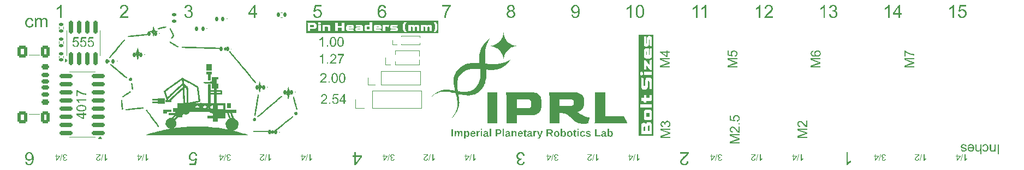
<source format=gto>
G04 #@! TF.GenerationSoftware,KiCad,Pcbnew,8.0.5*
G04 #@! TF.CreationDate,2024-09-12T21:57:31+02:00*
G04 #@! TF.ProjectId,Ruler_IPRL_KiCad,52756c65-725f-4495-9052-4c5f4b694361,rev?*
G04 #@! TF.SameCoordinates,Original*
G04 #@! TF.FileFunction,Legend,Top*
G04 #@! TF.FilePolarity,Positive*
%FSLAX46Y46*%
G04 Gerber Fmt 4.6, Leading zero omitted, Abs format (unit mm)*
G04 Created by KiCad (PCBNEW 8.0.5) date 2024-09-12 21:57:31*
%MOMM*%
%LPD*%
G01*
G04 APERTURE LIST*
G04 Aperture macros list*
%AMRoundRect*
0 Rectangle with rounded corners*
0 $1 Rounding radius*
0 $2 $3 $4 $5 $6 $7 $8 $9 X,Y pos of 4 corners*
0 Add a 4 corners polygon primitive as box body*
4,1,4,$2,$3,$4,$5,$6,$7,$8,$9,$2,$3,0*
0 Add four circle primitives for the rounded corners*
1,1,$1+$1,$2,$3*
1,1,$1+$1,$4,$5*
1,1,$1+$1,$6,$7*
1,1,$1+$1,$8,$9*
0 Add four rect primitives between the rounded corners*
20,1,$1+$1,$2,$3,$4,$5,0*
20,1,$1+$1,$4,$5,$6,$7,0*
20,1,$1+$1,$6,$7,$8,$9,0*
20,1,$1+$1,$8,$9,$2,$3,0*%
G04 Aperture macros list end*
%ADD10C,0.220000*%
%ADD11C,0.187500*%
%ADD12C,0.300000*%
%ADD13C,0.250000*%
%ADD14C,0.120000*%
%ADD15C,0.100000*%
%ADD16C,0.000000*%
%ADD17C,0.381000*%
%ADD18R,0.850000X0.850000*%
%ADD19O,0.850000X0.850000*%
%ADD20RoundRect,0.135000X0.135000X0.185000X-0.135000X0.185000X-0.135000X-0.185000X0.135000X-0.185000X0*%
%ADD21RoundRect,0.147500X0.147500X0.172500X-0.147500X0.172500X-0.147500X-0.172500X0.147500X-0.172500X0*%
%ADD22R,1.000000X1.000000*%
%ADD23O,1.000000X1.000000*%
%ADD24C,7.500000*%
%ADD25C,11.000000*%
%ADD26C,4.700000*%
%ADD27RoundRect,0.140000X-0.170000X0.140000X-0.170000X-0.140000X0.170000X-0.140000X0.170000X0.140000X0*%
%ADD28RoundRect,0.135000X0.185000X-0.135000X0.185000X0.135000X-0.185000X0.135000X-0.185000X-0.135000X0*%
%ADD29C,3.800000*%
%ADD30RoundRect,0.175000X-0.425000X0.175000X-0.425000X-0.175000X0.425000X-0.175000X0.425000X0.175000X0*%
%ADD31RoundRect,0.190000X0.410000X-0.190000X0.410000X0.190000X-0.410000X0.190000X-0.410000X-0.190000X0*%
%ADD32RoundRect,0.200000X0.400000X-0.200000X0.400000X0.200000X-0.400000X0.200000X-0.400000X-0.200000X0*%
%ADD33RoundRect,0.175000X0.425000X-0.175000X0.425000X0.175000X-0.425000X0.175000X-0.425000X-0.175000X0*%
%ADD34RoundRect,0.190000X-0.410000X0.190000X-0.410000X-0.190000X0.410000X-0.190000X0.410000X0.190000X0*%
%ADD35RoundRect,0.200000X-0.400000X0.200000X-0.400000X-0.200000X0.400000X-0.200000X0.400000X0.200000X0*%
%ADD36RoundRect,0.250000X-0.425000X0.650000X-0.425000X-0.650000X0.425000X-0.650000X0.425000X0.650000X0*%
%ADD37RoundRect,0.250000X-0.500000X0.650000X-0.500000X-0.650000X0.500000X-0.650000X0.500000X0.650000X0*%
%ADD38RoundRect,0.147500X-0.172500X0.147500X-0.172500X-0.147500X0.172500X-0.147500X0.172500X0.147500X0*%
%ADD39R,1.350000X1.350000*%
%ADD40O,1.350000X1.350000*%
%ADD41C,5.600000*%
%ADD42R,1.700000X1.700000*%
%ADD43O,1.700000X1.700000*%
%ADD44C,9.200000*%
%ADD45RoundRect,0.150000X0.850000X0.150000X-0.850000X0.150000X-0.850000X-0.150000X0.850000X-0.150000X0*%
%ADD46RoundRect,0.150000X0.150000X-0.825000X0.150000X0.825000X-0.150000X0.825000X-0.150000X-0.825000X0*%
G04 APERTURE END LIST*
D10*
G36*
X178370000Y-97251325D02*
G01*
X176845924Y-97251325D01*
X176845924Y-96950540D01*
X177926699Y-96592968D01*
X177997430Y-96569910D01*
X178072513Y-96545789D01*
X178143061Y-96523738D01*
X178152745Y-96520794D01*
X178079347Y-96497490D01*
X178001337Y-96471852D01*
X177927904Y-96447271D01*
X177908014Y-96440560D01*
X176845924Y-96078959D01*
X176845924Y-95810048D01*
X178370000Y-95810048D01*
X178370000Y-96002755D01*
X177092121Y-96002755D01*
X178370000Y-96441660D01*
X178370000Y-96621911D01*
X177070505Y-97058983D01*
X178370000Y-97058983D01*
X178370000Y-97251325D01*
G37*
G36*
X178000704Y-94792288D02*
G01*
X178370000Y-94792288D01*
X178370000Y-94977668D01*
X178000704Y-94977668D01*
X178000704Y-95633094D01*
X177830711Y-95633094D01*
X176894588Y-94977668D01*
X177145610Y-94977668D01*
X177830711Y-95450644D01*
X177830711Y-94977668D01*
X177145610Y-94977668D01*
X176894588Y-94977668D01*
X176845924Y-94943596D01*
X176845924Y-94792288D01*
X177830711Y-94792288D01*
X177830711Y-94588223D01*
X178000704Y-94588223D01*
X178000704Y-94792288D01*
G37*
D11*
G36*
X125102456Y-99456645D02*
G01*
X125102456Y-99632500D01*
X124103747Y-99632500D01*
X124109685Y-99558697D01*
X124125362Y-99503539D01*
X124157177Y-99433656D01*
X124195417Y-99370801D01*
X124242529Y-99308591D01*
X124247728Y-99302405D01*
X124300832Y-99244123D01*
X124357962Y-99188230D01*
X124415614Y-99136168D01*
X124480419Y-99081160D01*
X124490261Y-99073061D01*
X124549315Y-99023459D01*
X124616112Y-98965175D01*
X124675109Y-98911024D01*
X124735611Y-98851497D01*
X124792001Y-98789569D01*
X124822920Y-98750294D01*
X124864893Y-98684333D01*
X124895418Y-98613421D01*
X124909409Y-98538311D01*
X124909748Y-98524980D01*
X124898620Y-98446395D01*
X124865235Y-98377702D01*
X124830614Y-98337402D01*
X124770833Y-98293808D01*
X124699796Y-98268309D01*
X124625450Y-98260832D01*
X124546867Y-98269025D01*
X124472493Y-98296963D01*
X124410760Y-98344729D01*
X124364950Y-98410071D01*
X124339534Y-98482771D01*
X124329874Y-98559031D01*
X124329427Y-98577370D01*
X124138918Y-98557220D01*
X124150012Y-98478734D01*
X124168731Y-98407589D01*
X124200207Y-98333866D01*
X124242061Y-98270135D01*
X124286196Y-98223463D01*
X124346325Y-98178638D01*
X124414835Y-98144823D01*
X124491723Y-98122018D01*
X124564298Y-98111233D01*
X124629480Y-98108424D01*
X124707769Y-98112687D01*
X124791064Y-98128438D01*
X124865699Y-98155794D01*
X124931673Y-98194756D01*
X124973496Y-98229691D01*
X125022888Y-98285515D01*
X125064482Y-98356097D01*
X125090231Y-98433915D01*
X125099763Y-98507942D01*
X125100258Y-98530109D01*
X125094151Y-98603746D01*
X125075830Y-98676415D01*
X125063255Y-98709628D01*
X125028599Y-98776913D01*
X124984702Y-98840944D01*
X124940157Y-98895008D01*
X124882715Y-98955564D01*
X124825576Y-99010596D01*
X124767921Y-99063292D01*
X124702254Y-99121089D01*
X124654026Y-99162454D01*
X124595701Y-99212416D01*
X124538237Y-99262597D01*
X124481098Y-99314288D01*
X124439703Y-99354795D01*
X124391751Y-99411905D01*
X124361667Y-99456645D01*
X125102456Y-99456645D01*
G37*
G36*
X125399577Y-99632500D02*
G01*
X125399577Y-99421474D01*
X125610969Y-99421474D01*
X125610969Y-99632500D01*
X125399577Y-99632500D01*
G37*
G36*
X126451248Y-98114225D02*
G01*
X126524221Y-98131628D01*
X126584399Y-98157517D01*
X126648834Y-98200467D01*
X126704200Y-98255680D01*
X126736074Y-98299300D01*
X126774099Y-98367578D01*
X126803409Y-98437988D01*
X126825504Y-98508149D01*
X126829863Y-98524614D01*
X126844770Y-98596719D01*
X126855417Y-98680410D01*
X126861240Y-98763145D01*
X126863636Y-98841120D01*
X126863935Y-98882552D01*
X126862603Y-98963395D01*
X126858604Y-99039230D01*
X126850288Y-99123620D01*
X126838134Y-99200796D01*
X126819103Y-99281720D01*
X126809347Y-99313396D01*
X126778664Y-99390630D01*
X126741203Y-99458568D01*
X126696965Y-99517209D01*
X126645949Y-99566554D01*
X126580222Y-99609766D01*
X126505454Y-99638836D01*
X126431402Y-99652804D01*
X126371175Y-99655947D01*
X126292590Y-99650421D01*
X126220600Y-99633845D01*
X126144945Y-99600538D01*
X126078267Y-99552190D01*
X126028258Y-99498777D01*
X125985196Y-99433886D01*
X125949433Y-99357369D01*
X125926077Y-99287782D01*
X125907393Y-99210754D01*
X125893379Y-99126284D01*
X125884037Y-99034373D01*
X125880096Y-98960555D01*
X125878782Y-98882552D01*
X125878788Y-98882185D01*
X126069291Y-98882185D01*
X126070654Y-98971704D01*
X126074741Y-99053415D01*
X126081553Y-99127318D01*
X126093900Y-99208716D01*
X126114336Y-99290289D01*
X126145927Y-99363253D01*
X126156486Y-99379708D01*
X126208721Y-99439568D01*
X126274237Y-99483102D01*
X126347624Y-99502451D01*
X126371175Y-99503539D01*
X126447117Y-99491411D01*
X126515116Y-99455025D01*
X126569525Y-99401537D01*
X126586231Y-99379342D01*
X126620206Y-99313102D01*
X126642686Y-99237376D01*
X126656736Y-99160910D01*
X126666529Y-99072297D01*
X126671297Y-98992662D01*
X126673341Y-98905252D01*
X126673426Y-98882185D01*
X126672063Y-98792421D01*
X126667976Y-98710521D01*
X126661164Y-98636487D01*
X126648817Y-98555005D01*
X126628381Y-98473449D01*
X126596790Y-98400667D01*
X126586231Y-98384296D01*
X126533822Y-98324614D01*
X126467705Y-98281208D01*
X126393287Y-98261917D01*
X126369344Y-98260832D01*
X126294475Y-98271458D01*
X126223773Y-98307692D01*
X126170092Y-98362947D01*
X126165279Y-98369642D01*
X126127877Y-98441627D01*
X126103131Y-98521217D01*
X126087664Y-98600155D01*
X126076884Y-98690560D01*
X126071635Y-98771140D01*
X126069385Y-98859059D01*
X126069291Y-98882185D01*
X125878788Y-98882185D01*
X125880123Y-98801190D01*
X125884148Y-98724944D01*
X125892520Y-98640202D01*
X125904756Y-98562827D01*
X125923915Y-98481869D01*
X125933736Y-98450242D01*
X125964717Y-98372893D01*
X126002338Y-98304979D01*
X126046600Y-98246498D01*
X126097501Y-98197451D01*
X126163141Y-98154415D01*
X126237648Y-98125464D01*
X126311322Y-98111554D01*
X126371175Y-98108424D01*
X126451248Y-98114225D01*
G37*
G36*
X127619217Y-98114225D02*
G01*
X127692190Y-98131628D01*
X127752369Y-98157517D01*
X127816803Y-98200467D01*
X127872170Y-98255680D01*
X127904043Y-98299300D01*
X127942069Y-98367578D01*
X127971378Y-98437988D01*
X127993474Y-98508149D01*
X127997833Y-98524614D01*
X128012739Y-98596719D01*
X128023387Y-98680410D01*
X128029209Y-98763145D01*
X128031605Y-98841120D01*
X128031905Y-98882552D01*
X128030572Y-98963395D01*
X128026574Y-99039230D01*
X128018258Y-99123620D01*
X128006103Y-99200796D01*
X127987072Y-99281720D01*
X127977316Y-99313396D01*
X127946633Y-99390630D01*
X127909173Y-99458568D01*
X127864934Y-99517209D01*
X127813918Y-99566554D01*
X127748191Y-99609766D01*
X127673423Y-99638836D01*
X127599372Y-99652804D01*
X127539145Y-99655947D01*
X127460560Y-99650421D01*
X127388569Y-99633845D01*
X127312915Y-99600538D01*
X127246236Y-99552190D01*
X127196228Y-99498777D01*
X127153166Y-99433886D01*
X127117402Y-99357369D01*
X127094046Y-99287782D01*
X127075362Y-99210754D01*
X127061348Y-99126284D01*
X127052006Y-99034373D01*
X127048065Y-98960555D01*
X127046751Y-98882552D01*
X127046757Y-98882185D01*
X127237260Y-98882185D01*
X127238623Y-98971704D01*
X127242710Y-99053415D01*
X127249522Y-99127318D01*
X127261869Y-99208716D01*
X127282305Y-99290289D01*
X127313896Y-99363253D01*
X127324455Y-99379708D01*
X127376690Y-99439568D01*
X127442206Y-99483102D01*
X127515594Y-99502451D01*
X127539145Y-99503539D01*
X127615087Y-99491411D01*
X127683086Y-99455025D01*
X127737494Y-99401537D01*
X127754200Y-99379342D01*
X127788176Y-99313102D01*
X127810656Y-99237376D01*
X127824706Y-99160910D01*
X127834498Y-99072297D01*
X127839266Y-98992662D01*
X127841310Y-98905252D01*
X127841395Y-98882185D01*
X127840033Y-98792421D01*
X127835946Y-98710521D01*
X127829133Y-98636487D01*
X127816787Y-98555005D01*
X127796350Y-98473449D01*
X127764759Y-98400667D01*
X127754200Y-98384296D01*
X127701792Y-98324614D01*
X127635674Y-98281208D01*
X127561257Y-98261917D01*
X127537313Y-98260832D01*
X127462444Y-98271458D01*
X127391742Y-98307692D01*
X127338061Y-98362947D01*
X127333248Y-98369642D01*
X127295847Y-98441627D01*
X127271100Y-98521217D01*
X127255633Y-98600155D01*
X127244853Y-98690560D01*
X127239604Y-98771140D01*
X127237354Y-98859059D01*
X127237260Y-98882185D01*
X127046757Y-98882185D01*
X127048093Y-98801190D01*
X127052118Y-98724944D01*
X127060490Y-98640202D01*
X127072726Y-98562827D01*
X127091885Y-98481869D01*
X127101706Y-98450242D01*
X127132686Y-98372893D01*
X127170307Y-98304979D01*
X127214569Y-98246498D01*
X127265471Y-98197451D01*
X127331110Y-98154415D01*
X127405618Y-98125464D01*
X127479291Y-98111554D01*
X127539145Y-98108424D01*
X127619217Y-98114225D01*
G37*
G36*
X85711608Y-93633895D02*
G01*
X85906513Y-93617409D01*
X85923193Y-93691981D01*
X85952330Y-93761719D01*
X85997274Y-93822480D01*
X86006897Y-93831732D01*
X86070559Y-93875490D01*
X86143391Y-93899051D01*
X86197040Y-93903539D01*
X86276610Y-93893450D01*
X86348165Y-93863182D01*
X86411707Y-93812735D01*
X86423453Y-93800225D01*
X86468437Y-93736807D01*
X86498698Y-93662782D01*
X86513238Y-93588078D01*
X86516510Y-93526550D01*
X86510923Y-93449683D01*
X86491281Y-93373443D01*
X86457497Y-93308041D01*
X86427117Y-93270462D01*
X86366073Y-93221003D01*
X86294224Y-93189862D01*
X86220322Y-93177497D01*
X86193743Y-93176673D01*
X86118820Y-93184807D01*
X86045860Y-93211576D01*
X86032176Y-93219171D01*
X85971275Y-93264304D01*
X85923898Y-93320708D01*
X85918603Y-93329080D01*
X85744580Y-93306366D01*
X85890760Y-92531871D01*
X86642173Y-92531871D01*
X86642173Y-92707726D01*
X86039137Y-92707726D01*
X85957804Y-93113658D01*
X86026750Y-93074549D01*
X86097298Y-93046613D01*
X86169448Y-93029852D01*
X86243202Y-93024265D01*
X86326793Y-93030857D01*
X86404458Y-93050632D01*
X86476198Y-93083590D01*
X86542012Y-93129732D01*
X86576960Y-93162018D01*
X86630064Y-93225911D01*
X86670125Y-93297378D01*
X86697143Y-93376418D01*
X86709920Y-93450195D01*
X86713247Y-93515926D01*
X86709049Y-93591167D01*
X86693536Y-93673966D01*
X86666593Y-93751401D01*
X86628220Y-93823471D01*
X86593813Y-93871666D01*
X86535548Y-93934292D01*
X86469838Y-93983962D01*
X86396684Y-94020674D01*
X86316086Y-94044429D01*
X86243233Y-94054327D01*
X86197040Y-94055947D01*
X86122358Y-94051890D01*
X86041968Y-94036901D01*
X85968835Y-94010867D01*
X85902961Y-93973789D01*
X85860351Y-93940542D01*
X85808780Y-93886298D01*
X85767867Y-93824867D01*
X85737614Y-93756248D01*
X85718019Y-93680441D01*
X85711608Y-93633895D01*
G37*
G36*
X86879577Y-93633895D02*
G01*
X87074483Y-93617409D01*
X87091162Y-93691981D01*
X87120300Y-93761719D01*
X87165244Y-93822480D01*
X87174866Y-93831732D01*
X87238528Y-93875490D01*
X87311360Y-93899051D01*
X87365010Y-93903539D01*
X87444579Y-93893450D01*
X87516135Y-93863182D01*
X87579676Y-93812735D01*
X87591423Y-93800225D01*
X87636406Y-93736807D01*
X87666668Y-93662782D01*
X87681208Y-93588078D01*
X87684479Y-93526550D01*
X87678892Y-93449683D01*
X87659250Y-93373443D01*
X87625466Y-93308041D01*
X87595086Y-93270462D01*
X87534042Y-93221003D01*
X87462193Y-93189862D01*
X87388291Y-93177497D01*
X87361712Y-93176673D01*
X87286789Y-93184807D01*
X87213830Y-93211576D01*
X87200146Y-93219171D01*
X87139245Y-93264304D01*
X87091868Y-93320708D01*
X87086573Y-93329080D01*
X86912550Y-93306366D01*
X87058729Y-92531871D01*
X87810142Y-92531871D01*
X87810142Y-92707726D01*
X87207107Y-92707726D01*
X87125774Y-93113658D01*
X87194719Y-93074549D01*
X87265267Y-93046613D01*
X87337418Y-93029852D01*
X87411171Y-93024265D01*
X87494762Y-93030857D01*
X87572428Y-93050632D01*
X87644167Y-93083590D01*
X87709982Y-93129732D01*
X87744929Y-93162018D01*
X87798033Y-93225911D01*
X87838095Y-93297378D01*
X87865112Y-93376418D01*
X87877889Y-93450195D01*
X87881217Y-93515926D01*
X87877018Y-93591167D01*
X87861505Y-93673966D01*
X87834563Y-93751401D01*
X87796189Y-93823471D01*
X87761782Y-93871666D01*
X87703517Y-93934292D01*
X87637808Y-93983962D01*
X87564654Y-94020674D01*
X87484055Y-94044429D01*
X87411203Y-94054327D01*
X87365010Y-94055947D01*
X87290327Y-94051890D01*
X87209937Y-94036901D01*
X87136805Y-94010867D01*
X87070930Y-93973789D01*
X87028321Y-93940542D01*
X86976749Y-93886298D01*
X86935837Y-93824867D01*
X86905583Y-93756248D01*
X86885988Y-93680441D01*
X86879577Y-93633895D01*
G37*
G36*
X88047546Y-93633895D02*
G01*
X88242452Y-93617409D01*
X88259132Y-93691981D01*
X88288269Y-93761719D01*
X88333213Y-93822480D01*
X88342836Y-93831732D01*
X88406497Y-93875490D01*
X88479329Y-93899051D01*
X88532979Y-93903539D01*
X88612549Y-93893450D01*
X88684104Y-93863182D01*
X88747645Y-93812735D01*
X88759392Y-93800225D01*
X88804375Y-93736807D01*
X88834637Y-93662782D01*
X88849177Y-93588078D01*
X88852448Y-93526550D01*
X88846861Y-93449683D01*
X88827219Y-93373443D01*
X88793435Y-93308041D01*
X88763056Y-93270462D01*
X88702012Y-93221003D01*
X88630163Y-93189862D01*
X88556260Y-93177497D01*
X88529682Y-93176673D01*
X88454759Y-93184807D01*
X88381799Y-93211576D01*
X88368115Y-93219171D01*
X88307214Y-93264304D01*
X88259837Y-93320708D01*
X88254542Y-93329080D01*
X88080519Y-93306366D01*
X88226698Y-92531871D01*
X88978111Y-92531871D01*
X88978111Y-92707726D01*
X88375076Y-92707726D01*
X88293743Y-93113658D01*
X88362688Y-93074549D01*
X88433236Y-93046613D01*
X88505387Y-93029852D01*
X88579141Y-93024265D01*
X88662732Y-93030857D01*
X88740397Y-93050632D01*
X88812137Y-93083590D01*
X88877951Y-93129732D01*
X88912899Y-93162018D01*
X88966003Y-93225911D01*
X89006064Y-93297378D01*
X89033082Y-93376418D01*
X89045859Y-93450195D01*
X89049186Y-93515926D01*
X89044987Y-93591167D01*
X89029475Y-93673966D01*
X89002532Y-93751401D01*
X88964159Y-93823471D01*
X88929751Y-93871666D01*
X88871487Y-93934292D01*
X88805777Y-93983962D01*
X88732623Y-94020674D01*
X88652024Y-94044429D01*
X88579172Y-94054327D01*
X88532979Y-94055947D01*
X88458296Y-94051890D01*
X88377906Y-94036901D01*
X88304774Y-94010867D01*
X88238900Y-93973789D01*
X88196290Y-93940542D01*
X88144719Y-93886298D01*
X88103806Y-93824867D01*
X88073552Y-93756248D01*
X88053958Y-93680441D01*
X88047546Y-93633895D01*
G37*
D10*
G36*
X178435000Y-108221325D02*
G01*
X176910924Y-108221325D01*
X176910924Y-107920540D01*
X177991699Y-107562968D01*
X178062430Y-107539910D01*
X178137513Y-107515789D01*
X178208061Y-107493738D01*
X178217745Y-107490794D01*
X178144347Y-107467490D01*
X178066337Y-107441852D01*
X177992904Y-107417271D01*
X177973014Y-107410560D01*
X176910924Y-107048959D01*
X176910924Y-106780048D01*
X178435000Y-106780048D01*
X178435000Y-106972755D01*
X177157121Y-106972755D01*
X178435000Y-107411660D01*
X178435000Y-107591911D01*
X177135505Y-108028983D01*
X178435000Y-108028983D01*
X178435000Y-108221325D01*
G37*
G36*
X178037861Y-106541178D02*
G01*
X178012948Y-106355798D01*
X178085373Y-106337067D01*
X178153879Y-106309317D01*
X178218953Y-106265798D01*
X178237529Y-106247354D01*
X178279278Y-106184963D01*
X178301757Y-106113196D01*
X178306039Y-106060142D01*
X178297166Y-105982175D01*
X178270548Y-105912222D01*
X178226183Y-105850284D01*
X178215181Y-105838858D01*
X178154173Y-105791331D01*
X178084721Y-105761406D01*
X178006826Y-105749084D01*
X177990233Y-105748732D01*
X177914721Y-105756889D01*
X177841822Y-105784706D01*
X177779574Y-105832263D01*
X177732225Y-105895016D01*
X177704531Y-105968418D01*
X177696409Y-106044388D01*
X177704423Y-106120351D01*
X177716926Y-106175547D01*
X177542170Y-106154664D01*
X177544002Y-106124988D01*
X177536815Y-106046238D01*
X177515256Y-105973202D01*
X177483185Y-105911764D01*
X177433581Y-105857741D01*
X177361694Y-105824382D01*
X177295607Y-105816876D01*
X177219728Y-105828304D01*
X177150726Y-105866171D01*
X177129277Y-105886119D01*
X177086580Y-105948732D01*
X177065650Y-106024647D01*
X177063332Y-106064172D01*
X177072811Y-106140181D01*
X177104476Y-106211129D01*
X177130743Y-106244423D01*
X177190781Y-106291289D01*
X177262471Y-106321486D01*
X177332976Y-106337113D01*
X177300003Y-106522493D01*
X177222896Y-106503592D01*
X177153784Y-106476382D01*
X177084587Y-106435108D01*
X177025831Y-106382982D01*
X177012773Y-106368254D01*
X176968214Y-106304301D01*
X176936386Y-106232974D01*
X176917290Y-106154274D01*
X176911024Y-106079364D01*
X176910924Y-106068202D01*
X176916076Y-105992933D01*
X176933644Y-105914517D01*
X176963681Y-105840690D01*
X177004540Y-105774958D01*
X177054576Y-105720828D01*
X177108028Y-105681687D01*
X177178044Y-105647976D01*
X177251254Y-105629824D01*
X177301835Y-105626366D01*
X177378173Y-105635013D01*
X177448828Y-105660952D01*
X177479521Y-105678757D01*
X177539032Y-105729728D01*
X177584413Y-105791698D01*
X177606650Y-105834461D01*
X177629470Y-105763789D01*
X177667266Y-105696412D01*
X177718156Y-105640771D01*
X177735976Y-105626366D01*
X177802172Y-105587147D01*
X177878028Y-105562453D01*
X177954558Y-105552648D01*
X177981807Y-105551995D01*
X178066109Y-105558902D01*
X178144626Y-105579624D01*
X178217357Y-105614160D01*
X178284304Y-105662511D01*
X178319961Y-105696342D01*
X178367025Y-105753139D01*
X178409625Y-105826141D01*
X178438972Y-105906400D01*
X178453578Y-105980971D01*
X178458447Y-106060874D01*
X178452854Y-106144683D01*
X178436077Y-106222040D01*
X178408115Y-106292946D01*
X178368968Y-106357401D01*
X178341577Y-106391335D01*
X178286972Y-106443335D01*
X178225741Y-106484570D01*
X178157883Y-106515042D01*
X178083399Y-106534749D01*
X178037861Y-106541178D01*
G37*
D12*
G36*
X174543060Y-106442811D02*
G01*
X174548996Y-106448431D01*
X174552973Y-106462351D01*
X174576277Y-106543928D01*
X174576277Y-107106663D01*
X174303213Y-107106663D01*
X174303213Y-106569329D01*
X174303881Y-106540222D01*
X174330568Y-106442811D01*
X174421427Y-106414479D01*
X174451713Y-106414479D01*
X174543060Y-106442811D01*
G37*
G36*
X175182487Y-106327528D02*
G01*
X175187376Y-106333148D01*
X175209842Y-106428645D01*
X175209842Y-107106663D01*
X174928475Y-107106663D01*
X174928475Y-106462351D01*
X174929539Y-106430517D01*
X174958761Y-106335833D01*
X175043269Y-106299196D01*
X175095048Y-106299196D01*
X175182487Y-106327528D01*
G37*
G36*
X175208329Y-104366851D02*
G01*
X175232801Y-104462979D01*
X175232801Y-104798080D01*
X175211483Y-104889776D01*
X175121427Y-104930459D01*
X174798049Y-104930459D01*
X174714518Y-104899685D01*
X174707992Y-104891213D01*
X174686674Y-104795149D01*
X174686674Y-104462979D01*
X174686701Y-104458472D01*
X174714518Y-104360885D01*
X174798049Y-104331087D01*
X175121427Y-104331087D01*
X175208329Y-104366851D01*
G37*
G36*
X174834685Y-95315595D02*
G01*
X174796095Y-95315595D01*
X174710717Y-95277545D01*
X174686674Y-95180773D01*
X174686674Y-95017619D01*
X174687199Y-94948821D01*
X174692048Y-94846161D01*
X174719403Y-94785588D01*
X174796095Y-94775330D01*
X174834685Y-94775330D01*
X174834685Y-95315595D01*
G37*
G36*
X175807222Y-107877455D02*
G01*
X173518256Y-107877455D01*
X173518256Y-106372469D01*
X173928056Y-106372469D01*
X173928056Y-106569329D01*
X173928056Y-107655233D01*
X175585000Y-107655233D01*
X175585000Y-106259629D01*
X175583540Y-106201675D01*
X175571862Y-106098543D01*
X175543478Y-105999755D01*
X175501764Y-105920828D01*
X175433569Y-105844905D01*
X175375585Y-105805941D01*
X175282138Y-105770166D01*
X175214269Y-105757515D01*
X175115076Y-105750627D01*
X175064762Y-105750627D01*
X174999653Y-105754133D01*
X174901307Y-105776458D01*
X174813681Y-105823900D01*
X174785004Y-105847897D01*
X174719554Y-105928413D01*
X174678370Y-106020759D01*
X174648672Y-105979360D01*
X174571392Y-105915247D01*
X174479364Y-105876750D01*
X174378928Y-105865909D01*
X174293443Y-105865909D01*
X174203140Y-105877740D01*
X174113835Y-105918082D01*
X174035034Y-105987054D01*
X173988231Y-106056388D01*
X173951562Y-106155921D01*
X173933175Y-106263533D01*
X173928056Y-106372469D01*
X173518256Y-106372469D01*
X173518256Y-104240718D01*
X174334476Y-104240718D01*
X174334476Y-104462979D01*
X174334476Y-105023272D01*
X174337094Y-105099971D01*
X174351787Y-105202269D01*
X174389187Y-105300243D01*
X174448714Y-105372679D01*
X174537198Y-105422853D01*
X174548954Y-105426580D01*
X174649734Y-105447737D01*
X174747735Y-105453628D01*
X175169298Y-105453628D01*
X175184512Y-105453513D01*
X175284703Y-105446300D01*
X175385697Y-105424318D01*
X175468984Y-105378767D01*
X175532243Y-105301709D01*
X175562279Y-105226933D01*
X175579848Y-105130223D01*
X175585000Y-105023272D01*
X175585000Y-104240718D01*
X175582475Y-104164018D01*
X175568307Y-104061720D01*
X175532243Y-103963746D01*
X175473525Y-103891740D01*
X175385697Y-103843090D01*
X175367859Y-103837765D01*
X175271065Y-103818996D01*
X175169298Y-103813293D01*
X174747735Y-103813293D01*
X174740431Y-103813322D01*
X174636482Y-103820742D01*
X174537198Y-103843090D01*
X174453300Y-103887909D01*
X174389187Y-103963746D01*
X174358038Y-104037687D01*
X174339819Y-104133909D01*
X174334476Y-104240718D01*
X173518256Y-104240718D01*
X173518256Y-103514339D01*
X173803004Y-103514339D01*
X174037965Y-103486496D01*
X175585000Y-103486496D01*
X175585000Y-102974074D01*
X173803004Y-102974074D01*
X173803004Y-103514339D01*
X173518256Y-103514339D01*
X173518256Y-102005407D01*
X173928056Y-102005407D01*
X173928056Y-102466538D01*
X174245572Y-102520271D01*
X174315425Y-102558373D01*
X174334476Y-102635554D01*
X174334476Y-102753767D01*
X174686674Y-102753767D01*
X174686674Y-102522713D01*
X175227916Y-102522713D01*
X175311509Y-102517798D01*
X175408302Y-102494988D01*
X175495607Y-102444067D01*
X175506432Y-102433708D01*
X175556715Y-102349353D01*
X175579412Y-102249986D01*
X175585000Y-102151464D01*
X175585000Y-101977075D01*
X175584532Y-101915342D01*
X175581555Y-101814626D01*
X175575230Y-101712804D01*
X175567811Y-101630670D01*
X175556667Y-101532553D01*
X175232801Y-101588729D01*
X175232801Y-101870097D01*
X175232780Y-101874277D01*
X175210819Y-101971702D01*
X175118496Y-102005407D01*
X174686674Y-102005407D01*
X174686674Y-101535484D01*
X174334476Y-101535484D01*
X174334476Y-102005407D01*
X173928056Y-102005407D01*
X173518256Y-102005407D01*
X173518256Y-99249859D01*
X173928056Y-99249859D01*
X173928056Y-100183844D01*
X173928118Y-100196095D01*
X173934210Y-100298886D01*
X173952671Y-100397327D01*
X173991071Y-100493544D01*
X174007336Y-100520601D01*
X174074241Y-100599074D01*
X174156667Y-100652302D01*
X174182740Y-100663178D01*
X174278804Y-100689825D01*
X174382348Y-100698708D01*
X174482487Y-100698708D01*
X174553291Y-100695547D01*
X174653133Y-100677344D01*
X174745676Y-100637523D01*
X174823939Y-100569259D01*
X174836597Y-100552475D01*
X174883455Y-100462023D01*
X174911222Y-100361120D01*
X174924800Y-100257002D01*
X174928475Y-100156000D01*
X174928475Y-99511688D01*
X174929351Y-99476969D01*
X174953387Y-99379308D01*
X175043757Y-99345602D01*
X175071601Y-99345602D01*
X175151224Y-99379308D01*
X175167894Y-99413723D01*
X175178579Y-99511688D01*
X175178579Y-99733949D01*
X175178579Y-99832058D01*
X175178579Y-99942013D01*
X175178579Y-100043485D01*
X175178579Y-100151146D01*
X175178579Y-100260048D01*
X175178305Y-100320023D01*
X175175771Y-100428209D01*
X175167344Y-100527249D01*
X175528824Y-100696265D01*
X175568391Y-100606384D01*
X175578512Y-100524387D01*
X175583686Y-100424240D01*
X175585000Y-100324528D01*
X175585000Y-99280634D01*
X175581827Y-99201021D01*
X175563555Y-99089814D01*
X175523584Y-98988500D01*
X175455062Y-98905477D01*
X175412453Y-98874236D01*
X175315214Y-98827639D01*
X175213995Y-98803811D01*
X175113122Y-98797033D01*
X175011029Y-98797033D01*
X174922216Y-98801246D01*
X174818742Y-98820798D01*
X174724288Y-98864444D01*
X174695248Y-98886965D01*
X174629799Y-98965504D01*
X174589954Y-99058861D01*
X174569096Y-99152134D01*
X174556895Y-99257990D01*
X174553318Y-99365142D01*
X174553318Y-99984053D01*
X174552425Y-100015160D01*
X174527916Y-100111060D01*
X174436570Y-100150138D01*
X174417030Y-100150138D01*
X174327637Y-100111060D01*
X174315831Y-100086433D01*
X174303213Y-99986984D01*
X174303213Y-99784263D01*
X174303213Y-99763463D01*
X174303213Y-99662887D01*
X174303213Y-99549721D01*
X174303213Y-99444763D01*
X174303213Y-99332688D01*
X174303213Y-99231785D01*
X174303610Y-99142941D01*
X174305557Y-99039214D01*
X174311517Y-98934786D01*
X173985697Y-98850278D01*
X173969115Y-98869143D01*
X173946618Y-98964584D01*
X173936050Y-99049644D01*
X173929869Y-99148327D01*
X173928056Y-99249859D01*
X173518256Y-99249859D01*
X173518256Y-98187403D01*
X173740478Y-98187403D01*
X173740676Y-98204719D01*
X173751640Y-98304160D01*
X173791280Y-98399894D01*
X173873935Y-98457562D01*
X173973485Y-98471213D01*
X174076708Y-98453475D01*
X174086013Y-98446300D01*
X174334476Y-98446300D01*
X175585000Y-98446300D01*
X175585000Y-97933879D01*
X174334476Y-97933879D01*
X174334476Y-98446300D01*
X174086013Y-98446300D01*
X174157582Y-98391114D01*
X174198134Y-98297989D01*
X174209424Y-98187403D01*
X174198134Y-98075484D01*
X174157582Y-97981237D01*
X174076708Y-97918125D01*
X173973485Y-97900173D01*
X173873935Y-97913357D01*
X173791280Y-97969050D01*
X173776645Y-97992541D01*
X173747622Y-98086630D01*
X173740478Y-98187403D01*
X173518256Y-98187403D01*
X173518256Y-96133809D01*
X174334476Y-96133809D01*
X174334476Y-97568491D01*
X174686674Y-97568491D01*
X174686674Y-96912944D01*
X175333918Y-97625156D01*
X175585000Y-97625156D01*
X175585000Y-96392706D01*
X175584532Y-96310814D01*
X175582242Y-96212965D01*
X175575230Y-96108408D01*
X175554225Y-96023900D01*
X175232801Y-96164584D01*
X175232801Y-96899266D01*
X174584581Y-96133809D01*
X174334476Y-96133809D01*
X173518256Y-96133809D01*
X173518256Y-94795358D01*
X174334476Y-94795358D01*
X174334476Y-95017619D01*
X174334476Y-95377633D01*
X174338048Y-95465011D01*
X174354625Y-95567409D01*
X174391629Y-95661932D01*
X174395237Y-95668010D01*
X174457941Y-95745097D01*
X174542571Y-95798219D01*
X174548420Y-95800563D01*
X174646942Y-95827949D01*
X174747735Y-95836321D01*
X175169298Y-95836321D01*
X175192034Y-95835999D01*
X175291437Y-95825981D01*
X175385697Y-95799685D01*
X175391490Y-95797333D01*
X175473525Y-95742974D01*
X175532243Y-95663397D01*
X175564392Y-95576271D01*
X175580826Y-95475285D01*
X175585000Y-95377633D01*
X175585000Y-94778261D01*
X175584931Y-94751234D01*
X175583282Y-94650911D01*
X175578130Y-94543025D01*
X175567414Y-94439252D01*
X175554516Y-94365516D01*
X175525404Y-94272190D01*
X175473625Y-94224318D01*
X175224497Y-94392846D01*
X175229557Y-94476331D01*
X175232144Y-94577239D01*
X175232801Y-94677145D01*
X175232801Y-94774964D01*
X175232801Y-94876935D01*
X175232801Y-94983059D01*
X175232801Y-95093334D01*
X175232801Y-95180773D01*
X175218444Y-95264304D01*
X175130708Y-95315595D01*
X175092606Y-95315595D01*
X175096315Y-95231120D01*
X175104330Y-95131436D01*
X175109459Y-95058347D01*
X175113477Y-94957874D01*
X175115492Y-94852346D01*
X175116053Y-94747487D01*
X175116053Y-94255093D01*
X174753597Y-94255093D01*
X174730503Y-94255475D01*
X174629657Y-94267363D01*
X174534267Y-94298568D01*
X174516784Y-94307368D01*
X174440706Y-94370816D01*
X174386744Y-94459280D01*
X174374494Y-94490070D01*
X174349228Y-94591271D01*
X174337743Y-94692105D01*
X174334476Y-94795358D01*
X173518256Y-94795358D01*
X173518256Y-92716852D01*
X174334476Y-92716852D01*
X174334476Y-93549720D01*
X174336954Y-93627631D01*
X174350859Y-93731551D01*
X174386256Y-93831087D01*
X174437587Y-93899956D01*
X174522543Y-93952232D01*
X174611692Y-93973115D01*
X174710122Y-93980076D01*
X174765809Y-93980076D01*
X174867273Y-93971188D01*
X174965363Y-93936188D01*
X175039849Y-93867724D01*
X175049077Y-93853258D01*
X175089188Y-93760804D01*
X175110025Y-93657821D01*
X175116053Y-93549720D01*
X175116053Y-92978191D01*
X175126311Y-92892706D01*
X175175648Y-92871702D01*
X175220101Y-92889776D01*
X175232801Y-92978191D01*
X175232801Y-93177982D01*
X175232801Y-93236809D01*
X175232801Y-93346375D01*
X175232801Y-93460571D01*
X175232801Y-93560088D01*
X175232801Y-93666468D01*
X175231762Y-93765623D01*
X175224009Y-93867724D01*
X175524916Y-93980076D01*
X175564972Y-93901429D01*
X175575533Y-93841332D01*
X175583044Y-93741132D01*
X175585000Y-93634228D01*
X175585000Y-92778401D01*
X175582498Y-92697394D01*
X175568462Y-92590782D01*
X175532732Y-92491660D01*
X175480586Y-92425355D01*
X175395956Y-92376377D01*
X175313509Y-92358145D01*
X175212285Y-92350976D01*
X175159528Y-92350976D01*
X175070644Y-92359206D01*
X174978064Y-92391619D01*
X174897212Y-92455023D01*
X174875230Y-92482836D01*
X174829892Y-92577898D01*
X174809284Y-92675941D01*
X174803422Y-92778401D01*
X174803422Y-93361164D01*
X174790233Y-93450069D01*
X174744804Y-93468143D01*
X174700352Y-93450069D01*
X174686674Y-93361164D01*
X174686674Y-93161374D01*
X174686674Y-93084010D01*
X174686674Y-92975978D01*
X174686674Y-92862096D01*
X174686674Y-92761304D01*
X174686674Y-92662141D01*
X174686707Y-92639961D01*
X174688045Y-92537070D01*
X174694979Y-92435484D01*
X174394071Y-92407152D01*
X174354504Y-92477494D01*
X174346700Y-92512990D01*
X174336843Y-92612313D01*
X174334476Y-92716852D01*
X173518256Y-92716852D01*
X173518256Y-92128754D01*
X175807222Y-92128754D01*
X175807222Y-107877455D01*
G37*
D11*
G36*
X124576217Y-93992500D02*
G01*
X124390837Y-93992500D01*
X124390837Y-92804747D01*
X124334680Y-92853381D01*
X124272884Y-92897963D01*
X124214982Y-92934439D01*
X124149158Y-92971591D01*
X124081793Y-93005185D01*
X124019710Y-93031160D01*
X124019710Y-92843581D01*
X124085955Y-92810390D01*
X124157070Y-92768893D01*
X124223284Y-92723596D01*
X124284599Y-92674497D01*
X124291919Y-92668093D01*
X124345911Y-92617008D01*
X124396472Y-92560468D01*
X124440006Y-92498801D01*
X124456782Y-92468424D01*
X124576217Y-92468424D01*
X124576217Y-93992500D01*
G37*
G36*
X125149577Y-93992500D02*
G01*
X125149577Y-93781474D01*
X125360969Y-93781474D01*
X125360969Y-93992500D01*
X125149577Y-93992500D01*
G37*
G36*
X126201248Y-92474225D02*
G01*
X126274221Y-92491628D01*
X126334399Y-92517517D01*
X126398834Y-92560467D01*
X126454200Y-92615680D01*
X126486074Y-92659300D01*
X126524099Y-92727578D01*
X126553409Y-92797988D01*
X126575504Y-92868149D01*
X126579863Y-92884614D01*
X126594770Y-92956719D01*
X126605417Y-93040410D01*
X126611240Y-93123145D01*
X126613636Y-93201120D01*
X126613935Y-93242552D01*
X126612603Y-93323395D01*
X126608604Y-93399230D01*
X126600288Y-93483620D01*
X126588134Y-93560796D01*
X126569103Y-93641720D01*
X126559347Y-93673396D01*
X126528664Y-93750630D01*
X126491203Y-93818568D01*
X126446965Y-93877209D01*
X126395949Y-93926554D01*
X126330222Y-93969766D01*
X126255454Y-93998836D01*
X126181402Y-94012804D01*
X126121175Y-94015947D01*
X126042590Y-94010421D01*
X125970600Y-93993845D01*
X125894945Y-93960538D01*
X125828267Y-93912190D01*
X125778258Y-93858777D01*
X125735196Y-93793886D01*
X125699433Y-93717369D01*
X125676077Y-93647782D01*
X125657393Y-93570754D01*
X125643379Y-93486284D01*
X125634037Y-93394373D01*
X125630096Y-93320555D01*
X125628782Y-93242552D01*
X125628788Y-93242185D01*
X125819291Y-93242185D01*
X125820654Y-93331704D01*
X125824741Y-93413415D01*
X125831553Y-93487318D01*
X125843900Y-93568716D01*
X125864336Y-93650289D01*
X125895927Y-93723253D01*
X125906486Y-93739708D01*
X125958721Y-93799568D01*
X126024237Y-93843102D01*
X126097624Y-93862451D01*
X126121175Y-93863539D01*
X126197117Y-93851411D01*
X126265116Y-93815025D01*
X126319525Y-93761537D01*
X126336231Y-93739342D01*
X126370206Y-93673102D01*
X126392686Y-93597376D01*
X126406736Y-93520910D01*
X126416529Y-93432297D01*
X126421297Y-93352662D01*
X126423341Y-93265252D01*
X126423426Y-93242185D01*
X126422063Y-93152421D01*
X126417976Y-93070521D01*
X126411164Y-92996487D01*
X126398817Y-92915005D01*
X126378381Y-92833449D01*
X126346790Y-92760667D01*
X126336231Y-92744296D01*
X126283822Y-92684614D01*
X126217705Y-92641208D01*
X126143287Y-92621917D01*
X126119344Y-92620832D01*
X126044475Y-92631458D01*
X125973773Y-92667692D01*
X125920092Y-92722947D01*
X125915279Y-92729642D01*
X125877877Y-92801627D01*
X125853131Y-92881217D01*
X125837664Y-92960155D01*
X125826884Y-93050560D01*
X125821635Y-93131140D01*
X125819385Y-93219059D01*
X125819291Y-93242185D01*
X125628788Y-93242185D01*
X125630123Y-93161190D01*
X125634148Y-93084944D01*
X125642520Y-93000202D01*
X125654756Y-92922827D01*
X125673915Y-92841869D01*
X125683736Y-92810242D01*
X125714717Y-92732893D01*
X125752338Y-92664979D01*
X125796600Y-92606498D01*
X125847501Y-92557451D01*
X125913141Y-92514415D01*
X125987648Y-92485464D01*
X126061322Y-92471554D01*
X126121175Y-92468424D01*
X126201248Y-92474225D01*
G37*
G36*
X127369217Y-92474225D02*
G01*
X127442190Y-92491628D01*
X127502369Y-92517517D01*
X127566803Y-92560467D01*
X127622170Y-92615680D01*
X127654043Y-92659300D01*
X127692069Y-92727578D01*
X127721378Y-92797988D01*
X127743474Y-92868149D01*
X127747833Y-92884614D01*
X127762739Y-92956719D01*
X127773387Y-93040410D01*
X127779209Y-93123145D01*
X127781605Y-93201120D01*
X127781905Y-93242552D01*
X127780572Y-93323395D01*
X127776574Y-93399230D01*
X127768258Y-93483620D01*
X127756103Y-93560796D01*
X127737072Y-93641720D01*
X127727316Y-93673396D01*
X127696633Y-93750630D01*
X127659173Y-93818568D01*
X127614934Y-93877209D01*
X127563918Y-93926554D01*
X127498191Y-93969766D01*
X127423423Y-93998836D01*
X127349372Y-94012804D01*
X127289145Y-94015947D01*
X127210560Y-94010421D01*
X127138569Y-93993845D01*
X127062915Y-93960538D01*
X126996236Y-93912190D01*
X126946228Y-93858777D01*
X126903166Y-93793886D01*
X126867402Y-93717369D01*
X126844046Y-93647782D01*
X126825362Y-93570754D01*
X126811348Y-93486284D01*
X126802006Y-93394373D01*
X126798065Y-93320555D01*
X126796751Y-93242552D01*
X126796757Y-93242185D01*
X126987260Y-93242185D01*
X126988623Y-93331704D01*
X126992710Y-93413415D01*
X126999522Y-93487318D01*
X127011869Y-93568716D01*
X127032305Y-93650289D01*
X127063896Y-93723253D01*
X127074455Y-93739708D01*
X127126690Y-93799568D01*
X127192206Y-93843102D01*
X127265594Y-93862451D01*
X127289145Y-93863539D01*
X127365087Y-93851411D01*
X127433086Y-93815025D01*
X127487494Y-93761537D01*
X127504200Y-93739342D01*
X127538176Y-93673102D01*
X127560656Y-93597376D01*
X127574706Y-93520910D01*
X127584498Y-93432297D01*
X127589266Y-93352662D01*
X127591310Y-93265252D01*
X127591395Y-93242185D01*
X127590033Y-93152421D01*
X127585946Y-93070521D01*
X127579133Y-92996487D01*
X127566787Y-92915005D01*
X127546350Y-92833449D01*
X127514759Y-92760667D01*
X127504200Y-92744296D01*
X127451792Y-92684614D01*
X127385674Y-92641208D01*
X127311257Y-92621917D01*
X127287313Y-92620832D01*
X127212444Y-92631458D01*
X127141742Y-92667692D01*
X127088061Y-92722947D01*
X127083248Y-92729642D01*
X127045847Y-92801627D01*
X127021100Y-92881217D01*
X127005633Y-92960155D01*
X126994853Y-93050560D01*
X126989604Y-93131140D01*
X126987354Y-93219059D01*
X126987260Y-93242185D01*
X126796757Y-93242185D01*
X126798093Y-93161190D01*
X126802118Y-93084944D01*
X126810490Y-93000202D01*
X126822726Y-92922827D01*
X126841885Y-92841869D01*
X126851706Y-92810242D01*
X126882686Y-92732893D01*
X126920307Y-92664979D01*
X126964569Y-92606498D01*
X127015471Y-92557451D01*
X127081110Y-92514415D01*
X127155618Y-92485464D01*
X127229291Y-92471554D01*
X127289145Y-92468424D01*
X127369217Y-92474225D01*
G37*
D10*
G36*
X199675000Y-108221325D02*
G01*
X198150924Y-108221325D01*
X198150924Y-107920540D01*
X199231699Y-107562968D01*
X199302430Y-107539910D01*
X199377513Y-107515789D01*
X199448061Y-107493738D01*
X199457745Y-107490794D01*
X199384347Y-107467490D01*
X199306337Y-107441852D01*
X199232904Y-107417271D01*
X199213014Y-107410560D01*
X198150924Y-107048959D01*
X198150924Y-106780048D01*
X199675000Y-106780048D01*
X199675000Y-106972755D01*
X198397121Y-106972755D01*
X199675000Y-107411660D01*
X199675000Y-107591911D01*
X198375505Y-108028983D01*
X199675000Y-108028983D01*
X199675000Y-108221325D01*
G37*
G36*
X199499145Y-105567382D02*
G01*
X199675000Y-105567382D01*
X199675000Y-106566091D01*
X199601197Y-106560153D01*
X199546039Y-106544475D01*
X199476156Y-106512660D01*
X199413301Y-106474421D01*
X199351091Y-106427309D01*
X199344905Y-106422110D01*
X199286623Y-106369005D01*
X199230730Y-106311876D01*
X199178668Y-106254223D01*
X199123660Y-106189418D01*
X199115561Y-106179577D01*
X199065959Y-106120523D01*
X199007675Y-106053726D01*
X198953524Y-105994729D01*
X198893997Y-105934227D01*
X198832069Y-105877837D01*
X198792794Y-105846918D01*
X198726833Y-105804945D01*
X198655921Y-105774419D01*
X198580811Y-105760429D01*
X198567480Y-105760089D01*
X198488895Y-105771218D01*
X198420202Y-105804603D01*
X198379902Y-105839224D01*
X198336308Y-105899005D01*
X198310809Y-105970042D01*
X198303332Y-106044388D01*
X198311525Y-106122970D01*
X198339463Y-106197344D01*
X198387229Y-106259078D01*
X198452571Y-106304887D01*
X198525271Y-106330304D01*
X198601531Y-106339964D01*
X198619870Y-106340410D01*
X198599720Y-106530920D01*
X198521234Y-106519826D01*
X198450089Y-106501107D01*
X198376366Y-106469631D01*
X198312635Y-106427777D01*
X198265963Y-106383641D01*
X198221138Y-106323512D01*
X198187323Y-106255003D01*
X198164518Y-106178114D01*
X198153733Y-106105540D01*
X198150924Y-106040358D01*
X198155187Y-105962069D01*
X198170938Y-105878774D01*
X198198294Y-105804139D01*
X198237256Y-105738164D01*
X198272191Y-105696342D01*
X198328015Y-105646949D01*
X198398597Y-105605356D01*
X198476415Y-105579607D01*
X198550442Y-105570075D01*
X198572609Y-105569580D01*
X198646246Y-105575687D01*
X198718915Y-105594008D01*
X198752128Y-105606583D01*
X198819413Y-105641239D01*
X198883444Y-105685136D01*
X198937508Y-105729681D01*
X198998064Y-105787123D01*
X199053096Y-105844262D01*
X199105792Y-105901917D01*
X199163589Y-105967583D01*
X199204954Y-106015812D01*
X199254916Y-106074137D01*
X199305097Y-106131601D01*
X199356788Y-106188740D01*
X199397295Y-106230135D01*
X199454405Y-106278087D01*
X199499145Y-106308170D01*
X199499145Y-105567382D01*
G37*
D11*
G36*
X125212456Y-102736645D02*
G01*
X125212456Y-102912500D01*
X124213747Y-102912500D01*
X124219685Y-102838697D01*
X124235362Y-102783539D01*
X124267177Y-102713656D01*
X124305417Y-102650801D01*
X124352529Y-102588591D01*
X124357728Y-102582405D01*
X124410832Y-102524123D01*
X124467962Y-102468230D01*
X124525614Y-102416168D01*
X124590419Y-102361160D01*
X124600261Y-102353061D01*
X124659315Y-102303459D01*
X124726112Y-102245175D01*
X124785109Y-102191024D01*
X124845611Y-102131497D01*
X124902001Y-102069569D01*
X124932920Y-102030294D01*
X124974893Y-101964333D01*
X125005418Y-101893421D01*
X125019409Y-101818311D01*
X125019748Y-101804980D01*
X125008620Y-101726395D01*
X124975235Y-101657702D01*
X124940614Y-101617402D01*
X124880833Y-101573808D01*
X124809796Y-101548309D01*
X124735450Y-101540832D01*
X124656867Y-101549025D01*
X124582493Y-101576963D01*
X124520760Y-101624729D01*
X124474950Y-101690071D01*
X124449534Y-101762771D01*
X124439874Y-101839031D01*
X124439427Y-101857370D01*
X124248918Y-101837220D01*
X124260012Y-101758734D01*
X124278731Y-101687589D01*
X124310207Y-101613866D01*
X124352061Y-101550135D01*
X124396196Y-101503463D01*
X124456325Y-101458638D01*
X124524835Y-101424823D01*
X124601723Y-101402018D01*
X124674298Y-101391233D01*
X124739480Y-101388424D01*
X124817769Y-101392687D01*
X124901064Y-101408438D01*
X124975699Y-101435794D01*
X125041673Y-101474756D01*
X125083496Y-101509691D01*
X125132888Y-101565515D01*
X125174482Y-101636097D01*
X125200231Y-101713915D01*
X125209763Y-101787942D01*
X125210258Y-101810109D01*
X125204151Y-101883746D01*
X125185830Y-101956415D01*
X125173255Y-101989628D01*
X125138599Y-102056913D01*
X125094702Y-102120944D01*
X125050157Y-102175008D01*
X124992715Y-102235564D01*
X124935576Y-102290596D01*
X124877921Y-102343292D01*
X124812254Y-102401089D01*
X124764026Y-102442454D01*
X124705701Y-102492416D01*
X124648237Y-102542597D01*
X124591098Y-102594288D01*
X124549703Y-102634795D01*
X124501751Y-102691905D01*
X124471667Y-102736645D01*
X125212456Y-102736645D01*
G37*
G36*
X125509577Y-102912500D02*
G01*
X125509577Y-102701474D01*
X125720969Y-102701474D01*
X125720969Y-102912500D01*
X125509577Y-102912500D01*
G37*
G36*
X125988782Y-102513895D02*
G01*
X126183688Y-102497409D01*
X126200367Y-102571981D01*
X126229505Y-102641719D01*
X126274449Y-102702480D01*
X126284071Y-102711732D01*
X126347733Y-102755490D01*
X126420565Y-102779051D01*
X126474214Y-102783539D01*
X126553784Y-102773450D01*
X126625340Y-102743182D01*
X126688881Y-102692735D01*
X126700628Y-102680225D01*
X126745611Y-102616807D01*
X126775872Y-102542782D01*
X126790413Y-102468078D01*
X126793684Y-102406550D01*
X126788097Y-102329683D01*
X126768455Y-102253443D01*
X126734671Y-102188041D01*
X126704291Y-102150462D01*
X126643247Y-102101003D01*
X126571398Y-102069862D01*
X126497496Y-102057497D01*
X126470917Y-102056673D01*
X126395994Y-102064807D01*
X126323034Y-102091576D01*
X126309351Y-102099171D01*
X126248450Y-102144304D01*
X126201073Y-102200708D01*
X126195778Y-102209080D01*
X126021755Y-102186366D01*
X126167934Y-101411871D01*
X126919347Y-101411871D01*
X126919347Y-101587726D01*
X126316311Y-101587726D01*
X126234979Y-101993658D01*
X126303924Y-101954549D01*
X126374472Y-101926613D01*
X126446623Y-101909852D01*
X126520376Y-101904265D01*
X126603967Y-101910857D01*
X126681632Y-101930632D01*
X126753372Y-101963590D01*
X126819186Y-102009732D01*
X126854134Y-102042018D01*
X126907238Y-102105911D01*
X126947299Y-102177378D01*
X126974317Y-102256418D01*
X126987094Y-102330195D01*
X126990422Y-102395926D01*
X126986223Y-102471167D01*
X126970710Y-102553966D01*
X126943767Y-102631401D01*
X126905394Y-102703471D01*
X126870987Y-102751666D01*
X126812722Y-102814292D01*
X126747013Y-102863962D01*
X126673859Y-102900674D01*
X126593260Y-102924429D01*
X126520407Y-102934327D01*
X126474214Y-102935947D01*
X126399532Y-102931890D01*
X126319142Y-102916901D01*
X126246010Y-102890867D01*
X126180135Y-102853789D01*
X126137526Y-102820542D01*
X126085954Y-102766298D01*
X126045042Y-102704867D01*
X126014788Y-102636248D01*
X125995193Y-102560441D01*
X125988782Y-102513895D01*
G37*
G36*
X127936741Y-102373211D02*
G01*
X128140806Y-102373211D01*
X128140806Y-102543204D01*
X127936741Y-102543204D01*
X127936741Y-102912500D01*
X127751360Y-102912500D01*
X127751360Y-102543204D01*
X127095935Y-102543204D01*
X127095935Y-102373211D01*
X127278384Y-102373211D01*
X127751360Y-102373211D01*
X127751360Y-101688110D01*
X127278384Y-102373211D01*
X127095935Y-102373211D01*
X127785432Y-101388424D01*
X127936741Y-101388424D01*
X127936741Y-102373211D01*
G37*
D10*
G36*
X201745000Y-97251325D02*
G01*
X200220924Y-97251325D01*
X200220924Y-96950540D01*
X201301699Y-96592968D01*
X201372430Y-96569910D01*
X201447513Y-96545789D01*
X201518061Y-96523738D01*
X201527745Y-96520794D01*
X201454347Y-96497490D01*
X201376337Y-96471852D01*
X201302904Y-96447271D01*
X201283014Y-96440560D01*
X200220924Y-96078959D01*
X200220924Y-95810048D01*
X201745000Y-95810048D01*
X201745000Y-96002755D01*
X200467121Y-96002755D01*
X201745000Y-96441660D01*
X201745000Y-96621911D01*
X200445505Y-97058983D01*
X201745000Y-97058983D01*
X201745000Y-97251325D01*
G37*
G36*
X201329374Y-94587962D02*
G01*
X201404845Y-94602568D01*
X201477185Y-94626911D01*
X201516022Y-94644643D01*
X201580332Y-94682710D01*
X201641182Y-94733571D01*
X201690871Y-94793449D01*
X201703600Y-94813170D01*
X201737797Y-94882858D01*
X201759328Y-94958199D01*
X201768194Y-95039193D01*
X201768447Y-95056070D01*
X201762432Y-95140022D01*
X201744387Y-95217946D01*
X201714312Y-95289842D01*
X201672207Y-95355710D01*
X201618073Y-95415551D01*
X201597355Y-95434158D01*
X201525403Y-95483836D01*
X201453538Y-95517383D01*
X201370850Y-95543792D01*
X201296907Y-95559781D01*
X201216038Y-95571201D01*
X201128242Y-95578053D01*
X201033520Y-95580337D01*
X200953263Y-95578917D01*
X200877217Y-95574657D01*
X200782375Y-95564559D01*
X200695020Y-95549412D01*
X200615152Y-95529216D01*
X200542772Y-95503972D01*
X200462827Y-95465316D01*
X200394581Y-95418771D01*
X200335565Y-95362425D01*
X200288759Y-95299175D01*
X200254163Y-95229022D01*
X200231778Y-95151966D01*
X200221602Y-95068005D01*
X200220924Y-95038484D01*
X200225815Y-94963529D01*
X200243384Y-94885465D01*
X200273729Y-94815506D01*
X200316851Y-94753654D01*
X200323140Y-94746492D01*
X200378942Y-94695224D01*
X200444498Y-94655359D01*
X200519809Y-94626897D01*
X200593707Y-94611347D01*
X200604874Y-94609838D01*
X200619528Y-94794119D01*
X200543554Y-94815689D01*
X200476795Y-94848147D01*
X200455397Y-94864461D01*
X200405389Y-94925736D01*
X200378461Y-94996902D01*
X200373332Y-95049842D01*
X200382658Y-95123282D01*
X200413350Y-95192786D01*
X200422058Y-95205547D01*
X200472221Y-95261372D01*
X200536063Y-95308453D01*
X200605973Y-95343666D01*
X200681917Y-95368102D01*
X200763095Y-95383450D01*
X200844682Y-95391957D01*
X200922456Y-95395594D01*
X200949989Y-95396056D01*
X200889633Y-95346456D01*
X200841053Y-95289843D01*
X200807107Y-95232291D01*
X200778531Y-95158240D01*
X200763143Y-95081715D01*
X200762282Y-95066328D01*
X200912620Y-95066328D01*
X200921600Y-95141147D01*
X200952223Y-95214852D01*
X200998920Y-95274042D01*
X201004577Y-95279552D01*
X201067668Y-95325727D01*
X201141993Y-95354800D01*
X201218490Y-95366344D01*
X201246011Y-95367113D01*
X201324099Y-95360402D01*
X201399405Y-95340267D01*
X201433224Y-95326447D01*
X201498841Y-95288084D01*
X201553819Y-95234870D01*
X201569511Y-95212874D01*
X201602908Y-95142570D01*
X201615858Y-95069047D01*
X201616039Y-95059001D01*
X201604610Y-94982254D01*
X201570324Y-94913212D01*
X201519319Y-94857134D01*
X201452071Y-94812505D01*
X201379924Y-94786471D01*
X201306548Y-94774570D01*
X201256270Y-94772504D01*
X201180638Y-94777725D01*
X201105680Y-94796079D01*
X201034969Y-94831971D01*
X201004577Y-94856035D01*
X200956084Y-94912464D01*
X200923486Y-94984288D01*
X200912710Y-95058448D01*
X200912620Y-95066328D01*
X200762282Y-95066328D01*
X200760212Y-95029325D01*
X200766769Y-94950726D01*
X200786439Y-94877456D01*
X200819222Y-94809515D01*
X200865118Y-94746904D01*
X200897233Y-94713519D01*
X200960858Y-94662699D01*
X201032162Y-94624361D01*
X201111145Y-94598505D01*
X201184956Y-94586278D01*
X201250774Y-94583094D01*
X201329374Y-94587962D01*
G37*
G36*
X79407607Y-90468527D02*
G01*
X79650873Y-90500279D01*
X79627411Y-90604106D01*
X79592075Y-90697602D01*
X79537151Y-90791803D01*
X79466717Y-90872510D01*
X79446686Y-90890579D01*
X79359918Y-90952128D01*
X79263748Y-90996092D01*
X79158174Y-91022470D01*
X79058083Y-91031125D01*
X79043196Y-91031263D01*
X78935027Y-91024359D01*
X78835101Y-91003648D01*
X78743419Y-90969129D01*
X78646874Y-90911407D01*
X78573052Y-90846973D01*
X78561549Y-90834891D01*
X78499794Y-90755075D01*
X78450816Y-90663273D01*
X78414614Y-90559483D01*
X78394207Y-90463834D01*
X78382672Y-90359862D01*
X78379833Y-90270690D01*
X78383573Y-90169678D01*
X78397006Y-90061219D01*
X78420209Y-89960209D01*
X78453182Y-89866649D01*
X78457990Y-89855478D01*
X78508643Y-89762256D01*
X78572124Y-89683178D01*
X78648434Y-89618241D01*
X78696372Y-89588276D01*
X78788700Y-89545300D01*
X78885433Y-89516388D01*
X78986571Y-89501542D01*
X79044662Y-89499371D01*
X79144579Y-89505145D01*
X79248581Y-89525883D01*
X79341714Y-89561703D01*
X79433496Y-89620027D01*
X79510059Y-89695895D01*
X79569389Y-89787759D01*
X79607659Y-89882846D01*
X79627425Y-89962456D01*
X79387090Y-89999581D01*
X79357012Y-89906539D01*
X79305391Y-89819055D01*
X79264969Y-89777320D01*
X79175403Y-89723675D01*
X79077282Y-89703238D01*
X79054432Y-89702581D01*
X78954758Y-89713246D01*
X78857060Y-89750112D01*
X78773102Y-89813309D01*
X78750593Y-89837404D01*
X78694158Y-89925644D01*
X78659498Y-90024906D01*
X78641142Y-90127839D01*
X78634301Y-90228011D01*
X78633845Y-90263852D01*
X78637812Y-90369176D01*
X78652468Y-90477685D01*
X78682442Y-90582747D01*
X78733021Y-90676784D01*
X78746686Y-90694207D01*
X78823889Y-90764790D01*
X78914450Y-90809231D01*
X79018368Y-90827530D01*
X79040754Y-90828053D01*
X79143130Y-90815688D01*
X79238688Y-90774386D01*
X79283531Y-90740125D01*
X79346775Y-90660487D01*
X79387127Y-90564071D01*
X79407607Y-90468527D01*
G37*
G36*
X79854571Y-91000000D02*
G01*
X79854571Y-89530635D01*
X80075855Y-89530635D01*
X80075855Y-89733845D01*
X80138918Y-89654887D01*
X80216976Y-89589474D01*
X80258060Y-89563852D01*
X80348186Y-89524559D01*
X80447104Y-89503401D01*
X80517935Y-89499371D01*
X80622505Y-89507222D01*
X80720782Y-89533691D01*
X80783671Y-89565806D01*
X80862932Y-89634127D01*
X80918630Y-89722831D01*
X80930217Y-89751919D01*
X80998738Y-89666092D01*
X81074610Y-89598023D01*
X81172417Y-89541052D01*
X81280228Y-89508250D01*
X81380600Y-89499371D01*
X81482999Y-89506943D01*
X81583163Y-89533562D01*
X81675784Y-89585616D01*
X81714725Y-89620516D01*
X81776291Y-89708710D01*
X81812205Y-89809947D01*
X81828622Y-89917322D01*
X81831473Y-89992742D01*
X81831473Y-91000000D01*
X81585276Y-91000000D01*
X81585276Y-90072365D01*
X81581910Y-89971775D01*
X81566950Y-89874628D01*
X81561340Y-89856943D01*
X81506492Y-89775521D01*
X81473901Y-89750942D01*
X81381728Y-89715188D01*
X81325890Y-89710397D01*
X81226279Y-89722634D01*
X81131699Y-89763896D01*
X81070412Y-89813956D01*
X81012565Y-89899536D01*
X80980813Y-90002881D01*
X80969700Y-90103074D01*
X80968807Y-90144661D01*
X80968807Y-91000000D01*
X80721145Y-91000000D01*
X80721145Y-90043056D01*
X80713987Y-89938685D01*
X80687073Y-89840640D01*
X80660572Y-89793928D01*
X80581194Y-89731280D01*
X80480081Y-89710724D01*
X80463224Y-89710397D01*
X80362596Y-89724319D01*
X80269784Y-89766085D01*
X80193458Y-89834228D01*
X80143863Y-89921626D01*
X80141312Y-89928262D01*
X80115694Y-90030425D01*
X80104875Y-90130297D01*
X80101745Y-90236008D01*
X80101745Y-91000000D01*
X79854571Y-91000000D01*
G37*
G36*
X189195000Y-109096936D02*
G01*
X187670924Y-109096936D01*
X187670924Y-108796151D01*
X188751699Y-108438579D01*
X188822430Y-108415521D01*
X188897513Y-108391400D01*
X188968061Y-108369349D01*
X188977745Y-108366405D01*
X188904347Y-108343101D01*
X188826337Y-108317463D01*
X188752904Y-108292882D01*
X188733014Y-108286171D01*
X187670924Y-107924570D01*
X187670924Y-107655659D01*
X189195000Y-107655659D01*
X189195000Y-107848366D01*
X187917121Y-107848366D01*
X189195000Y-108287271D01*
X189195000Y-108467522D01*
X187895505Y-108904594D01*
X189195000Y-108904594D01*
X189195000Y-109096936D01*
G37*
G36*
X189019145Y-106442993D02*
G01*
X189195000Y-106442993D01*
X189195000Y-107441702D01*
X189121197Y-107435764D01*
X189066039Y-107420086D01*
X188996156Y-107388271D01*
X188933301Y-107350032D01*
X188871091Y-107302920D01*
X188864905Y-107297721D01*
X188806623Y-107244616D01*
X188750730Y-107187487D01*
X188698668Y-107129834D01*
X188643660Y-107065029D01*
X188635561Y-107055188D01*
X188585959Y-106996134D01*
X188527675Y-106929337D01*
X188473524Y-106870340D01*
X188413997Y-106809838D01*
X188352069Y-106753448D01*
X188312794Y-106722529D01*
X188246833Y-106680556D01*
X188175921Y-106650030D01*
X188100811Y-106636040D01*
X188087480Y-106635700D01*
X188008895Y-106646829D01*
X187940202Y-106680214D01*
X187899902Y-106714835D01*
X187856308Y-106774616D01*
X187830809Y-106845653D01*
X187823332Y-106919999D01*
X187831525Y-106998581D01*
X187859463Y-107072955D01*
X187907229Y-107134689D01*
X187972571Y-107180498D01*
X188045271Y-107205915D01*
X188121531Y-107215575D01*
X188139870Y-107216021D01*
X188119720Y-107406531D01*
X188041234Y-107395437D01*
X187970089Y-107376718D01*
X187896366Y-107345242D01*
X187832635Y-107303388D01*
X187785963Y-107259252D01*
X187741138Y-107199123D01*
X187707323Y-107130614D01*
X187684518Y-107053725D01*
X187673733Y-106981151D01*
X187670924Y-106915969D01*
X187675187Y-106837680D01*
X187690938Y-106754385D01*
X187718294Y-106679750D01*
X187757256Y-106613775D01*
X187792191Y-106571953D01*
X187848015Y-106522560D01*
X187918597Y-106480967D01*
X187996415Y-106455218D01*
X188070442Y-106445686D01*
X188092609Y-106445191D01*
X188166246Y-106451298D01*
X188238915Y-106469619D01*
X188272128Y-106482194D01*
X188339413Y-106516850D01*
X188403444Y-106560747D01*
X188457508Y-106605292D01*
X188518064Y-106662734D01*
X188573096Y-106719873D01*
X188625792Y-106777528D01*
X188683589Y-106843194D01*
X188724954Y-106891423D01*
X188774916Y-106949748D01*
X188825097Y-107007212D01*
X188876788Y-107064351D01*
X188917295Y-107105746D01*
X188974405Y-107153698D01*
X189019145Y-107183781D01*
X189019145Y-106442993D01*
G37*
G36*
X189195000Y-106145871D02*
G01*
X188983974Y-106145871D01*
X188983974Y-105934479D01*
X189195000Y-105934479D01*
X189195000Y-106145871D01*
G37*
G36*
X188796395Y-105666667D02*
G01*
X188779909Y-105471761D01*
X188854481Y-105455082D01*
X188924219Y-105425944D01*
X188984980Y-105381000D01*
X188994232Y-105371377D01*
X189037990Y-105307716D01*
X189061551Y-105234884D01*
X189066039Y-105181234D01*
X189055950Y-105101665D01*
X189025682Y-105030109D01*
X188975235Y-104966568D01*
X188962725Y-104954821D01*
X188899307Y-104909838D01*
X188825282Y-104879576D01*
X188750578Y-104865036D01*
X188689050Y-104861765D01*
X188612183Y-104867352D01*
X188535943Y-104886994D01*
X188470541Y-104920778D01*
X188432962Y-104951158D01*
X188383503Y-105012202D01*
X188352362Y-105084050D01*
X188339997Y-105157953D01*
X188339173Y-105184532D01*
X188347307Y-105259454D01*
X188374076Y-105332414D01*
X188381671Y-105346098D01*
X188426804Y-105406999D01*
X188483208Y-105454376D01*
X188491580Y-105459671D01*
X188468866Y-105633694D01*
X187694371Y-105487515D01*
X187694371Y-104736102D01*
X187870226Y-104736102D01*
X187870226Y-105339137D01*
X188276158Y-105420470D01*
X188237049Y-105351525D01*
X188209113Y-105280977D01*
X188192352Y-105208826D01*
X188186765Y-105135072D01*
X188193357Y-105051482D01*
X188213132Y-104973816D01*
X188246090Y-104902076D01*
X188292232Y-104836262D01*
X188324518Y-104801315D01*
X188388411Y-104748210D01*
X188459878Y-104708149D01*
X188538918Y-104681131D01*
X188612695Y-104668354D01*
X188678426Y-104665027D01*
X188753667Y-104669226D01*
X188836466Y-104684738D01*
X188913901Y-104711681D01*
X188985971Y-104750054D01*
X189034166Y-104784462D01*
X189096792Y-104842727D01*
X189146462Y-104908436D01*
X189183174Y-104981590D01*
X189206929Y-105062189D01*
X189216827Y-105135041D01*
X189218447Y-105181234D01*
X189214390Y-105255917D01*
X189199401Y-105336307D01*
X189173367Y-105409439D01*
X189136289Y-105475314D01*
X189103042Y-105517923D01*
X189048798Y-105569495D01*
X188987367Y-105610407D01*
X188918748Y-105640661D01*
X188842941Y-105660256D01*
X188796395Y-105666667D01*
G37*
D11*
G36*
X124606217Y-96652500D02*
G01*
X124420837Y-96652500D01*
X124420837Y-95464747D01*
X124364680Y-95513381D01*
X124302884Y-95557963D01*
X124244982Y-95594439D01*
X124179158Y-95631591D01*
X124111793Y-95665185D01*
X124049710Y-95691160D01*
X124049710Y-95503581D01*
X124115955Y-95470390D01*
X124187070Y-95428893D01*
X124253284Y-95383596D01*
X124314599Y-95334497D01*
X124321919Y-95328093D01*
X124375911Y-95277008D01*
X124426472Y-95220468D01*
X124470006Y-95158801D01*
X124486782Y-95128424D01*
X124606217Y-95128424D01*
X124606217Y-96652500D01*
G37*
G36*
X125179577Y-96652500D02*
G01*
X125179577Y-96441474D01*
X125390969Y-96441474D01*
X125390969Y-96652500D01*
X125179577Y-96652500D01*
G37*
G36*
X126633677Y-96476645D02*
G01*
X126633677Y-96652500D01*
X125634968Y-96652500D01*
X125640906Y-96578697D01*
X125656584Y-96523539D01*
X125688399Y-96453656D01*
X125726638Y-96390801D01*
X125773750Y-96328591D01*
X125778949Y-96322405D01*
X125832053Y-96264123D01*
X125889183Y-96208230D01*
X125946836Y-96156168D01*
X126011641Y-96101160D01*
X126021482Y-96093061D01*
X126080536Y-96043459D01*
X126147333Y-95985175D01*
X126206330Y-95931024D01*
X126266832Y-95871497D01*
X126323222Y-95809569D01*
X126354141Y-95770294D01*
X126396114Y-95704333D01*
X126426639Y-95633421D01*
X126440630Y-95558311D01*
X126440969Y-95544980D01*
X126429841Y-95466395D01*
X126396456Y-95397702D01*
X126361835Y-95357402D01*
X126302054Y-95313808D01*
X126231017Y-95288309D01*
X126156671Y-95280832D01*
X126078089Y-95289025D01*
X126003714Y-95316963D01*
X125941981Y-95364729D01*
X125896172Y-95430071D01*
X125870755Y-95502771D01*
X125861095Y-95579031D01*
X125860648Y-95597370D01*
X125670139Y-95577220D01*
X125681233Y-95498734D01*
X125699952Y-95427589D01*
X125731428Y-95353866D01*
X125773282Y-95290135D01*
X125817418Y-95243463D01*
X125877547Y-95198638D01*
X125946056Y-95164823D01*
X126022945Y-95142018D01*
X126095519Y-95131233D01*
X126160701Y-95128424D01*
X126238990Y-95132687D01*
X126322285Y-95148438D01*
X126396920Y-95175794D01*
X126462894Y-95214756D01*
X126504717Y-95249691D01*
X126554110Y-95305515D01*
X126595703Y-95376097D01*
X126621452Y-95453915D01*
X126630984Y-95527942D01*
X126631479Y-95550109D01*
X126625372Y-95623746D01*
X126607051Y-95696415D01*
X126594476Y-95729628D01*
X126559820Y-95796913D01*
X126515923Y-95860944D01*
X126471378Y-95915008D01*
X126413936Y-95975564D01*
X126356797Y-96030596D01*
X126299142Y-96083292D01*
X126233476Y-96141089D01*
X126185247Y-96182454D01*
X126126922Y-96232416D01*
X126069458Y-96282597D01*
X126012319Y-96334288D01*
X125970924Y-96374795D01*
X125922972Y-96431905D01*
X125892889Y-96476645D01*
X126633677Y-96476645D01*
G37*
G36*
X126839207Y-95327726D02*
G01*
X126839207Y-95151871D01*
X127817034Y-95151871D01*
X127817034Y-95296219D01*
X127762994Y-95357777D01*
X127709134Y-95426496D01*
X127664388Y-95489232D01*
X127619768Y-95556942D01*
X127575273Y-95629624D01*
X127530903Y-95707280D01*
X127488276Y-95787674D01*
X127448779Y-95868802D01*
X127412413Y-95950663D01*
X127379177Y-96033258D01*
X127349072Y-96116586D01*
X127322097Y-96200648D01*
X127312184Y-96234478D01*
X127292718Y-96307331D01*
X127276085Y-96382735D01*
X127262287Y-96460689D01*
X127251321Y-96541193D01*
X127243190Y-96624248D01*
X127241109Y-96652500D01*
X127050233Y-96652500D01*
X127054709Y-96570224D01*
X127063373Y-96494008D01*
X127076493Y-96412538D01*
X127090831Y-96340632D01*
X127108264Y-96265076D01*
X127120209Y-96217991D01*
X127142582Y-96138763D01*
X127167800Y-96060448D01*
X127195863Y-95983044D01*
X127226769Y-95906553D01*
X127260520Y-95830974D01*
X127297116Y-95756308D01*
X127312550Y-95726697D01*
X127352090Y-95654553D01*
X127392399Y-95586040D01*
X127433477Y-95521159D01*
X127475325Y-95459909D01*
X127526557Y-95391203D01*
X127578897Y-95327726D01*
X126839207Y-95327726D01*
G37*
D10*
G36*
X216245000Y-97251325D02*
G01*
X214720924Y-97251325D01*
X214720924Y-96950540D01*
X215801699Y-96592968D01*
X215872430Y-96569910D01*
X215947513Y-96545789D01*
X216018061Y-96523738D01*
X216027745Y-96520794D01*
X215954347Y-96497490D01*
X215876337Y-96471852D01*
X215802904Y-96447271D01*
X215783014Y-96440560D01*
X214720924Y-96078959D01*
X214720924Y-95810048D01*
X216245000Y-95810048D01*
X216245000Y-96002755D01*
X214967121Y-96002755D01*
X216245000Y-96441660D01*
X216245000Y-96621911D01*
X214945505Y-97058983D01*
X216245000Y-97058983D01*
X216245000Y-97251325D01*
G37*
G36*
X214920226Y-95559821D02*
G01*
X214744371Y-95559821D01*
X214744371Y-94581995D01*
X214888719Y-94581995D01*
X214950277Y-94636035D01*
X215018996Y-94689895D01*
X215081732Y-94734640D01*
X215149442Y-94779260D01*
X215222124Y-94823755D01*
X215299780Y-94868125D01*
X215380174Y-94910752D01*
X215461302Y-94950249D01*
X215543163Y-94986616D01*
X215625758Y-95019851D01*
X215709086Y-95049957D01*
X215793148Y-95076931D01*
X215826978Y-95086844D01*
X215899831Y-95106310D01*
X215975235Y-95122943D01*
X216053189Y-95136742D01*
X216133693Y-95147707D01*
X216216748Y-95155838D01*
X216245000Y-95157919D01*
X216245000Y-95348795D01*
X216162724Y-95344319D01*
X216086508Y-95335656D01*
X216005038Y-95322535D01*
X215933132Y-95308197D01*
X215857576Y-95290764D01*
X215810491Y-95278819D01*
X215731263Y-95256446D01*
X215652948Y-95231228D01*
X215575544Y-95203165D01*
X215499053Y-95172259D01*
X215423474Y-95138508D01*
X215348808Y-95101913D01*
X215319197Y-95086478D01*
X215247053Y-95046938D01*
X215178540Y-95006629D01*
X215113659Y-94965551D01*
X215052409Y-94923704D01*
X214983703Y-94872471D01*
X214920226Y-94820131D01*
X214920226Y-95559821D01*
G37*
G36*
X188820000Y-97251325D02*
G01*
X187295924Y-97251325D01*
X187295924Y-96950540D01*
X188376699Y-96592968D01*
X188447430Y-96569910D01*
X188522513Y-96545789D01*
X188593061Y-96523738D01*
X188602745Y-96520794D01*
X188529347Y-96497490D01*
X188451337Y-96471852D01*
X188377904Y-96447271D01*
X188358014Y-96440560D01*
X187295924Y-96078959D01*
X187295924Y-95810048D01*
X188820000Y-95810048D01*
X188820000Y-96002755D01*
X187542121Y-96002755D01*
X188820000Y-96441660D01*
X188820000Y-96621911D01*
X187520505Y-97058983D01*
X188820000Y-97058983D01*
X188820000Y-97251325D01*
G37*
G36*
X188421395Y-95572277D02*
G01*
X188404909Y-95377371D01*
X188479481Y-95360692D01*
X188549219Y-95331554D01*
X188609980Y-95286610D01*
X188619232Y-95276988D01*
X188662990Y-95213326D01*
X188686551Y-95140494D01*
X188691039Y-95086844D01*
X188680950Y-95007275D01*
X188650682Y-94935719D01*
X188600235Y-94872178D01*
X188587725Y-94860431D01*
X188524307Y-94815448D01*
X188450282Y-94785186D01*
X188375578Y-94770646D01*
X188314050Y-94767375D01*
X188237183Y-94772962D01*
X188160943Y-94792604D01*
X188095541Y-94826388D01*
X188057962Y-94856768D01*
X188008503Y-94917812D01*
X187977362Y-94989661D01*
X187964997Y-95063563D01*
X187964173Y-95090142D01*
X187972307Y-95165065D01*
X187999076Y-95238024D01*
X188006671Y-95251708D01*
X188051804Y-95312609D01*
X188108208Y-95359986D01*
X188116580Y-95365281D01*
X188093866Y-95539304D01*
X187319371Y-95393125D01*
X187319371Y-94641712D01*
X187495226Y-94641712D01*
X187495226Y-95244747D01*
X187901158Y-95326080D01*
X187862049Y-95257135D01*
X187834113Y-95186587D01*
X187817352Y-95114436D01*
X187811765Y-95040683D01*
X187818357Y-94957092D01*
X187838132Y-94879426D01*
X187871090Y-94807687D01*
X187917232Y-94741872D01*
X187949518Y-94706925D01*
X188013411Y-94653821D01*
X188084878Y-94613759D01*
X188163918Y-94586742D01*
X188237695Y-94573965D01*
X188303426Y-94570637D01*
X188378667Y-94574836D01*
X188461466Y-94590349D01*
X188538901Y-94617291D01*
X188610971Y-94655665D01*
X188659166Y-94690072D01*
X188721792Y-94748337D01*
X188771462Y-94814046D01*
X188808174Y-94887200D01*
X188831929Y-94967799D01*
X188841827Y-95040651D01*
X188843447Y-95086844D01*
X188839390Y-95161527D01*
X188824401Y-95241917D01*
X188798367Y-95315049D01*
X188761289Y-95380924D01*
X188728042Y-95423533D01*
X188673798Y-95475105D01*
X188612367Y-95516017D01*
X188543748Y-95546271D01*
X188467941Y-95565866D01*
X188421395Y-95572277D01*
G37*
D12*
G36*
X123056851Y-90595062D02*
G01*
X123124749Y-90622969D01*
X123136968Y-90642121D01*
X123150028Y-90715293D01*
X123150028Y-90825935D01*
X123149062Y-90848341D01*
X123122550Y-90917159D01*
X123098681Y-90933220D01*
X123025464Y-90945369D01*
X122588758Y-90945369D01*
X122588758Y-90593660D01*
X123027662Y-90593660D01*
X123056851Y-90595062D01*
G37*
G36*
X128842903Y-90881649D02*
G01*
X128919899Y-90885286D01*
X128965328Y-90905802D01*
X128973021Y-90963321D01*
X128973021Y-90992264D01*
X128567823Y-90992264D01*
X128567823Y-90963321D01*
X128596360Y-90899288D01*
X128668939Y-90881256D01*
X128791305Y-90881256D01*
X128842903Y-90881649D01*
G37*
G36*
X130382058Y-91243956D02*
G01*
X130373632Y-91289752D01*
X130318677Y-91297079D01*
X130027418Y-91297079D01*
X129968067Y-91287187D01*
X129949382Y-91242124D01*
X129968067Y-91192665D01*
X130027418Y-91179842D01*
X130382058Y-91179842D01*
X130382058Y-91243956D01*
G37*
G36*
X131541129Y-90881263D02*
G01*
X131618538Y-90883087D01*
X131694009Y-90888583D01*
X131745185Y-90893872D01*
X131818573Y-90901772D01*
X131818573Y-91228935D01*
X131807948Y-91280593D01*
X131752994Y-91290851D01*
X131472358Y-91290851D01*
X131465614Y-91290769D01*
X131394323Y-91269968D01*
X131371242Y-91207320D01*
X131371242Y-90964787D01*
X131399780Y-90899610D01*
X131472358Y-90881256D01*
X131535739Y-90881256D01*
X131541129Y-90881263D01*
G37*
G36*
X133098591Y-90881649D02*
G01*
X133175586Y-90885286D01*
X133221015Y-90905802D01*
X133228709Y-90963321D01*
X133228709Y-90992264D01*
X132823510Y-90992264D01*
X132823510Y-90963321D01*
X132852048Y-90899288D01*
X132924626Y-90881256D01*
X133046992Y-90881256D01*
X133098591Y-90881649D01*
G37*
G36*
X142475348Y-91885798D02*
G01*
X121989414Y-91885798D01*
X121989414Y-90312292D01*
X122156081Y-90312292D01*
X122176964Y-90477889D01*
X122176964Y-90945369D01*
X122176964Y-91555000D01*
X122588758Y-91555000D01*
X123822306Y-91555000D01*
X124206622Y-91555000D01*
X124480663Y-91555000D01*
X124870841Y-91555000D01*
X124870841Y-90927418D01*
X124882564Y-90888583D01*
X124934222Y-90881256D01*
X125217055Y-90881256D01*
X125286178Y-90897244D01*
X125318171Y-90964787D01*
X125318171Y-91555000D01*
X125704319Y-91555000D01*
X126444009Y-91555000D01*
X126851040Y-91555000D01*
X126851040Y-91086053D01*
X127507564Y-91086053D01*
X127507564Y-91555000D01*
X127912763Y-91555000D01*
X127912763Y-90927051D01*
X128177278Y-90927051D01*
X128177278Y-90963321D01*
X128177278Y-91243224D01*
X128177520Y-91260276D01*
X128185033Y-91334828D01*
X128204756Y-91405523D01*
X128206519Y-91409867D01*
X128247288Y-91471393D01*
X128306971Y-91515432D01*
X128372316Y-91539544D01*
X128448055Y-91551870D01*
X128521294Y-91555000D01*
X128970823Y-91555000D01*
X128991093Y-91554948D01*
X129066336Y-91553712D01*
X129147251Y-91549848D01*
X129225080Y-91541810D01*
X129280382Y-91532137D01*
X129350377Y-91510303D01*
X129386280Y-91471468D01*
X129259885Y-91284623D01*
X129197271Y-91288418D01*
X129121590Y-91290358D01*
X129046661Y-91290851D01*
X128973296Y-91290851D01*
X128896818Y-91290851D01*
X128817225Y-91290851D01*
X128734518Y-91290851D01*
X128668939Y-91290851D01*
X128606291Y-91280083D01*
X128590740Y-91253482D01*
X129558838Y-91253482D01*
X129559151Y-91273407D01*
X129568319Y-91354110D01*
X129593392Y-91426581D01*
X129639072Y-91485390D01*
X129679223Y-91512513D01*
X129754099Y-91539705D01*
X129828837Y-91551669D01*
X129905052Y-91555000D01*
X129968433Y-91555000D01*
X129986212Y-91554937D01*
X130063064Y-91553095D01*
X130142404Y-91548057D01*
X130222324Y-91538879D01*
X130229203Y-91537854D01*
X130307885Y-91525506D01*
X130383890Y-91511402D01*
X130466322Y-91555000D01*
X130766008Y-91555000D01*
X130766008Y-90927051D01*
X130980698Y-90927051D01*
X130980698Y-90964787D01*
X130980698Y-91243224D01*
X130980783Y-91254368D01*
X130986193Y-91328128D01*
X131002679Y-91403325D01*
X131036568Y-91466065D01*
X131093538Y-91514333D01*
X131149037Y-91537486D01*
X131221333Y-91551028D01*
X131301633Y-91555000D01*
X131364647Y-91555000D01*
X131404369Y-91554788D01*
X131478146Y-91553093D01*
X131552112Y-91549162D01*
X131629529Y-91541444D01*
X131673725Y-91535318D01*
X131746308Y-91524654D01*
X131820405Y-91512868D01*
X131902836Y-91555000D01*
X132208751Y-91555000D01*
X132208751Y-90927051D01*
X132432966Y-90927051D01*
X132432966Y-90963321D01*
X132432966Y-91243224D01*
X132433207Y-91260276D01*
X132440720Y-91334828D01*
X132460443Y-91405523D01*
X132462206Y-91409867D01*
X132502976Y-91471393D01*
X132562659Y-91515432D01*
X132628003Y-91539544D01*
X132703743Y-91551870D01*
X132776982Y-91555000D01*
X133226511Y-91555000D01*
X133246781Y-91554948D01*
X133322023Y-91553712D01*
X133402938Y-91549848D01*
X133480767Y-91541810D01*
X133536070Y-91532137D01*
X133606064Y-91510303D01*
X133641968Y-91471468D01*
X133515572Y-91284623D01*
X133452958Y-91288418D01*
X133377277Y-91290358D01*
X133302348Y-91290851D01*
X133228984Y-91290851D01*
X133152505Y-91290851D01*
X133072912Y-91290851D01*
X132990206Y-91290851D01*
X132924626Y-91290851D01*
X132861978Y-91280083D01*
X132823510Y-91214281D01*
X132823510Y-91185704D01*
X132886867Y-91188486D01*
X132961629Y-91194497D01*
X133016446Y-91198344D01*
X133091801Y-91201358D01*
X133170947Y-91202869D01*
X133249592Y-91203290D01*
X133618887Y-91203290D01*
X133618887Y-90931448D01*
X133618600Y-90914127D01*
X133609684Y-90838493D01*
X133586280Y-90766950D01*
X133579680Y-90753838D01*
X133532094Y-90696780D01*
X133465746Y-90656308D01*
X133442654Y-90647120D01*
X133366753Y-90628171D01*
X133291128Y-90619557D01*
X133213688Y-90617107D01*
X133846399Y-90617107D01*
X133846399Y-91555000D01*
X134230349Y-91555000D01*
X134230349Y-90965519D01*
X134231118Y-90945607D01*
X134261856Y-90877958D01*
X134279487Y-90869143D01*
X134352714Y-90857808D01*
X134375795Y-90857808D01*
X134391998Y-90858014D01*
X134465569Y-90864426D01*
X134540659Y-90881256D01*
X134605084Y-90902153D01*
X134676580Y-90931081D01*
X134690559Y-90937504D01*
X134755715Y-90972847D01*
X134784324Y-90898841D01*
X134981395Y-90898841D01*
X134981395Y-90940607D01*
X134988061Y-91016705D01*
X135014311Y-91090272D01*
X135065659Y-91146137D01*
X135076508Y-91153058D01*
X135145849Y-91183141D01*
X135223086Y-91198769D01*
X135304162Y-91203290D01*
X135732809Y-91203290D01*
X135796922Y-91210983D01*
X135812676Y-91247986D01*
X135799121Y-91281325D01*
X135732809Y-91290851D01*
X135582966Y-91290851D01*
X135538845Y-91290851D01*
X135456671Y-91290851D01*
X135371024Y-91290851D01*
X135296386Y-91290851D01*
X135216601Y-91290851D01*
X135142235Y-91290072D01*
X135065659Y-91284256D01*
X134981395Y-91509937D01*
X135040380Y-91539979D01*
X135085453Y-91547900D01*
X135160603Y-91553533D01*
X135240781Y-91555000D01*
X135882652Y-91555000D01*
X135943407Y-91553124D01*
X136023365Y-91542596D01*
X136097707Y-91515799D01*
X136147436Y-91476689D01*
X136184169Y-91413217D01*
X136197844Y-91351382D01*
X136203220Y-91275464D01*
X136203220Y-91235896D01*
X136197048Y-91169233D01*
X136172738Y-91099798D01*
X136125185Y-91039159D01*
X136104325Y-91022672D01*
X136033028Y-90988669D01*
X135959496Y-90973213D01*
X135882652Y-90968817D01*
X135445579Y-90968817D01*
X135378901Y-90958925D01*
X135365345Y-90924853D01*
X135369963Y-90913496D01*
X136932285Y-90913496D01*
X136934140Y-90998585D01*
X136939704Y-91080197D01*
X136948978Y-91158331D01*
X136961961Y-91232988D01*
X136981796Y-91315692D01*
X136985042Y-91327121D01*
X137011191Y-91402958D01*
X137043475Y-91471467D01*
X137087886Y-91540790D01*
X137140310Y-91600542D01*
X137154668Y-91613984D01*
X137218095Y-91659986D01*
X137291139Y-91692844D01*
X137362941Y-91710813D01*
X137442107Y-91718720D01*
X137466078Y-91719131D01*
X137501982Y-91614717D01*
X137450998Y-91557825D01*
X137449059Y-91555000D01*
X137792875Y-91555000D01*
X138183053Y-91555000D01*
X138183053Y-90927418D01*
X138194776Y-90888583D01*
X138246434Y-90881256D01*
X138354145Y-90881256D01*
X138423268Y-90897244D01*
X138455261Y-90964787D01*
X138455261Y-91555000D01*
X138848004Y-91555000D01*
X138848004Y-90927418D01*
X138860460Y-90889682D01*
X138906989Y-90881256D01*
X139024958Y-90881256D01*
X139094331Y-90897244D01*
X139126441Y-90964787D01*
X139126441Y-91555000D01*
X139512589Y-91555000D01*
X139744864Y-91555000D01*
X140135042Y-91555000D01*
X140135042Y-90927418D01*
X140146765Y-90888583D01*
X140198423Y-90881256D01*
X140306134Y-90881256D01*
X140375256Y-90897244D01*
X140407250Y-90964787D01*
X140407250Y-91555000D01*
X140799993Y-91555000D01*
X140799993Y-90927418D01*
X140812449Y-90889682D01*
X140858977Y-90881256D01*
X140976947Y-90881256D01*
X141046320Y-90897244D01*
X141078430Y-90964787D01*
X141078430Y-91555000D01*
X141464578Y-91555000D01*
X141464578Y-90884919D01*
X141464572Y-90882959D01*
X141459082Y-90808715D01*
X141455927Y-90789053D01*
X141429773Y-90719689D01*
X141409253Y-90691196D01*
X141348440Y-90646416D01*
X141337364Y-90641178D01*
X141263828Y-90621944D01*
X141186141Y-90617107D01*
X141080628Y-90617107D01*
X141061516Y-90617171D01*
X140986289Y-90618939D01*
X140910635Y-90624434D01*
X140875218Y-90629077D01*
X140801825Y-90645683D01*
X140791389Y-90649158D01*
X140723789Y-90678290D01*
X140708196Y-90664322D01*
X140639159Y-90632861D01*
X140595951Y-90623261D01*
X140521190Y-90617107D01*
X140407250Y-90617107D01*
X140390730Y-90617175D01*
X140316358Y-90619278D01*
X140241654Y-90624801D01*
X140177350Y-90631843D01*
X140103534Y-90642752D01*
X140050778Y-90617107D01*
X139744864Y-90617107D01*
X139744864Y-91555000D01*
X139512589Y-91555000D01*
X139512589Y-90884919D01*
X139512583Y-90882959D01*
X139507093Y-90808715D01*
X139503938Y-90789053D01*
X139477784Y-90719689D01*
X139457264Y-90691196D01*
X139396451Y-90646416D01*
X139385376Y-90641178D01*
X139311839Y-90621944D01*
X139234152Y-90617107D01*
X139128639Y-90617107D01*
X139109527Y-90617171D01*
X139034300Y-90618939D01*
X138958646Y-90624434D01*
X138923229Y-90629077D01*
X138849836Y-90645683D01*
X138839400Y-90649158D01*
X138771800Y-90678290D01*
X138756207Y-90664322D01*
X138687170Y-90632861D01*
X138643962Y-90623261D01*
X138569201Y-90617107D01*
X138455261Y-90617107D01*
X138438741Y-90617175D01*
X138364369Y-90619278D01*
X138289665Y-90624801D01*
X138225361Y-90631843D01*
X138151545Y-90642752D01*
X138098789Y-90617107D01*
X137792875Y-90617107D01*
X137792875Y-91555000D01*
X137449059Y-91555000D01*
X137407481Y-91494412D01*
X137398667Y-91479528D01*
X137366295Y-91411711D01*
X137341056Y-91336601D01*
X137323562Y-91265938D01*
X137309926Y-91184582D01*
X137301551Y-91101268D01*
X137297115Y-91019879D01*
X137295462Y-90943809D01*
X137295352Y-90917159D01*
X137296474Y-90839765D01*
X137300419Y-90760360D01*
X137308132Y-90681649D01*
X137313304Y-90646050D01*
X137328365Y-90568924D01*
X137348286Y-90497348D01*
X137360565Y-90463967D01*
X137394163Y-90394131D01*
X137427243Y-90344532D01*
X137476125Y-90286604D01*
X137501982Y-90259535D01*
X141738984Y-90259535D01*
X141764841Y-90286604D01*
X141813723Y-90344532D01*
X141846722Y-90394131D01*
X141880035Y-90463967D01*
X141892457Y-90497348D01*
X141912550Y-90568924D01*
X141927662Y-90646050D01*
X141932834Y-90681649D01*
X141940547Y-90760360D01*
X141944492Y-90839765D01*
X141945614Y-90917159D01*
X141945502Y-90943809D01*
X141943828Y-91019879D01*
X141939335Y-91101268D01*
X141930851Y-91184582D01*
X141917037Y-91265938D01*
X141899720Y-91336601D01*
X141874619Y-91411711D01*
X141842299Y-91479528D01*
X141833485Y-91494412D01*
X141789968Y-91557825D01*
X141738984Y-91614717D01*
X141774888Y-91719131D01*
X141798858Y-91718720D01*
X141877996Y-91710813D01*
X141949735Y-91692844D01*
X142022665Y-91659986D01*
X142085931Y-91613984D01*
X142100334Y-91600542D01*
X142152907Y-91540790D01*
X142197421Y-91471467D01*
X142229758Y-91402958D01*
X142255924Y-91327121D01*
X142259170Y-91315692D01*
X142279005Y-91232988D01*
X142291988Y-91158331D01*
X142301262Y-91080197D01*
X142306826Y-90998585D01*
X142308681Y-90913496D01*
X142308629Y-90898587D01*
X142306156Y-90811930D01*
X142299974Y-90730065D01*
X142290082Y-90652991D01*
X142276481Y-90580709D01*
X142255924Y-90502435D01*
X142252564Y-90491797D01*
X142225516Y-90421720D01*
X142187048Y-90351035D01*
X142140520Y-90290379D01*
X142085931Y-90239752D01*
X142071021Y-90228661D01*
X142005338Y-90191452D01*
X141929993Y-90165692D01*
X141856140Y-90152543D01*
X141774888Y-90148161D01*
X141738984Y-90259535D01*
X137501982Y-90259535D01*
X137466078Y-90148161D01*
X137384809Y-90152543D01*
X137310903Y-90165692D01*
X137235454Y-90191452D01*
X137169623Y-90228661D01*
X137154668Y-90239752D01*
X137100240Y-90290379D01*
X137053827Y-90351035D01*
X137015427Y-90421720D01*
X136988402Y-90491797D01*
X136985042Y-90502435D01*
X136964485Y-90580709D01*
X136950884Y-90652991D01*
X136940992Y-90730065D01*
X136934810Y-90811930D01*
X136932337Y-90898587D01*
X136932285Y-90913496D01*
X135369963Y-90913496D01*
X135378901Y-90891514D01*
X135445579Y-90881256D01*
X135595422Y-90881256D01*
X135653445Y-90881256D01*
X135734469Y-90881256D01*
X135819880Y-90881256D01*
X135895474Y-90881256D01*
X135969846Y-90881256D01*
X135986481Y-90881280D01*
X136063650Y-90882284D01*
X136139839Y-90887484D01*
X136161088Y-90661803D01*
X136108332Y-90632128D01*
X136081710Y-90626275D01*
X136007218Y-90618882D01*
X135928813Y-90617107D01*
X135304162Y-90617107D01*
X135245729Y-90618965D01*
X135167789Y-90629394D01*
X135093137Y-90655942D01*
X135041485Y-90694440D01*
X135002278Y-90758157D01*
X134986616Y-90825019D01*
X134981395Y-90898841D01*
X134784324Y-90898841D01*
X134861228Y-90699905D01*
X134798946Y-90664002D01*
X134741793Y-90639180D01*
X134669253Y-90616008D01*
X134632941Y-90607300D01*
X134559086Y-90596802D01*
X134483506Y-90593660D01*
X134444380Y-90594684D01*
X134363587Y-90604483D01*
X134292821Y-90624656D01*
X134225952Y-90659239D01*
X134146085Y-90617107D01*
X133846399Y-90617107D01*
X133213688Y-90617107D01*
X132776982Y-90617107D01*
X132711448Y-90619786D01*
X132634650Y-90632218D01*
X132563758Y-90659972D01*
X132559199Y-90662677D01*
X132501384Y-90709706D01*
X132461542Y-90773178D01*
X132459784Y-90777565D01*
X132439245Y-90851456D01*
X132432966Y-90927051D01*
X132208751Y-90927051D01*
X132208751Y-90218503D01*
X131818573Y-90218503D01*
X131818573Y-90632861D01*
X131798343Y-90627507D01*
X131723424Y-90618968D01*
X131646381Y-90617107D01*
X131598378Y-90617107D01*
X131522556Y-90617107D01*
X131442156Y-90617107D01*
X131366846Y-90617107D01*
X131301633Y-90617107D01*
X131236282Y-90619923D01*
X131160932Y-90632993D01*
X131093538Y-90662170D01*
X131039453Y-90709971D01*
X131002679Y-90777575D01*
X130986193Y-90849931D01*
X130980698Y-90927051D01*
X130766008Y-90927051D01*
X130765901Y-90915868D01*
X130759139Y-90842238D01*
X130738531Y-90768049D01*
X130736768Y-90763749D01*
X130696205Y-90702544D01*
X130637048Y-90658140D01*
X130578672Y-90634778D01*
X130504798Y-90621114D01*
X130424190Y-90617107D01*
X130213164Y-90617107D01*
X130152727Y-90617107D01*
X130076031Y-90617107D01*
X129995058Y-90617107D01*
X129919707Y-90617107D01*
X129866059Y-90617861D01*
X129792311Y-90622092D01*
X129717107Y-90632861D01*
X129708190Y-90634818D01*
X129643468Y-90672428D01*
X129666549Y-90887484D01*
X129672944Y-90886371D01*
X129746205Y-90881992D01*
X129820422Y-90881256D01*
X129861924Y-90881256D01*
X129939044Y-90881256D01*
X130017343Y-90881256D01*
X130092493Y-90881256D01*
X130175063Y-90881256D01*
X130280575Y-90881256D01*
X130298550Y-90881668D01*
X130369236Y-90907634D01*
X130382058Y-90962588D01*
X130382058Y-90995195D01*
X130346355Y-90991348D01*
X130272607Y-90984204D01*
X130195945Y-90977609D01*
X130127782Y-90972973D01*
X130050322Y-90969856D01*
X129970265Y-90968817D01*
X129905052Y-90968817D01*
X129861672Y-90969870D01*
X129783911Y-90978296D01*
X129710772Y-90997848D01*
X129642003Y-91036228D01*
X129631932Y-91044976D01*
X129588157Y-91104604D01*
X129565416Y-91175716D01*
X129559799Y-91242124D01*
X129558838Y-91253482D01*
X128590740Y-91253482D01*
X128567823Y-91214281D01*
X128567823Y-91185704D01*
X128631179Y-91188486D01*
X128705942Y-91194497D01*
X128760759Y-91198344D01*
X128836114Y-91201358D01*
X128915260Y-91202869D01*
X128993904Y-91203290D01*
X129363199Y-91203290D01*
X129363199Y-90931448D01*
X129362913Y-90914127D01*
X129353997Y-90838493D01*
X129330593Y-90766950D01*
X129323993Y-90753838D01*
X129276407Y-90696780D01*
X129210059Y-90656308D01*
X129186967Y-90647120D01*
X129111066Y-90628171D01*
X129035441Y-90619557D01*
X128958000Y-90617107D01*
X128521294Y-90617107D01*
X128455761Y-90619786D01*
X128378962Y-90632218D01*
X128308070Y-90659972D01*
X128303512Y-90662677D01*
X128245697Y-90709706D01*
X128205855Y-90773178D01*
X128204097Y-90777565D01*
X128183557Y-90851456D01*
X128177278Y-90927051D01*
X127912763Y-90927051D01*
X127912763Y-90312292D01*
X127507564Y-90312292D01*
X127507564Y-90804685D01*
X126851040Y-90804685D01*
X126851040Y-90312292D01*
X126444009Y-90312292D01*
X126444009Y-91555000D01*
X125704319Y-91555000D01*
X125704319Y-90884919D01*
X125704314Y-90882959D01*
X125699190Y-90808715D01*
X125696017Y-90789053D01*
X125669515Y-90719689D01*
X125648995Y-90691196D01*
X125588182Y-90646416D01*
X125577106Y-90641178D01*
X125503570Y-90621944D01*
X125425883Y-90617107D01*
X125320370Y-90617107D01*
X125313507Y-90617119D01*
X125235946Y-90618910D01*
X125162129Y-90623168D01*
X125085164Y-90629930D01*
X125024645Y-90636593D01*
X124948984Y-90646577D01*
X124870841Y-90659605D01*
X124786577Y-90617107D01*
X124480663Y-90617107D01*
X124480663Y-91555000D01*
X124206622Y-91555000D01*
X124206622Y-90617107D01*
X123822306Y-90617107D01*
X123822306Y-91555000D01*
X122588758Y-91555000D01*
X122588758Y-91216479D01*
X122607926Y-91219434D01*
X122682495Y-91225295D01*
X122760582Y-91226737D01*
X122782310Y-91226737D01*
X122857014Y-91226737D01*
X122935224Y-91226737D01*
X123008611Y-91226737D01*
X123154058Y-91226737D01*
X123184290Y-91226286D01*
X123258267Y-91220676D01*
X123337150Y-91204648D01*
X123406483Y-91175446D01*
X123432504Y-91158498D01*
X123487601Y-91106899D01*
X123526650Y-91039159D01*
X123539355Y-91001219D01*
X123554671Y-90926759D01*
X123559257Y-90853412D01*
X123559257Y-90687815D01*
X123556198Y-90618671D01*
X123545335Y-90544200D01*
X123527794Y-90487800D01*
X123488548Y-90424766D01*
X123485805Y-90421558D01*
X123426583Y-90373375D01*
X123367913Y-90346364D01*
X123803622Y-90346364D01*
X123816925Y-90423781D01*
X123863696Y-90484436D01*
X123933540Y-90514850D01*
X124016479Y-90523318D01*
X124100418Y-90514850D01*
X124171104Y-90484436D01*
X124218438Y-90423781D01*
X124231901Y-90346364D01*
X124222014Y-90271701D01*
X124180244Y-90209710D01*
X124162625Y-90198733D01*
X124092059Y-90176966D01*
X124016479Y-90171608D01*
X124003492Y-90171757D01*
X123928911Y-90179980D01*
X123857111Y-90209710D01*
X123813860Y-90271701D01*
X123803622Y-90346364D01*
X123367913Y-90346364D01*
X123359954Y-90342700D01*
X123354565Y-90340829D01*
X123281346Y-90323012D01*
X123208288Y-90314697D01*
X123133175Y-90312292D01*
X122156081Y-90312292D01*
X121989414Y-90312292D01*
X121989414Y-89981494D01*
X142475348Y-89981494D01*
X142475348Y-91885798D01*
G37*
D11*
G36*
X87462204Y-104465387D02*
G01*
X87831500Y-104465387D01*
X87831500Y-104650767D01*
X87462204Y-104650767D01*
X87462204Y-105306193D01*
X87292211Y-105306193D01*
X86356088Y-104650767D01*
X86607110Y-104650767D01*
X87292211Y-105123744D01*
X87292211Y-104650767D01*
X86607110Y-104650767D01*
X86356088Y-104650767D01*
X86307424Y-104616695D01*
X86307424Y-104465387D01*
X87292211Y-104465387D01*
X87292211Y-104261322D01*
X87462204Y-104261322D01*
X87462204Y-104465387D01*
G37*
G36*
X87162395Y-103093586D02*
G01*
X87238230Y-103097585D01*
X87322620Y-103105901D01*
X87399796Y-103118055D01*
X87480720Y-103137086D01*
X87512396Y-103146842D01*
X87589630Y-103177525D01*
X87657568Y-103214986D01*
X87716209Y-103259224D01*
X87765554Y-103310240D01*
X87808766Y-103375967D01*
X87837836Y-103450735D01*
X87851804Y-103524787D01*
X87854947Y-103585014D01*
X87849421Y-103663599D01*
X87832845Y-103735589D01*
X87799538Y-103811244D01*
X87751190Y-103877922D01*
X87697777Y-103927931D01*
X87632886Y-103970993D01*
X87556369Y-104006756D01*
X87486782Y-104030112D01*
X87409754Y-104048796D01*
X87325284Y-104062810D01*
X87233373Y-104072152D01*
X87159555Y-104076093D01*
X87081552Y-104077407D01*
X87000190Y-104076065D01*
X86923944Y-104072040D01*
X86839202Y-104063668D01*
X86761827Y-104051432D01*
X86680869Y-104032273D01*
X86649242Y-104022453D01*
X86571893Y-103991472D01*
X86503979Y-103953851D01*
X86445498Y-103909589D01*
X86396451Y-103858688D01*
X86353415Y-103793048D01*
X86324464Y-103718540D01*
X86310554Y-103644867D01*
X86307520Y-103586845D01*
X86459832Y-103586845D01*
X86470458Y-103661714D01*
X86506692Y-103732416D01*
X86561947Y-103786097D01*
X86568642Y-103790910D01*
X86640627Y-103828312D01*
X86720217Y-103853058D01*
X86799155Y-103868525D01*
X86889560Y-103879305D01*
X86970140Y-103884554D01*
X87058059Y-103886804D01*
X87081185Y-103886898D01*
X87170704Y-103885535D01*
X87252415Y-103881448D01*
X87326318Y-103874636D01*
X87407716Y-103862289D01*
X87489289Y-103841853D01*
X87562253Y-103810262D01*
X87578708Y-103799703D01*
X87638568Y-103747468D01*
X87682102Y-103681952D01*
X87701451Y-103608565D01*
X87702539Y-103585014D01*
X87690411Y-103509072D01*
X87654025Y-103441072D01*
X87600537Y-103386664D01*
X87578342Y-103369958D01*
X87512102Y-103335982D01*
X87436376Y-103313503D01*
X87359910Y-103299453D01*
X87271297Y-103289660D01*
X87191662Y-103284892D01*
X87104252Y-103282848D01*
X87081185Y-103282763D01*
X86991421Y-103284125D01*
X86909521Y-103288213D01*
X86835487Y-103295025D01*
X86754005Y-103307372D01*
X86672449Y-103327808D01*
X86599667Y-103359399D01*
X86583296Y-103369958D01*
X86523614Y-103422366D01*
X86480208Y-103488484D01*
X86460917Y-103562901D01*
X86459832Y-103586845D01*
X86307520Y-103586845D01*
X86307424Y-103585014D01*
X86313225Y-103504941D01*
X86330628Y-103431968D01*
X86356517Y-103371790D01*
X86399467Y-103307355D01*
X86454680Y-103251988D01*
X86498300Y-103220115D01*
X86566578Y-103182089D01*
X86636988Y-103152780D01*
X86707149Y-103130685D01*
X86723614Y-103126325D01*
X86795719Y-103111419D01*
X86879410Y-103100772D01*
X86962145Y-103094949D01*
X87040120Y-103092553D01*
X87081552Y-103092254D01*
X87162395Y-103093586D01*
G37*
G36*
X87831500Y-102210781D02*
G01*
X87831500Y-102396162D01*
X86643747Y-102396162D01*
X86692381Y-102452318D01*
X86736963Y-102514114D01*
X86773439Y-102572016D01*
X86810591Y-102637840D01*
X86844185Y-102705205D01*
X86870160Y-102767289D01*
X86682581Y-102767289D01*
X86649390Y-102701043D01*
X86607893Y-102629929D01*
X86562596Y-102563714D01*
X86513497Y-102502400D01*
X86507093Y-102495080D01*
X86456008Y-102441087D01*
X86399468Y-102390527D01*
X86337801Y-102346992D01*
X86307424Y-102330216D01*
X86307424Y-102210781D01*
X87831500Y-102210781D01*
G37*
G36*
X86506726Y-101729012D02*
G01*
X86330871Y-101729012D01*
X86330871Y-100751186D01*
X86475219Y-100751186D01*
X86536777Y-100805226D01*
X86605496Y-100859086D01*
X86668232Y-100903831D01*
X86735942Y-100948452D01*
X86808624Y-100992947D01*
X86886280Y-101037316D01*
X86966674Y-101079944D01*
X87047802Y-101119441D01*
X87129663Y-101155807D01*
X87212258Y-101189043D01*
X87295586Y-101219148D01*
X87379648Y-101246123D01*
X87413478Y-101256036D01*
X87486331Y-101275502D01*
X87561735Y-101292134D01*
X87639689Y-101305933D01*
X87720193Y-101316898D01*
X87803248Y-101325030D01*
X87831500Y-101327111D01*
X87831500Y-101517986D01*
X87749224Y-101513511D01*
X87673008Y-101504847D01*
X87591538Y-101491727D01*
X87519632Y-101477389D01*
X87444076Y-101459956D01*
X87396991Y-101448011D01*
X87317763Y-101425637D01*
X87239448Y-101400419D01*
X87162044Y-101372357D01*
X87085553Y-101341450D01*
X87009974Y-101307699D01*
X86935308Y-101271104D01*
X86905697Y-101255670D01*
X86833553Y-101216130D01*
X86765040Y-101175821D01*
X86700159Y-101134742D01*
X86638909Y-101092895D01*
X86570203Y-101041663D01*
X86506726Y-100989323D01*
X86506726Y-101729012D01*
G37*
D10*
G36*
X229413956Y-109225000D02*
G01*
X229413956Y-110749075D01*
X229213921Y-110749075D01*
X229213921Y-109225000D01*
X229413956Y-109225000D01*
G37*
G36*
X228888223Y-109225000D02*
G01*
X228888223Y-110327023D01*
X228721527Y-110327023D01*
X228721527Y-110172418D01*
X228672553Y-110232928D01*
X228616032Y-110280919D01*
X228540550Y-110321085D01*
X228467675Y-110341950D01*
X228387253Y-110350297D01*
X228373115Y-110350471D01*
X228295404Y-110344545D01*
X228223014Y-110326768D01*
X228191398Y-110314567D01*
X228126694Y-110279124D01*
X228072495Y-110227970D01*
X228067201Y-110220778D01*
X228030245Y-110153070D01*
X228009315Y-110083025D01*
X228001311Y-110006115D01*
X227999147Y-109925306D01*
X227999057Y-109901674D01*
X227999057Y-109225000D01*
X228184437Y-109225000D01*
X228184437Y-109896912D01*
X228187477Y-109974501D01*
X228199826Y-110048593D01*
X228206053Y-110067637D01*
X228246238Y-110129604D01*
X228282989Y-110158129D01*
X228350957Y-110185680D01*
X228412316Y-110192201D01*
X228489862Y-110183240D01*
X228559789Y-110156356D01*
X228616747Y-110116364D01*
X228662149Y-110055620D01*
X228688634Y-109978131D01*
X228699816Y-109902915D01*
X228702843Y-109828035D01*
X228702843Y-109225000D01*
X228888223Y-109225000D01*
G37*
G36*
X227006210Y-109623604D02*
G01*
X226823760Y-109599790D01*
X226841357Y-109521919D01*
X226867859Y-109451798D01*
X226909052Y-109381147D01*
X226961877Y-109320616D01*
X226976901Y-109307065D01*
X227041976Y-109260903D01*
X227114104Y-109227930D01*
X227193285Y-109208147D01*
X227268353Y-109201655D01*
X227279518Y-109201552D01*
X227360644Y-109206730D01*
X227435589Y-109222263D01*
X227504351Y-109248152D01*
X227576759Y-109291444D01*
X227632126Y-109339770D01*
X227640753Y-109348831D01*
X227687069Y-109408693D01*
X227723803Y-109477545D01*
X227750954Y-109555387D01*
X227766260Y-109627123D01*
X227774911Y-109705103D01*
X227777040Y-109771981D01*
X227774235Y-109847741D01*
X227764160Y-109929085D01*
X227746758Y-110004842D01*
X227722028Y-110075013D01*
X227718422Y-110083391D01*
X227680432Y-110153307D01*
X227632822Y-110212616D01*
X227575589Y-110261318D01*
X227539636Y-110283792D01*
X227470390Y-110316024D01*
X227397840Y-110337708D01*
X227321987Y-110348843D01*
X227278419Y-110350471D01*
X227203481Y-110346140D01*
X227125479Y-110330587D01*
X227055630Y-110303722D01*
X226986793Y-110259979D01*
X226929370Y-110203078D01*
X226884873Y-110134180D01*
X226856171Y-110062865D01*
X226841346Y-110003157D01*
X227021597Y-109975314D01*
X227044156Y-110045095D01*
X227082872Y-110110708D01*
X227113188Y-110142009D01*
X227180363Y-110182243D01*
X227253953Y-110197570D01*
X227271091Y-110198063D01*
X227345847Y-110190065D01*
X227419120Y-110162415D01*
X227482088Y-110115017D01*
X227498970Y-110096946D01*
X227541297Y-110030766D01*
X227567291Y-109956319D01*
X227581058Y-109879120D01*
X227586189Y-109803991D01*
X227586531Y-109777110D01*
X227583556Y-109698117D01*
X227572564Y-109616736D01*
X227550084Y-109537939D01*
X227512149Y-109467411D01*
X227501901Y-109454344D01*
X227443998Y-109401407D01*
X227376078Y-109368076D01*
X227298139Y-109354352D01*
X227281349Y-109353960D01*
X227204568Y-109363233D01*
X227132899Y-109394210D01*
X227099266Y-109419905D01*
X227051834Y-109479634D01*
X227021569Y-109551946D01*
X227006210Y-109623604D01*
G37*
G36*
X226670987Y-109225000D02*
G01*
X226670987Y-110749075D01*
X226485606Y-110749075D01*
X226485606Y-110201360D01*
X226425605Y-110259461D01*
X226359082Y-110303291D01*
X226286037Y-110332851D01*
X226206471Y-110348141D01*
X226158077Y-110350471D01*
X226078220Y-110344756D01*
X226005897Y-110327613D01*
X225946684Y-110302110D01*
X225882220Y-110257009D01*
X225834686Y-110199693D01*
X225818457Y-110169120D01*
X225794792Y-110094605D01*
X225783415Y-110016059D01*
X225779774Y-109942454D01*
X225779622Y-109922557D01*
X225779622Y-109225000D01*
X225965369Y-109225000D01*
X225965369Y-109924023D01*
X225971272Y-110004243D01*
X225991403Y-110075213D01*
X226025819Y-110128087D01*
X226087999Y-110171915D01*
X226162943Y-110190636D01*
X226196178Y-110192201D01*
X226271285Y-110182702D01*
X226342044Y-110154205D01*
X226351151Y-110148970D01*
X226410060Y-110101942D01*
X226452845Y-110036695D01*
X226454832Y-110032100D01*
X226475869Y-109956937D01*
X226484134Y-109882826D01*
X226485606Y-109828768D01*
X226485606Y-109225000D01*
X226670987Y-109225000D01*
G37*
G36*
X225130094Y-109206769D02*
G01*
X225209611Y-109222418D01*
X225282147Y-109248500D01*
X225347702Y-109285015D01*
X225406276Y-109331962D01*
X225424249Y-109349930D01*
X225472060Y-109409908D01*
X225509978Y-109478283D01*
X225538005Y-109555056D01*
X225556140Y-109640228D01*
X225563696Y-109717618D01*
X225564933Y-109766852D01*
X225561462Y-109850488D01*
X225551051Y-109928060D01*
X225533699Y-109999567D01*
X225503714Y-110077371D01*
X225463735Y-110146442D01*
X225422784Y-110197330D01*
X225366502Y-110249374D01*
X225304270Y-110290650D01*
X225236088Y-110321159D01*
X225161955Y-110340899D01*
X225081872Y-110349872D01*
X225053855Y-110350471D01*
X224974394Y-110345100D01*
X224900600Y-110328987D01*
X224821670Y-110296612D01*
X224750454Y-110249616D01*
X224695550Y-110197697D01*
X224648238Y-110136040D01*
X224610714Y-110065651D01*
X224582979Y-109986529D01*
X224567344Y-109913924D01*
X224562388Y-109869801D01*
X224751971Y-109869801D01*
X224762542Y-109945258D01*
X224785144Y-110021899D01*
X224821946Y-110085956D01*
X224875962Y-110140148D01*
X224945700Y-110179561D01*
X225017213Y-110196311D01*
X225051657Y-110198063D01*
X225127598Y-110189333D01*
X225201961Y-110159565D01*
X225261223Y-110114170D01*
X225266712Y-110108670D01*
X225313431Y-110046932D01*
X225345051Y-109973459D01*
X225360601Y-109897299D01*
X225363066Y-109869801D01*
X224751971Y-109869801D01*
X224562388Y-109869801D01*
X224558507Y-109835254D01*
X224556332Y-109767951D01*
X224557065Y-109717393D01*
X225373324Y-109717393D01*
X225364944Y-109644241D01*
X225345836Y-109570298D01*
X225312187Y-109499429D01*
X225271475Y-109447383D01*
X225209601Y-109398117D01*
X225138926Y-109367097D01*
X225059449Y-109354325D01*
X225042497Y-109353960D01*
X224964642Y-109362727D01*
X224891753Y-109391779D01*
X224868474Y-109407083D01*
X224814791Y-109460705D01*
X224774039Y-109528772D01*
X224754169Y-109576709D01*
X224562194Y-109553262D01*
X224585768Y-109483749D01*
X224621769Y-109413063D01*
X224667433Y-109351720D01*
X224722760Y-109299719D01*
X224730355Y-109293876D01*
X224795957Y-109253484D01*
X224870031Y-109224633D01*
X224941796Y-109208855D01*
X225020048Y-109201913D01*
X225043597Y-109201552D01*
X225130094Y-109206769D01*
G37*
G36*
X224409420Y-109548133D02*
G01*
X224225871Y-109576709D01*
X224206603Y-109502984D01*
X224168287Y-109439045D01*
X224140142Y-109411479D01*
X224073441Y-109374237D01*
X223995448Y-109356712D01*
X223942672Y-109353960D01*
X223869199Y-109359076D01*
X223798032Y-109378722D01*
X223752895Y-109406350D01*
X223706459Y-109463686D01*
X223690980Y-109530181D01*
X223714647Y-109601851D01*
X223745934Y-109630198D01*
X223818367Y-109660494D01*
X223890825Y-109681889D01*
X223935345Y-109693579D01*
X224007464Y-109712461D01*
X224080468Y-109733253D01*
X224156712Y-109758028D01*
X224218178Y-109782972D01*
X224283651Y-109824628D01*
X224335034Y-109882903D01*
X224337613Y-109887020D01*
X224368112Y-109957178D01*
X224378279Y-110034298D01*
X224368870Y-110109152D01*
X224344940Y-110170219D01*
X224302589Y-110230683D01*
X224253715Y-110273900D01*
X224187369Y-110310193D01*
X224135746Y-110328122D01*
X224063344Y-110344163D01*
X223986274Y-110350383D01*
X223975645Y-110350471D01*
X223898157Y-110346893D01*
X223820111Y-110334693D01*
X223749598Y-110313834D01*
X223678822Y-110279774D01*
X223621400Y-110233492D01*
X223605617Y-110214549D01*
X223568436Y-110146479D01*
X223546632Y-110072377D01*
X223541869Y-110046755D01*
X223723220Y-110022208D01*
X223747125Y-110095939D01*
X223794661Y-110151535D01*
X223861009Y-110184931D01*
X223935831Y-110197336D01*
X223962089Y-110198063D01*
X224041335Y-110193041D01*
X224112665Y-110174158D01*
X224144539Y-110155565D01*
X224191450Y-110096717D01*
X224199127Y-110055914D01*
X224176412Y-109990701D01*
X224117027Y-109945981D01*
X224105338Y-109940875D01*
X224034172Y-109919136D01*
X223958141Y-109897813D01*
X223941573Y-109893248D01*
X223861198Y-109871079D01*
X223783294Y-109847975D01*
X223713442Y-109824829D01*
X223667166Y-109806786D01*
X223601414Y-109768506D01*
X223547604Y-109712944D01*
X223544800Y-109708967D01*
X223512981Y-109642018D01*
X223500860Y-109567185D01*
X223500470Y-109549598D01*
X223509419Y-109475506D01*
X223536265Y-109405042D01*
X223554692Y-109373743D01*
X223601884Y-109317398D01*
X223662678Y-109271459D01*
X223710763Y-109246615D01*
X223783988Y-109220959D01*
X223856116Y-109206877D01*
X223933539Y-109201596D01*
X223941573Y-109201552D01*
X224017964Y-109204618D01*
X224098069Y-109215943D01*
X224177724Y-109239104D01*
X224244694Y-109273164D01*
X224266538Y-109288747D01*
X224323017Y-109344665D01*
X224366744Y-109413915D01*
X224394908Y-109486661D01*
X224409420Y-109548133D01*
G37*
G36*
X83990998Y-89500000D02*
G01*
X83743824Y-89500000D01*
X83743824Y-87916329D01*
X83668948Y-87981175D01*
X83586554Y-88040618D01*
X83509351Y-88089253D01*
X83421586Y-88138788D01*
X83331766Y-88183580D01*
X83248988Y-88218213D01*
X83248988Y-87968108D01*
X83337315Y-87923853D01*
X83432134Y-87868525D01*
X83520421Y-87808128D01*
X83602173Y-87742663D01*
X83611933Y-87734124D01*
X83683923Y-87666010D01*
X83751337Y-87590624D01*
X83809383Y-87508402D01*
X83831751Y-87467899D01*
X83990998Y-87467899D01*
X83990998Y-89500000D01*
G37*
G36*
X153826453Y-87475309D02*
G01*
X153927062Y-87497538D01*
X154017806Y-87534587D01*
X154109435Y-87595076D01*
X154140474Y-87622749D01*
X154211000Y-87704173D01*
X154261375Y-87794085D01*
X154291600Y-87892485D01*
X154301675Y-87999371D01*
X154291302Y-88100465D01*
X154256654Y-88198355D01*
X154227913Y-88246057D01*
X154155722Y-88323091D01*
X154066615Y-88380176D01*
X154004675Y-88407257D01*
X154102057Y-88446927D01*
X154185373Y-88498344D01*
X154261451Y-88569251D01*
X154287020Y-88601674D01*
X154338025Y-88690737D01*
X154370139Y-88790008D01*
X154382890Y-88888081D01*
X154383740Y-88922609D01*
X154374998Y-89031499D01*
X154348772Y-89132488D01*
X154305061Y-89225577D01*
X154243865Y-89310765D01*
X154201047Y-89355896D01*
X154115602Y-89424227D01*
X154019124Y-89475776D01*
X153911613Y-89510541D01*
X153810680Y-89526981D01*
X153720377Y-89531263D01*
X153612671Y-89525080D01*
X153513037Y-89506533D01*
X153406999Y-89469267D01*
X153311947Y-89415171D01*
X153239218Y-89355408D01*
X153168032Y-89274097D01*
X153114330Y-89184464D01*
X153078112Y-89086511D01*
X153059379Y-88980235D01*
X153056612Y-88917725D01*
X153311026Y-88917725D01*
X153323482Y-89021161D01*
X153357786Y-89115250D01*
X153360851Y-89121423D01*
X153418647Y-89204163D01*
X153497694Y-89267368D01*
X153509839Y-89274319D01*
X153606132Y-89312888D01*
X153709079Y-89327843D01*
X153723308Y-89328053D01*
X153827817Y-89316985D01*
X153920305Y-89283784D01*
X154008157Y-89221696D01*
X154015422Y-89214724D01*
X154076473Y-89137577D01*
X154117513Y-89038832D01*
X154131080Y-88936441D01*
X154131193Y-88925540D01*
X154119553Y-88820420D01*
X154084634Y-88727322D01*
X154026436Y-88646245D01*
X154012003Y-88631472D01*
X153931994Y-88570163D01*
X153840346Y-88531561D01*
X153737058Y-88515666D01*
X153715003Y-88515212D01*
X153611572Y-88526470D01*
X153519876Y-88560245D01*
X153439915Y-88616535D01*
X153425331Y-88630495D01*
X153365053Y-88707870D01*
X153324533Y-88805986D01*
X153311137Y-88907004D01*
X153311026Y-88917725D01*
X153056612Y-88917725D01*
X153056525Y-88915771D01*
X153064407Y-88810610D01*
X153088055Y-88715495D01*
X153132820Y-88621595D01*
X153156176Y-88587508D01*
X153226710Y-88513024D01*
X153313751Y-88455045D01*
X153406199Y-88416976D01*
X153439986Y-88407257D01*
X153343607Y-88362528D01*
X153259927Y-88300567D01*
X153211863Y-88245080D01*
X153163789Y-88152498D01*
X153141166Y-88054873D01*
X153137613Y-87992533D01*
X153138471Y-87983251D01*
X153390649Y-87983251D01*
X153403563Y-88084574D01*
X153446701Y-88177441D01*
X153482484Y-88220167D01*
X153566527Y-88279627D01*
X153660133Y-88307608D01*
X153721842Y-88312002D01*
X153821608Y-88299157D01*
X153913408Y-88256249D01*
X153955827Y-88220655D01*
X154014970Y-88139664D01*
X154043962Y-88045129D01*
X154047174Y-87996929D01*
X154033916Y-87899797D01*
X153989631Y-87808523D01*
X153952896Y-87765387D01*
X153869033Y-87704346D01*
X153769853Y-87674424D01*
X153718911Y-87671109D01*
X153619466Y-87684023D01*
X153527083Y-87727161D01*
X153483950Y-87762944D01*
X153423541Y-87843607D01*
X153392927Y-87943998D01*
X153390649Y-87983251D01*
X153138471Y-87983251D01*
X153147475Y-87885860D01*
X153177059Y-87788101D01*
X153226365Y-87699258D01*
X153295394Y-87619330D01*
X153381032Y-87553079D01*
X153479675Y-87505757D01*
X153576657Y-87479877D01*
X153683597Y-87468491D01*
X153715980Y-87467899D01*
X153826453Y-87475309D01*
G37*
G36*
X114099442Y-88780949D02*
G01*
X114371528Y-88780949D01*
X114371528Y-89007606D01*
X114099442Y-89007606D01*
X114099442Y-89500000D01*
X113852268Y-89500000D01*
X113852268Y-89007606D01*
X112978367Y-89007606D01*
X112978367Y-88780949D01*
X113221633Y-88780949D01*
X113852268Y-88780949D01*
X113852268Y-87867480D01*
X113221633Y-88780949D01*
X112978367Y-88780949D01*
X113897697Y-87467899D01*
X114099442Y-87467899D01*
X114099442Y-88780949D01*
G37*
G36*
X163800814Y-87476323D02*
G01*
X163903275Y-87501593D01*
X164000403Y-87543711D01*
X164052059Y-87574389D01*
X164137376Y-87641163D01*
X164210328Y-87722234D01*
X164264794Y-87806299D01*
X164299232Y-87876762D01*
X164332161Y-87971089D01*
X164357001Y-88082246D01*
X164371856Y-88190919D01*
X164379696Y-88290925D01*
X164383410Y-88399518D01*
X164383740Y-88445359D01*
X164381689Y-88562419D01*
X164375535Y-88671799D01*
X164365279Y-88773498D01*
X164347556Y-88885400D01*
X164323926Y-88986241D01*
X164299721Y-89061828D01*
X164259249Y-89157037D01*
X164203378Y-89253024D01*
X164137250Y-89335334D01*
X164060863Y-89403966D01*
X164050593Y-89411584D01*
X163964253Y-89463943D01*
X163870830Y-89501343D01*
X163770324Y-89523783D01*
X163662735Y-89531263D01*
X163563436Y-89524881D01*
X163460083Y-89501961D01*
X163367538Y-89462370D01*
X163285800Y-89406111D01*
X163276343Y-89397906D01*
X163209054Y-89324236D01*
X163156664Y-89237072D01*
X163119173Y-89136413D01*
X163098590Y-89037268D01*
X163096580Y-89022260D01*
X163334473Y-88999790D01*
X163358487Y-89098355D01*
X163401535Y-89192328D01*
X163449267Y-89250383D01*
X163533229Y-89303478D01*
X163635518Y-89326839D01*
X163668109Y-89328053D01*
X163768694Y-89316783D01*
X163862499Y-89279917D01*
X163867899Y-89276762D01*
X163946057Y-89216922D01*
X164008583Y-89139986D01*
X164056361Y-89046183D01*
X164088864Y-88952131D01*
X164100907Y-88907955D01*
X164122044Y-88806963D01*
X164134407Y-88704817D01*
X164138032Y-88610956D01*
X164136567Y-88562107D01*
X164073254Y-88639730D01*
X163994692Y-88705539D01*
X163933845Y-88742847D01*
X163843039Y-88782339D01*
X163747268Y-88805438D01*
X163655897Y-88812212D01*
X163550146Y-88803516D01*
X163451734Y-88777430D01*
X163360663Y-88733953D01*
X163276931Y-88673085D01*
X163232380Y-88630495D01*
X163165000Y-88545240D01*
X163114170Y-88448906D01*
X163079889Y-88341492D01*
X163063677Y-88240605D01*
X163060187Y-88165945D01*
X163313468Y-88165945D01*
X163322664Y-88270844D01*
X163354454Y-88373712D01*
X163408951Y-88462174D01*
X163429728Y-88485903D01*
X163507637Y-88550818D01*
X163605460Y-88594456D01*
X163705408Y-88608881D01*
X163715980Y-88609002D01*
X163817437Y-88596980D01*
X163915154Y-88555988D01*
X163991365Y-88493477D01*
X163998325Y-88485903D01*
X164056800Y-88399712D01*
X164090911Y-88306315D01*
X164107479Y-88197926D01*
X164109211Y-88144940D01*
X164102128Y-88041625D01*
X164077227Y-87938826D01*
X164034397Y-87850246D01*
X163995883Y-87799092D01*
X163920568Y-87731601D01*
X163827364Y-87686232D01*
X163723308Y-87671109D01*
X163624265Y-87684561D01*
X163533523Y-87724919D01*
X163451082Y-87792181D01*
X163435590Y-87808862D01*
X163376556Y-87892801D01*
X163336843Y-87989646D01*
X163317761Y-88086564D01*
X163313468Y-88165945D01*
X163060187Y-88165945D01*
X163059456Y-88150314D01*
X163065810Y-88039299D01*
X163084872Y-87936700D01*
X163116643Y-87842516D01*
X163169770Y-87743270D01*
X163240195Y-87655478D01*
X163323640Y-87582388D01*
X163415827Y-87527250D01*
X163516756Y-87490064D01*
X163626427Y-87470830D01*
X163693022Y-87467899D01*
X163800814Y-87476323D01*
G37*
G36*
X212433706Y-89500000D02*
G01*
X212186532Y-89500000D01*
X212186532Y-87916329D01*
X212111656Y-87981175D01*
X212029262Y-88040618D01*
X211952059Y-88089253D01*
X211864294Y-88138788D01*
X211774474Y-88183580D01*
X211691696Y-88218213D01*
X211691696Y-87968108D01*
X211780023Y-87923853D01*
X211874842Y-87868525D01*
X211963129Y-87808128D01*
X212044881Y-87742663D01*
X212054641Y-87734124D01*
X212126631Y-87666010D01*
X212194045Y-87590624D01*
X212252091Y-87508402D01*
X212274459Y-87467899D01*
X212433706Y-87467899D01*
X212433706Y-89500000D01*
G37*
G36*
X214099442Y-88780949D02*
G01*
X214371529Y-88780949D01*
X214371529Y-89007606D01*
X214099442Y-89007606D01*
X214099442Y-89500000D01*
X213852268Y-89500000D01*
X213852268Y-89007606D01*
X212978367Y-89007606D01*
X212978367Y-88780949D01*
X213221633Y-88780949D01*
X213852268Y-88780949D01*
X213852268Y-87867480D01*
X213221633Y-88780949D01*
X212978367Y-88780949D01*
X213897697Y-87467899D01*
X214099442Y-87467899D01*
X214099442Y-88780949D01*
G37*
G36*
X222433706Y-89500000D02*
G01*
X222186532Y-89500000D01*
X222186532Y-87916329D01*
X222111656Y-87981175D01*
X222029262Y-88040618D01*
X221952059Y-88089253D01*
X221864294Y-88138788D01*
X221774474Y-88183580D01*
X221691696Y-88218213D01*
X221691696Y-87968108D01*
X221780023Y-87923853D01*
X221874842Y-87868525D01*
X221963129Y-87808128D01*
X222044881Y-87742663D01*
X222054641Y-87734124D01*
X222126631Y-87666010D01*
X222194045Y-87590624D01*
X222252091Y-87508402D01*
X222274459Y-87467899D01*
X222433706Y-87467899D01*
X222433706Y-89500000D01*
G37*
G36*
X223059456Y-88968527D02*
G01*
X223319330Y-88946545D01*
X223341570Y-89045974D01*
X223380420Y-89138958D01*
X223440345Y-89219973D01*
X223453175Y-89232309D01*
X223538057Y-89290653D01*
X223635167Y-89322069D01*
X223706700Y-89328053D01*
X223812793Y-89314600D01*
X223908200Y-89274243D01*
X223992922Y-89206981D01*
X224008584Y-89190300D01*
X224068562Y-89105742D01*
X224108910Y-89007043D01*
X224128297Y-88907438D01*
X224132659Y-88825401D01*
X224125210Y-88722910D01*
X224099020Y-88621257D01*
X224053975Y-88534055D01*
X224013469Y-88483949D01*
X223932077Y-88418004D01*
X223836278Y-88376482D01*
X223737742Y-88359996D01*
X223702303Y-88358897D01*
X223602406Y-88369743D01*
X223505126Y-88405435D01*
X223486881Y-88415561D01*
X223405680Y-88475739D01*
X223342511Y-88550944D01*
X223335450Y-88562107D01*
X223103420Y-88531821D01*
X223298325Y-87499162D01*
X224300210Y-87499162D01*
X224300210Y-87733635D01*
X223496162Y-87733635D01*
X223387718Y-88274877D01*
X223479645Y-88222732D01*
X223573709Y-88185484D01*
X223669910Y-88163136D01*
X223768249Y-88155687D01*
X223879703Y-88164476D01*
X223983257Y-88190843D01*
X224078910Y-88234787D01*
X224166662Y-88296310D01*
X224213259Y-88339357D01*
X224284065Y-88424549D01*
X224337480Y-88519838D01*
X224373503Y-88625225D01*
X224390539Y-88723593D01*
X224394976Y-88811235D01*
X224389377Y-88911556D01*
X224368694Y-89021955D01*
X224332770Y-89125201D01*
X224281606Y-89221295D01*
X224235730Y-89285554D01*
X224158043Y-89369057D01*
X224070431Y-89435283D01*
X223972892Y-89484232D01*
X223865427Y-89515906D01*
X223768290Y-89529103D01*
X223706700Y-89531263D01*
X223607123Y-89525853D01*
X223499936Y-89505868D01*
X223402426Y-89471156D01*
X223314594Y-89421718D01*
X223257781Y-89377390D01*
X223189019Y-89305065D01*
X223134469Y-89223156D01*
X223094131Y-89131664D01*
X223068004Y-89030588D01*
X223059456Y-88968527D01*
G37*
G36*
X143076064Y-87733635D02*
G01*
X143076064Y-87499162D01*
X144379832Y-87499162D01*
X144379832Y-87691625D01*
X144307779Y-87773703D01*
X144235966Y-87865328D01*
X144176305Y-87948976D01*
X144116811Y-88039256D01*
X144057485Y-88136166D01*
X143998325Y-88239706D01*
X143941489Y-88346899D01*
X143888826Y-88455069D01*
X143840338Y-88564218D01*
X143796023Y-88674344D01*
X143755883Y-88785448D01*
X143719917Y-88897531D01*
X143706699Y-88942637D01*
X143680745Y-89039775D01*
X143658568Y-89140314D01*
X143640170Y-89244252D01*
X143625549Y-89351591D01*
X143614707Y-89462331D01*
X143611933Y-89500000D01*
X143357432Y-89500000D01*
X143363399Y-89390298D01*
X143374951Y-89288678D01*
X143392445Y-89180051D01*
X143411562Y-89084176D01*
X143434806Y-88983435D01*
X143450733Y-88920655D01*
X143480564Y-88815018D01*
X143514188Y-88710597D01*
X143551604Y-88607393D01*
X143592813Y-88505404D01*
X143637815Y-88404633D01*
X143686608Y-88305078D01*
X143707188Y-88265596D01*
X143759907Y-88169404D01*
X143813653Y-88078054D01*
X143868424Y-87991546D01*
X143924220Y-87909879D01*
X143992530Y-87818271D01*
X144062317Y-87733635D01*
X143076064Y-87733635D01*
G37*
G36*
X172433706Y-89500000D02*
G01*
X172186532Y-89500000D01*
X172186532Y-87916329D01*
X172111656Y-87981175D01*
X172029262Y-88040618D01*
X171952059Y-88089253D01*
X171864294Y-88138788D01*
X171774474Y-88183580D01*
X171691696Y-88218213D01*
X171691696Y-87968108D01*
X171780023Y-87923853D01*
X171874842Y-87868525D01*
X171963129Y-87808128D01*
X172044881Y-87742663D01*
X172054641Y-87734124D01*
X172126631Y-87666010D01*
X172194045Y-87590624D01*
X172252091Y-87508402D01*
X172274459Y-87467899D01*
X172433706Y-87467899D01*
X172433706Y-89500000D01*
G37*
G36*
X173822744Y-87475634D02*
G01*
X173920042Y-87498838D01*
X174000279Y-87533356D01*
X174086192Y-87590623D01*
X174160014Y-87664240D01*
X174202512Y-87722400D01*
X174253213Y-87813437D01*
X174292292Y-87907318D01*
X174321753Y-88000866D01*
X174327565Y-88022819D01*
X174347440Y-88118959D01*
X174361637Y-88230547D01*
X174369400Y-88340860D01*
X174372595Y-88444827D01*
X174372994Y-88500069D01*
X174371217Y-88607861D01*
X174365886Y-88708973D01*
X174354798Y-88821493D01*
X174338592Y-88924395D01*
X174313217Y-89032294D01*
X174300210Y-89074528D01*
X174259299Y-89177507D01*
X174209351Y-89268091D01*
X174150367Y-89346279D01*
X174082345Y-89412072D01*
X173994710Y-89469689D01*
X173895018Y-89508449D01*
X173796283Y-89527072D01*
X173715981Y-89531263D01*
X173611201Y-89523895D01*
X173515213Y-89501793D01*
X173414341Y-89457384D01*
X173325436Y-89392920D01*
X173258758Y-89321702D01*
X173201342Y-89235182D01*
X173153657Y-89133158D01*
X173122516Y-89040376D01*
X173097604Y-88937672D01*
X173078919Y-88825046D01*
X173066463Y-88702497D01*
X173061208Y-88604074D01*
X173059456Y-88500069D01*
X173059464Y-88499581D01*
X173313469Y-88499581D01*
X173315285Y-88618939D01*
X173320735Y-88727887D01*
X173329818Y-88826424D01*
X173346280Y-88934954D01*
X173373528Y-89043719D01*
X173415650Y-89141004D01*
X173429728Y-89162944D01*
X173499375Y-89242757D01*
X173586730Y-89300803D01*
X173684579Y-89326601D01*
X173715981Y-89328053D01*
X173817237Y-89311881D01*
X173907902Y-89263366D01*
X173980447Y-89192050D01*
X174002722Y-89162456D01*
X174048022Y-89074136D01*
X174077995Y-88973168D01*
X174096729Y-88871213D01*
X174109785Y-88753063D01*
X174116143Y-88646883D01*
X174118868Y-88530337D01*
X174118981Y-88499581D01*
X174117165Y-88379894D01*
X174111715Y-88270695D01*
X174102632Y-88171982D01*
X174086170Y-88063340D01*
X174058922Y-87954598D01*
X174016800Y-87857556D01*
X174002722Y-87835729D01*
X173932844Y-87756152D01*
X173844687Y-87698278D01*
X173745464Y-87672556D01*
X173713538Y-87671109D01*
X173613714Y-87685277D01*
X173519444Y-87733590D01*
X173447869Y-87807263D01*
X173441452Y-87816189D01*
X173391583Y-87912170D01*
X173358588Y-88018289D01*
X173337965Y-88123540D01*
X173323592Y-88244080D01*
X173316593Y-88351520D01*
X173313594Y-88468746D01*
X173313469Y-88499581D01*
X173059464Y-88499581D01*
X173061245Y-88391586D01*
X173066612Y-88289925D01*
X173077774Y-88176936D01*
X173094089Y-88073770D01*
X173119634Y-87965825D01*
X173132729Y-87923656D01*
X173174036Y-87820525D01*
X173224198Y-87729972D01*
X173283213Y-87651997D01*
X173351082Y-87586601D01*
X173438601Y-87529221D01*
X173537945Y-87490619D01*
X173636176Y-87472072D01*
X173715981Y-87467899D01*
X173822744Y-87475634D01*
G37*
G36*
X103060921Y-88970481D02*
G01*
X103308095Y-88937264D01*
X103333069Y-89033831D01*
X103370069Y-89125172D01*
X103428094Y-89211938D01*
X103452687Y-89236706D01*
X103535874Y-89292370D01*
X103631564Y-89322343D01*
X103702303Y-89328053D01*
X103806259Y-89316222D01*
X103899529Y-89280730D01*
X103982113Y-89221578D01*
X103997348Y-89206908D01*
X104060718Y-89125564D01*
X104100617Y-89032961D01*
X104117046Y-88929101D01*
X104117516Y-88906978D01*
X104106639Y-88806294D01*
X104069550Y-88709097D01*
X104006141Y-88626099D01*
X103922471Y-88562967D01*
X103824602Y-88526041D01*
X103723308Y-88515212D01*
X103622023Y-88525898D01*
X103548430Y-88542568D01*
X103576273Y-88309560D01*
X103615841Y-88312002D01*
X103720841Y-88302421D01*
X103818223Y-88273675D01*
X103900139Y-88230914D01*
X103972171Y-88164775D01*
X104016650Y-88068925D01*
X104026657Y-87980809D01*
X104011420Y-87879638D01*
X103960931Y-87787635D01*
X103934333Y-87759036D01*
X103850849Y-87702107D01*
X103749629Y-87674200D01*
X103696929Y-87671109D01*
X103595584Y-87683749D01*
X103500987Y-87725968D01*
X103456594Y-87760990D01*
X103394106Y-87841041D01*
X103353843Y-87936628D01*
X103333008Y-88030635D01*
X103085834Y-87986671D01*
X103111035Y-87883862D01*
X103147316Y-87791712D01*
X103202347Y-87699449D01*
X103271850Y-87621108D01*
X103291486Y-87603698D01*
X103376758Y-87544286D01*
X103471860Y-87501849D01*
X103576792Y-87476386D01*
X103676673Y-87468032D01*
X103691556Y-87467899D01*
X103791915Y-87474768D01*
X103896470Y-87498193D01*
X103994906Y-87538241D01*
X104082548Y-87592720D01*
X104154721Y-87659435D01*
X104206908Y-87730704D01*
X104251857Y-87824059D01*
X104276060Y-87921672D01*
X104280670Y-87989113D01*
X104269141Y-88090898D01*
X104234556Y-88185105D01*
X104210816Y-88226029D01*
X104142854Y-88305377D01*
X104060228Y-88365884D01*
X104003210Y-88395533D01*
X104097440Y-88425960D01*
X104187276Y-88476354D01*
X104261464Y-88544208D01*
X104280670Y-88567969D01*
X104332963Y-88656230D01*
X104365888Y-88757371D01*
X104378961Y-88859411D01*
X104379832Y-88895743D01*
X104370623Y-89008145D01*
X104342994Y-89112835D01*
X104296945Y-89209810D01*
X104232478Y-89299072D01*
X104187369Y-89346615D01*
X104111640Y-89409366D01*
X104014304Y-89466167D01*
X103907291Y-89505297D01*
X103807863Y-89524771D01*
X103701326Y-89531263D01*
X103589581Y-89523806D01*
X103486438Y-89501436D01*
X103391897Y-89464154D01*
X103305958Y-89411958D01*
X103260712Y-89375436D01*
X103191379Y-89302630D01*
X103136398Y-89220988D01*
X103095769Y-89130511D01*
X103069492Y-89031198D01*
X103060921Y-88970481D01*
G37*
G36*
X123059456Y-88968527D02*
G01*
X123319330Y-88946545D01*
X123341569Y-89045974D01*
X123380419Y-89138958D01*
X123440345Y-89219973D01*
X123453175Y-89232309D01*
X123538057Y-89290653D01*
X123635167Y-89322069D01*
X123706699Y-89328053D01*
X123812792Y-89314600D01*
X123908199Y-89274243D01*
X123992921Y-89206981D01*
X124008583Y-89190300D01*
X124068561Y-89105742D01*
X124108910Y-89007043D01*
X124128297Y-88907438D01*
X124132659Y-88825401D01*
X124125209Y-88722910D01*
X124099020Y-88621257D01*
X124053974Y-88534055D01*
X124013468Y-88483949D01*
X123932076Y-88418004D01*
X123836278Y-88376482D01*
X123737741Y-88359996D01*
X123702303Y-88358897D01*
X123602406Y-88369743D01*
X123505126Y-88405435D01*
X123486881Y-88415561D01*
X123405679Y-88475739D01*
X123342510Y-88550944D01*
X123335450Y-88562107D01*
X123103419Y-88531821D01*
X123298325Y-87499162D01*
X124300209Y-87499162D01*
X124300209Y-87733635D01*
X123496162Y-87733635D01*
X123387718Y-88274877D01*
X123479645Y-88222732D01*
X123573709Y-88185484D01*
X123669910Y-88163136D01*
X123768248Y-88155687D01*
X123879703Y-88164476D01*
X123983256Y-88190843D01*
X124078909Y-88234787D01*
X124166662Y-88296310D01*
X124213259Y-88339357D01*
X124284064Y-88424549D01*
X124337479Y-88519838D01*
X124373503Y-88625225D01*
X124390539Y-88723593D01*
X124394975Y-88811235D01*
X124389377Y-88911556D01*
X124368694Y-89021955D01*
X124332770Y-89125201D01*
X124281606Y-89221295D01*
X124235729Y-89285554D01*
X124158043Y-89369057D01*
X124070430Y-89435283D01*
X123972891Y-89484232D01*
X123865426Y-89515906D01*
X123768290Y-89529103D01*
X123706699Y-89531263D01*
X123607122Y-89525853D01*
X123499936Y-89505868D01*
X123402426Y-89471156D01*
X123314593Y-89421718D01*
X123257781Y-89377390D01*
X123189019Y-89305065D01*
X123134469Y-89223156D01*
X123094130Y-89131664D01*
X123068004Y-89030588D01*
X123059456Y-88968527D01*
G37*
D13*
G36*
X94359316Y-89265526D02*
G01*
X94359316Y-89500000D01*
X93027704Y-89500000D01*
X93035621Y-89401596D01*
X93056525Y-89328053D01*
X93098945Y-89234874D01*
X93149930Y-89151069D01*
X93212747Y-89068121D01*
X93219679Y-89059874D01*
X93290485Y-88982165D01*
X93366658Y-88907640D01*
X93443527Y-88838224D01*
X93529934Y-88764880D01*
X93543056Y-88754082D01*
X93621794Y-88687945D01*
X93710857Y-88610234D01*
X93789520Y-88538032D01*
X93870189Y-88458662D01*
X93945376Y-88376093D01*
X93986601Y-88323726D01*
X94042565Y-88235777D01*
X94083266Y-88141228D01*
X94101920Y-88041082D01*
X94102373Y-88023307D01*
X94087535Y-87918527D01*
X94043022Y-87826936D01*
X93996860Y-87773203D01*
X93917152Y-87715077D01*
X93822436Y-87681079D01*
X93723308Y-87671109D01*
X93618531Y-87682033D01*
X93519366Y-87719285D01*
X93437055Y-87782972D01*
X93375975Y-87870095D01*
X93342087Y-87967029D01*
X93329207Y-88068708D01*
X93328611Y-88093161D01*
X93074599Y-88066294D01*
X93089391Y-87961645D01*
X93114349Y-87866786D01*
X93156317Y-87768488D01*
X93212123Y-87683514D01*
X93270970Y-87621284D01*
X93351142Y-87561517D01*
X93442488Y-87516431D01*
X93545006Y-87486024D01*
X93641772Y-87471644D01*
X93728681Y-87467899D01*
X93833066Y-87473583D01*
X93944127Y-87494584D01*
X94043640Y-87531059D01*
X94131606Y-87583008D01*
X94187369Y-87629588D01*
X94253226Y-87704020D01*
X94308684Y-87798130D01*
X94343016Y-87901887D01*
X94355725Y-88000589D01*
X94356385Y-88030146D01*
X94348243Y-88128328D01*
X94323815Y-88225220D01*
X94307048Y-88269504D01*
X94260840Y-88359217D01*
X94202311Y-88444593D01*
X94142917Y-88516678D01*
X94066328Y-88597418D01*
X93990143Y-88670795D01*
X93913269Y-88741057D01*
X93825714Y-88818119D01*
X93761410Y-88873272D01*
X93683643Y-88939888D01*
X93607024Y-89006796D01*
X93530839Y-89075717D01*
X93475645Y-89129727D01*
X93411709Y-89205874D01*
X93371598Y-89265526D01*
X94359316Y-89265526D01*
G37*
D10*
G36*
X182642778Y-89500000D02*
G01*
X182395604Y-89500000D01*
X182395604Y-87916329D01*
X182320728Y-87981175D01*
X182238334Y-88040618D01*
X182161131Y-88089253D01*
X182073366Y-88138788D01*
X181983546Y-88183580D01*
X181900768Y-88218213D01*
X181900768Y-87968108D01*
X181989095Y-87923853D01*
X182083914Y-87868525D01*
X182172201Y-87808128D01*
X182253953Y-87742663D01*
X182263713Y-87734124D01*
X182335703Y-87666010D01*
X182403117Y-87590624D01*
X182461163Y-87508402D01*
X182483531Y-87467899D01*
X182642778Y-87467899D01*
X182642778Y-89500000D01*
G37*
G36*
X183990998Y-89500000D02*
G01*
X183743825Y-89500000D01*
X183743825Y-87916329D01*
X183668949Y-87981175D01*
X183586554Y-88040618D01*
X183509351Y-88089253D01*
X183421586Y-88138788D01*
X183331766Y-88183580D01*
X183248989Y-88218213D01*
X183248989Y-87968108D01*
X183337315Y-87923853D01*
X183432135Y-87868525D01*
X183520421Y-87808128D01*
X183602174Y-87742663D01*
X183611933Y-87734124D01*
X183683924Y-87666010D01*
X183751338Y-87590624D01*
X183809384Y-87508402D01*
X183831752Y-87467899D01*
X183990998Y-87467899D01*
X183990998Y-89500000D01*
G37*
G36*
X202433706Y-89500000D02*
G01*
X202186532Y-89500000D01*
X202186532Y-87916329D01*
X202111656Y-87981175D01*
X202029262Y-88040618D01*
X201952059Y-88089253D01*
X201864294Y-88138788D01*
X201774474Y-88183580D01*
X201691696Y-88218213D01*
X201691696Y-87968108D01*
X201780023Y-87923853D01*
X201874842Y-87868525D01*
X201963129Y-87808128D01*
X202044881Y-87742663D01*
X202054641Y-87734124D01*
X202126631Y-87666010D01*
X202194045Y-87590624D01*
X202252091Y-87508402D01*
X202274459Y-87467899D01*
X202433706Y-87467899D01*
X202433706Y-89500000D01*
G37*
G36*
X203060921Y-88970481D02*
G01*
X203308095Y-88937264D01*
X203333069Y-89033831D01*
X203370069Y-89125172D01*
X203428095Y-89211938D01*
X203452687Y-89236706D01*
X203535875Y-89292370D01*
X203631564Y-89322343D01*
X203702303Y-89328053D01*
X203806259Y-89316222D01*
X203899529Y-89280730D01*
X203982114Y-89221578D01*
X203997349Y-89206908D01*
X204060718Y-89125564D01*
X204100617Y-89032961D01*
X204117047Y-88929101D01*
X204117516Y-88906978D01*
X204106640Y-88806294D01*
X204069551Y-88709097D01*
X204006141Y-88626099D01*
X203922471Y-88562967D01*
X203824602Y-88526041D01*
X203723308Y-88515212D01*
X203622024Y-88525898D01*
X203548430Y-88542568D01*
X203576274Y-88309560D01*
X203615841Y-88312002D01*
X203720842Y-88302421D01*
X203818223Y-88273675D01*
X203900140Y-88230914D01*
X203972171Y-88164775D01*
X204016650Y-88068925D01*
X204026658Y-87980809D01*
X204011421Y-87879638D01*
X203960931Y-87787635D01*
X203934334Y-87759036D01*
X203850850Y-87702107D01*
X203749629Y-87674200D01*
X203696930Y-87671109D01*
X203595584Y-87683749D01*
X203500987Y-87725968D01*
X203456595Y-87760990D01*
X203394107Y-87841041D01*
X203353844Y-87936628D01*
X203333008Y-88030635D01*
X203085834Y-87986671D01*
X203111036Y-87883862D01*
X203147317Y-87791712D01*
X203202348Y-87699449D01*
X203271850Y-87621108D01*
X203291487Y-87603698D01*
X203376758Y-87544286D01*
X203471860Y-87501849D01*
X203576793Y-87476386D01*
X203676673Y-87468032D01*
X203691556Y-87467899D01*
X203791915Y-87474768D01*
X203896470Y-87498193D01*
X203994906Y-87538241D01*
X204082548Y-87592720D01*
X204154721Y-87659435D01*
X204206909Y-87730704D01*
X204251857Y-87824059D01*
X204276060Y-87921672D01*
X204280670Y-87989113D01*
X204269142Y-88090898D01*
X204234556Y-88185105D01*
X204210817Y-88226029D01*
X204142855Y-88305377D01*
X204060228Y-88365884D01*
X204003210Y-88395533D01*
X204097440Y-88425960D01*
X204187276Y-88476354D01*
X204261465Y-88544208D01*
X204280670Y-88567969D01*
X204332963Y-88656230D01*
X204365888Y-88757371D01*
X204378961Y-88859411D01*
X204379833Y-88895743D01*
X204370623Y-89008145D01*
X204342994Y-89112835D01*
X204296946Y-89209810D01*
X204232478Y-89299072D01*
X204187369Y-89346615D01*
X204111641Y-89409366D01*
X204014305Y-89466167D01*
X203907292Y-89505297D01*
X203807864Y-89524771D01*
X203701326Y-89531263D01*
X203589581Y-89523806D01*
X203486438Y-89501436D01*
X203391897Y-89464154D01*
X203305958Y-89411958D01*
X203260712Y-89375436D01*
X203191379Y-89302630D01*
X203136398Y-89220988D01*
X203095769Y-89130511D01*
X203069493Y-89031198D01*
X203060921Y-88970481D01*
G37*
G36*
X192433706Y-89500000D02*
G01*
X192186532Y-89500000D01*
X192186532Y-87916329D01*
X192111656Y-87981175D01*
X192029262Y-88040618D01*
X191952059Y-88089253D01*
X191864294Y-88138788D01*
X191774474Y-88183580D01*
X191691696Y-88218213D01*
X191691696Y-87968108D01*
X191780023Y-87923853D01*
X191874842Y-87868525D01*
X191963129Y-87808128D01*
X192044881Y-87742663D01*
X192054641Y-87734124D01*
X192126631Y-87666010D01*
X192194045Y-87590624D01*
X192252091Y-87508402D01*
X192274459Y-87467899D01*
X192433706Y-87467899D01*
X192433706Y-89500000D01*
G37*
G36*
X194359316Y-89265526D02*
G01*
X194359316Y-89500000D01*
X193027704Y-89500000D01*
X193035621Y-89401596D01*
X193056525Y-89328053D01*
X193098945Y-89234874D01*
X193149931Y-89151069D01*
X193212747Y-89068121D01*
X193219679Y-89059874D01*
X193290485Y-88982165D01*
X193366658Y-88907640D01*
X193443528Y-88838224D01*
X193529934Y-88764880D01*
X193543057Y-88754082D01*
X193621795Y-88687945D01*
X193710857Y-88610234D01*
X193789521Y-88538032D01*
X193870190Y-88458662D01*
X193945376Y-88376093D01*
X193986602Y-88323726D01*
X194042565Y-88235777D01*
X194083266Y-88141228D01*
X194101921Y-88041082D01*
X194102373Y-88023307D01*
X194087535Y-87918527D01*
X194043022Y-87826936D01*
X193996860Y-87773203D01*
X193917152Y-87715077D01*
X193822436Y-87681079D01*
X193723308Y-87671109D01*
X193618532Y-87682033D01*
X193519366Y-87719285D01*
X193437055Y-87782972D01*
X193375976Y-87870095D01*
X193342087Y-87967029D01*
X193329207Y-88068708D01*
X193328612Y-88093161D01*
X193074599Y-88066294D01*
X193089391Y-87961645D01*
X193114350Y-87866786D01*
X193156317Y-87768488D01*
X193212123Y-87683514D01*
X193270970Y-87621284D01*
X193351143Y-87561517D01*
X193442488Y-87516431D01*
X193545006Y-87486024D01*
X193641772Y-87471644D01*
X193728681Y-87467899D01*
X193833067Y-87473583D01*
X193944127Y-87494584D01*
X194043640Y-87531059D01*
X194131606Y-87583008D01*
X194187369Y-87629588D01*
X194253226Y-87704020D01*
X194308685Y-87798130D01*
X194343016Y-87901887D01*
X194355725Y-88000589D01*
X194356385Y-88030146D01*
X194348243Y-88128328D01*
X194323815Y-88225220D01*
X194307048Y-88269504D01*
X194260841Y-88359217D01*
X194202311Y-88444593D01*
X194142917Y-88516678D01*
X194066329Y-88597418D01*
X193990143Y-88670795D01*
X193913270Y-88741057D01*
X193825714Y-88818119D01*
X193761410Y-88873272D01*
X193683643Y-88939888D01*
X193607024Y-89006796D01*
X193530839Y-89075717D01*
X193475646Y-89129727D01*
X193411709Y-89205874D01*
X193371598Y-89265526D01*
X194359316Y-89265526D01*
G37*
G36*
X133871120Y-87474421D02*
G01*
X133975205Y-87497845D01*
X134068483Y-87538305D01*
X134150953Y-87595802D01*
X134160502Y-87604187D01*
X134228860Y-87678589D01*
X134282013Y-87765997D01*
X134319962Y-87866412D01*
X134340696Y-87964943D01*
X134342708Y-87979832D01*
X134096999Y-87999371D01*
X134068240Y-87898072D01*
X134024963Y-87809060D01*
X134003210Y-87780530D01*
X133921511Y-87713852D01*
X133826622Y-87677948D01*
X133756036Y-87671109D01*
X133658116Y-87683544D01*
X133565444Y-87724467D01*
X133548430Y-87736078D01*
X133473995Y-87802961D01*
X133411221Y-87888084D01*
X133364271Y-87981297D01*
X133331689Y-88082556D01*
X133311226Y-88190793D01*
X133299882Y-88299576D01*
X133295034Y-88403275D01*
X133294417Y-88439986D01*
X133360550Y-88359511D01*
X133436034Y-88294737D01*
X133512770Y-88249476D01*
X133611505Y-88211374D01*
X133713538Y-88190858D01*
X133783391Y-88186950D01*
X133888191Y-88195692D01*
X133985884Y-88221919D01*
X134076471Y-88265630D01*
X134159953Y-88326825D01*
X134204466Y-88369644D01*
X134272226Y-88454477D01*
X134323344Y-88549549D01*
X134357818Y-88654860D01*
X134374121Y-88753274D01*
X134378367Y-88841032D01*
X134371875Y-88945833D01*
X134352401Y-89046460D01*
X134319943Y-89142914D01*
X134296301Y-89194696D01*
X134245546Y-89280442D01*
X134177730Y-89361577D01*
X134097893Y-89427828D01*
X134071598Y-89444801D01*
X133978681Y-89490396D01*
X133878226Y-89519104D01*
X133770235Y-89530925D01*
X133747732Y-89531263D01*
X133635796Y-89523243D01*
X133531898Y-89499183D01*
X133436036Y-89459083D01*
X133348212Y-89402943D01*
X133268424Y-89330764D01*
X133243615Y-89303140D01*
X133177377Y-89207204D01*
X133132648Y-89111384D01*
X133097435Y-89001133D01*
X133076118Y-88902543D01*
X133066535Y-88834682D01*
X133333008Y-88834682D01*
X133341956Y-88938799D01*
X133368803Y-89039207D01*
X133387229Y-89084298D01*
X133438379Y-89171789D01*
X133509332Y-89245092D01*
X133538660Y-89266015D01*
X133632398Y-89310544D01*
X133730429Y-89327810D01*
X133743824Y-89328053D01*
X133846154Y-89312814D01*
X133938209Y-89267099D01*
X134012980Y-89199092D01*
X134072485Y-89109428D01*
X134107197Y-89013232D01*
X134123065Y-88915398D01*
X134125820Y-88848360D01*
X134118859Y-88747518D01*
X134094387Y-88647573D01*
X134046531Y-88553292D01*
X134014445Y-88512770D01*
X133939207Y-88448112D01*
X133843442Y-88404648D01*
X133744562Y-88390280D01*
X133734054Y-88390160D01*
X133634296Y-88402134D01*
X133536023Y-88442964D01*
X133457102Y-88505227D01*
X133449756Y-88512770D01*
X133388189Y-88596891D01*
X133349425Y-88695990D01*
X133334034Y-88797987D01*
X133333008Y-88834682D01*
X133066535Y-88834682D01*
X133060891Y-88794718D01*
X133051754Y-88677657D01*
X133048709Y-88551360D01*
X133050602Y-88444350D01*
X133056282Y-88342956D01*
X133069746Y-88216500D01*
X133089942Y-88100026D01*
X133116870Y-87993536D01*
X133150530Y-87897030D01*
X133202071Y-87790436D01*
X133264131Y-87699441D01*
X133339259Y-87620753D01*
X133423591Y-87558345D01*
X133517129Y-87512218D01*
X133619871Y-87482370D01*
X133731818Y-87468803D01*
X133771179Y-87467899D01*
X133871120Y-87474421D01*
G37*
D12*
X103580572Y-103008757D02*
X103437715Y-102937328D01*
X103437715Y-102937328D02*
X103223429Y-102937328D01*
X103223429Y-102937328D02*
X103009143Y-103008757D01*
X103009143Y-103008757D02*
X102866286Y-103151614D01*
X102866286Y-103151614D02*
X102794857Y-103294471D01*
X102794857Y-103294471D02*
X102723429Y-103580185D01*
X102723429Y-103580185D02*
X102723429Y-103794471D01*
X102723429Y-103794471D02*
X102794857Y-104080185D01*
X102794857Y-104080185D02*
X102866286Y-104223042D01*
X102866286Y-104223042D02*
X103009143Y-104365900D01*
X103009143Y-104365900D02*
X103223429Y-104437328D01*
X103223429Y-104437328D02*
X103366286Y-104437328D01*
X103366286Y-104437328D02*
X103580572Y-104365900D01*
X103580572Y-104365900D02*
X103652000Y-104294471D01*
X103652000Y-104294471D02*
X103652000Y-103794471D01*
X103652000Y-103794471D02*
X103366286Y-103794471D01*
X104509143Y-102937328D02*
X104509143Y-103294471D01*
X104152000Y-103151614D02*
X104509143Y-103294471D01*
X104509143Y-103294471D02*
X104866286Y-103151614D01*
X104294857Y-103580185D02*
X104509143Y-103294471D01*
X104509143Y-103294471D02*
X104723429Y-103580185D01*
X105652000Y-102937328D02*
X105652000Y-103294471D01*
X105294857Y-103151614D02*
X105652000Y-103294471D01*
X105652000Y-103294471D02*
X106009143Y-103151614D01*
X105437714Y-103580185D02*
X105652000Y-103294471D01*
X105652000Y-103294471D02*
X105866286Y-103580185D01*
X106794857Y-102937328D02*
X106794857Y-103294471D01*
X106437714Y-103151614D02*
X106794857Y-103294471D01*
X106794857Y-103294471D02*
X107152000Y-103151614D01*
X106580571Y-103580185D02*
X106794857Y-103294471D01*
X106794857Y-103294471D02*
X107009143Y-103580185D01*
D10*
G36*
X135663956Y-111039759D02*
G01*
X135540369Y-111056367D01*
X135527882Y-111008084D01*
X135509382Y-110962413D01*
X135480369Y-110919030D01*
X135468073Y-110906646D01*
X135426479Y-110878814D01*
X135378634Y-110863828D01*
X135343265Y-110860973D01*
X135291287Y-110866888D01*
X135244652Y-110884634D01*
X135203360Y-110914210D01*
X135195742Y-110921545D01*
X135164057Y-110962217D01*
X135144108Y-111008519D01*
X135135893Y-111060449D01*
X135135658Y-111071510D01*
X135141097Y-111121852D01*
X135159641Y-111170451D01*
X135191346Y-111211950D01*
X135233181Y-111243516D01*
X135282115Y-111261979D01*
X135332762Y-111267393D01*
X135383405Y-111262050D01*
X135420201Y-111253715D01*
X135406280Y-111370219D01*
X135386496Y-111368998D01*
X135333996Y-111373789D01*
X135285305Y-111388162D01*
X135244347Y-111409542D01*
X135208331Y-111442612D01*
X135186091Y-111490537D01*
X135181088Y-111534595D01*
X135188706Y-111585180D01*
X135213951Y-111631182D01*
X135227250Y-111645481D01*
X135268992Y-111673946D01*
X135319602Y-111687899D01*
X135345952Y-111689445D01*
X135396624Y-111683125D01*
X135443923Y-111662015D01*
X135466119Y-111644504D01*
X135497363Y-111604479D01*
X135517495Y-111556685D01*
X135527912Y-111509682D01*
X135651499Y-111531664D01*
X135638899Y-111583068D01*
X135620758Y-111629143D01*
X135593243Y-111675275D01*
X135558491Y-111714445D01*
X135548673Y-111723150D01*
X135506037Y-111752856D01*
X135458486Y-111774075D01*
X135406020Y-111786806D01*
X135356080Y-111790983D01*
X135348638Y-111791050D01*
X135298459Y-111787615D01*
X135246181Y-111775903D01*
X135196963Y-111755879D01*
X135153142Y-111728639D01*
X135117056Y-111695282D01*
X135090962Y-111659647D01*
X135068488Y-111612970D01*
X135056386Y-111564163D01*
X135054081Y-111530443D01*
X135059846Y-111479550D01*
X135077138Y-111432447D01*
X135089008Y-111411985D01*
X135122989Y-111372311D01*
X135164302Y-111342057D01*
X135192811Y-111327233D01*
X135145696Y-111312019D01*
X135100778Y-111286822D01*
X135063684Y-111252895D01*
X135054081Y-111241015D01*
X135027935Y-111196884D01*
X135011472Y-111146314D01*
X135004936Y-111095294D01*
X135004500Y-111077128D01*
X135009105Y-111020927D01*
X135022919Y-110968582D01*
X135045944Y-110920094D01*
X135078177Y-110875463D01*
X135100732Y-110851692D01*
X135138596Y-110820316D01*
X135187264Y-110791916D01*
X135240771Y-110772351D01*
X135290485Y-110762614D01*
X135343753Y-110759368D01*
X135399626Y-110763096D01*
X135451197Y-110774281D01*
X135498468Y-110792922D01*
X135541437Y-110819020D01*
X135564060Y-110837281D01*
X135598727Y-110873684D01*
X135626217Y-110914505D01*
X135646532Y-110959744D01*
X135659670Y-111009400D01*
X135663956Y-111039759D01*
G37*
G36*
X134944416Y-110759368D02*
G01*
X134652546Y-111806681D01*
X134553628Y-111806681D01*
X134844765Y-110759368D01*
X134944416Y-110759368D01*
G37*
G36*
X134100802Y-111021196D02*
G01*
X134537752Y-111021196D01*
X134537752Y-111134525D01*
X134078087Y-111791050D01*
X133977215Y-111791050D01*
X133977215Y-111591259D01*
X134100802Y-111591259D01*
X134416119Y-111134525D01*
X134100802Y-111134525D01*
X134100802Y-111591259D01*
X133977215Y-111591259D01*
X133977215Y-111134525D01*
X133841171Y-111134525D01*
X133841171Y-111021196D01*
X133977215Y-111021196D01*
X133977215Y-110775000D01*
X134100802Y-110775000D01*
X134100802Y-111021196D01*
G37*
G36*
X90748917Y-110775000D02*
G01*
X90872504Y-110775000D01*
X90872504Y-111566835D01*
X90909942Y-111534412D01*
X90951139Y-111504690D01*
X90989741Y-111480373D01*
X91033623Y-111455605D01*
X91078533Y-111433209D01*
X91119922Y-111415893D01*
X91119922Y-111540945D01*
X91075759Y-111563073D01*
X91028349Y-111590737D01*
X90984206Y-111620935D01*
X90943330Y-111653668D01*
X90938450Y-111657937D01*
X90902455Y-111691994D01*
X90868748Y-111729687D01*
X90839725Y-111770798D01*
X90828541Y-111791050D01*
X90748917Y-111791050D01*
X90748917Y-110775000D01*
G37*
G36*
X90494416Y-110759368D02*
G01*
X90202546Y-111806681D01*
X90103628Y-111806681D01*
X90394765Y-110759368D01*
X90494416Y-110759368D01*
G37*
G36*
X89397277Y-110892236D02*
G01*
X89397277Y-110775000D01*
X90063083Y-110775000D01*
X90059125Y-110824201D01*
X90048673Y-110860973D01*
X90027463Y-110907562D01*
X90001970Y-110949465D01*
X89970562Y-110990939D01*
X89967096Y-110995062D01*
X89931693Y-111033917D01*
X89893607Y-111071179D01*
X89855172Y-111105887D01*
X89811968Y-111142559D01*
X89805407Y-111147958D01*
X89766038Y-111181027D01*
X89721507Y-111219882D01*
X89682175Y-111255983D01*
X89641841Y-111295668D01*
X89604247Y-111336953D01*
X89583635Y-111363136D01*
X89555653Y-111407111D01*
X89535303Y-111454385D01*
X89525975Y-111504458D01*
X89525749Y-111513346D01*
X89533168Y-111565736D01*
X89555425Y-111611531D01*
X89578506Y-111638398D01*
X89618360Y-111667461D01*
X89665717Y-111684460D01*
X89715282Y-111689445D01*
X89767670Y-111683983D01*
X89817253Y-111665357D01*
X89858408Y-111633513D01*
X89888948Y-111589952D01*
X89905892Y-111541485D01*
X89912332Y-111490645D01*
X89912630Y-111478419D01*
X90039636Y-111491852D01*
X90032240Y-111544177D01*
X90019761Y-111591606D01*
X89998777Y-111640755D01*
X89970874Y-111683242D01*
X89941450Y-111714357D01*
X89901364Y-111744241D01*
X89855692Y-111766784D01*
X89804432Y-111781987D01*
X89756049Y-111789177D01*
X89712595Y-111791050D01*
X89660402Y-111788208D01*
X89604872Y-111777707D01*
X89555116Y-111759470D01*
X89511133Y-111733495D01*
X89483251Y-111710205D01*
X89450322Y-111672989D01*
X89422593Y-111625934D01*
X89405428Y-111574056D01*
X89399073Y-111524705D01*
X89398743Y-111509926D01*
X89402814Y-111460835D01*
X89415028Y-111412389D01*
X89423411Y-111390247D01*
X89446515Y-111345391D01*
X89475780Y-111302703D01*
X89505477Y-111266660D01*
X89543771Y-111226290D01*
X89581864Y-111189602D01*
X89620301Y-111154471D01*
X89664078Y-111115940D01*
X89696231Y-111088363D01*
X89735114Y-111055055D01*
X89773424Y-111021601D01*
X89811516Y-110987141D01*
X89839113Y-110960136D01*
X89871081Y-110922062D01*
X89891136Y-110892236D01*
X89397277Y-110892236D01*
G37*
G36*
X116148917Y-110775000D02*
G01*
X116272504Y-110775000D01*
X116272504Y-111566835D01*
X116309942Y-111534412D01*
X116351139Y-111504690D01*
X116389741Y-111480373D01*
X116433623Y-111455605D01*
X116478533Y-111433209D01*
X116519922Y-111415893D01*
X116519922Y-111540945D01*
X116475759Y-111563073D01*
X116428349Y-111590737D01*
X116384206Y-111620935D01*
X116343330Y-111653668D01*
X116338450Y-111657937D01*
X116302455Y-111691994D01*
X116268748Y-111729687D01*
X116239725Y-111770798D01*
X116228541Y-111791050D01*
X116148917Y-111791050D01*
X116148917Y-110775000D01*
G37*
G36*
X115894416Y-110759368D02*
G01*
X115602546Y-111806681D01*
X115503628Y-111806681D01*
X115794765Y-110759368D01*
X115894416Y-110759368D01*
G37*
G36*
X114797277Y-110892236D02*
G01*
X114797277Y-110775000D01*
X115463083Y-110775000D01*
X115459125Y-110824201D01*
X115448673Y-110860973D01*
X115427463Y-110907562D01*
X115401970Y-110949465D01*
X115370562Y-110990939D01*
X115367096Y-110995062D01*
X115331693Y-111033917D01*
X115293607Y-111071179D01*
X115255172Y-111105887D01*
X115211968Y-111142559D01*
X115205407Y-111147958D01*
X115166038Y-111181027D01*
X115121507Y-111219882D01*
X115082175Y-111255983D01*
X115041841Y-111295668D01*
X115004247Y-111336953D01*
X114983635Y-111363136D01*
X114955653Y-111407111D01*
X114935303Y-111454385D01*
X114925975Y-111504458D01*
X114925749Y-111513346D01*
X114933168Y-111565736D01*
X114955425Y-111611531D01*
X114978506Y-111638398D01*
X115018360Y-111667461D01*
X115065717Y-111684460D01*
X115115282Y-111689445D01*
X115167670Y-111683983D01*
X115217253Y-111665357D01*
X115258408Y-111633513D01*
X115288948Y-111589952D01*
X115305892Y-111541485D01*
X115312332Y-111490645D01*
X115312630Y-111478419D01*
X115439636Y-111491852D01*
X115432240Y-111544177D01*
X115419761Y-111591606D01*
X115398777Y-111640755D01*
X115370874Y-111683242D01*
X115341450Y-111714357D01*
X115301364Y-111744241D01*
X115255692Y-111766784D01*
X115204432Y-111781987D01*
X115156049Y-111789177D01*
X115112595Y-111791050D01*
X115060402Y-111788208D01*
X115004872Y-111777707D01*
X114955116Y-111759470D01*
X114911133Y-111733495D01*
X114883251Y-111710205D01*
X114850322Y-111672989D01*
X114822593Y-111625934D01*
X114805428Y-111574056D01*
X114799073Y-111524705D01*
X114798743Y-111509926D01*
X114802814Y-111460835D01*
X114815028Y-111412389D01*
X114823411Y-111390247D01*
X114846515Y-111345391D01*
X114875780Y-111302703D01*
X114905477Y-111266660D01*
X114943771Y-111226290D01*
X114981864Y-111189602D01*
X115020301Y-111154471D01*
X115064078Y-111115940D01*
X115096231Y-111088363D01*
X115135114Y-111055055D01*
X115173424Y-111021601D01*
X115211516Y-110987141D01*
X115239113Y-110960136D01*
X115271081Y-110922062D01*
X115291136Y-110892236D01*
X114797277Y-110892236D01*
G37*
G36*
X179975683Y-110694473D02*
G01*
X179975683Y-110460000D01*
X181307295Y-110460000D01*
X181299378Y-110558403D01*
X181278474Y-110631946D01*
X181236054Y-110725125D01*
X181185069Y-110808930D01*
X181122252Y-110891878D01*
X181115320Y-110900125D01*
X181044514Y-110977834D01*
X180968341Y-111052359D01*
X180891472Y-111121775D01*
X180805065Y-111195119D01*
X180791943Y-111205917D01*
X180713205Y-111272054D01*
X180624142Y-111349765D01*
X180545479Y-111421967D01*
X180464810Y-111501337D01*
X180389623Y-111583906D01*
X180348398Y-111636273D01*
X180292434Y-111724222D01*
X180251733Y-111818771D01*
X180233079Y-111918917D01*
X180232626Y-111936692D01*
X180247464Y-112041472D01*
X180291977Y-112133063D01*
X180338139Y-112186796D01*
X180417847Y-112244922D01*
X180512563Y-112278920D01*
X180611691Y-112288890D01*
X180716468Y-112277966D01*
X180815633Y-112240714D01*
X180897944Y-112177027D01*
X180959024Y-112089904D01*
X180992912Y-111992970D01*
X181005792Y-111891291D01*
X181006388Y-111866838D01*
X181260400Y-111893705D01*
X181245608Y-111998354D01*
X181220650Y-112093213D01*
X181178682Y-112191511D01*
X181122876Y-112276485D01*
X181064029Y-112338715D01*
X180983857Y-112398482D01*
X180892511Y-112443568D01*
X180789993Y-112473975D01*
X180693227Y-112488355D01*
X180606318Y-112492100D01*
X180501933Y-112486416D01*
X180390872Y-112465415D01*
X180291359Y-112428940D01*
X180203393Y-112376991D01*
X180147630Y-112330411D01*
X180081773Y-112255979D01*
X180026315Y-112161869D01*
X179991983Y-112058112D01*
X179979274Y-111959410D01*
X179978614Y-111929853D01*
X179986756Y-111831671D01*
X180011184Y-111734779D01*
X180027951Y-111690495D01*
X180074159Y-111600782D01*
X180132688Y-111515406D01*
X180192082Y-111443321D01*
X180268671Y-111362581D01*
X180344856Y-111289204D01*
X180421730Y-111218942D01*
X180509285Y-111141880D01*
X180573589Y-111086727D01*
X180651356Y-111020111D01*
X180727975Y-110953203D01*
X180804160Y-110884282D01*
X180859354Y-110830272D01*
X180923290Y-110754125D01*
X180963401Y-110694473D01*
X179975683Y-110694473D01*
G37*
G36*
X141548917Y-110775000D02*
G01*
X141672504Y-110775000D01*
X141672504Y-111566835D01*
X141709942Y-111534412D01*
X141751139Y-111504690D01*
X141789741Y-111480373D01*
X141833623Y-111455605D01*
X141878533Y-111433209D01*
X141919922Y-111415893D01*
X141919922Y-111540945D01*
X141875759Y-111563073D01*
X141828349Y-111590737D01*
X141784206Y-111620935D01*
X141743330Y-111653668D01*
X141738450Y-111657937D01*
X141702455Y-111691994D01*
X141668748Y-111729687D01*
X141639725Y-111770798D01*
X141628541Y-111791050D01*
X141548917Y-111791050D01*
X141548917Y-110775000D01*
G37*
G36*
X141294416Y-110759368D02*
G01*
X141002546Y-111806681D01*
X140903628Y-111806681D01*
X141194765Y-110759368D01*
X141294416Y-110759368D01*
G37*
G36*
X140197277Y-110892236D02*
G01*
X140197277Y-110775000D01*
X140863083Y-110775000D01*
X140859125Y-110824201D01*
X140848673Y-110860973D01*
X140827463Y-110907562D01*
X140801970Y-110949465D01*
X140770562Y-110990939D01*
X140767096Y-110995062D01*
X140731693Y-111033917D01*
X140693607Y-111071179D01*
X140655172Y-111105887D01*
X140611968Y-111142559D01*
X140605407Y-111147958D01*
X140566038Y-111181027D01*
X140521507Y-111219882D01*
X140482175Y-111255983D01*
X140441841Y-111295668D01*
X140404247Y-111336953D01*
X140383635Y-111363136D01*
X140355653Y-111407111D01*
X140335303Y-111454385D01*
X140325975Y-111504458D01*
X140325749Y-111513346D01*
X140333168Y-111565736D01*
X140355425Y-111611531D01*
X140378506Y-111638398D01*
X140418360Y-111667461D01*
X140465717Y-111684460D01*
X140515282Y-111689445D01*
X140567670Y-111683983D01*
X140617253Y-111665357D01*
X140658408Y-111633513D01*
X140688948Y-111589952D01*
X140705892Y-111541485D01*
X140712332Y-111490645D01*
X140712630Y-111478419D01*
X140839636Y-111491852D01*
X140832240Y-111544177D01*
X140819761Y-111591606D01*
X140798777Y-111640755D01*
X140770874Y-111683242D01*
X140741450Y-111714357D01*
X140701364Y-111744241D01*
X140655692Y-111766784D01*
X140604432Y-111781987D01*
X140556049Y-111789177D01*
X140512595Y-111791050D01*
X140460402Y-111788208D01*
X140404872Y-111777707D01*
X140355116Y-111759470D01*
X140311133Y-111733495D01*
X140283251Y-111710205D01*
X140250322Y-111672989D01*
X140222593Y-111625934D01*
X140205428Y-111574056D01*
X140199073Y-111524705D01*
X140198743Y-111509926D01*
X140202814Y-111460835D01*
X140215028Y-111412389D01*
X140223411Y-111390247D01*
X140246515Y-111345391D01*
X140275780Y-111302703D01*
X140305477Y-111266660D01*
X140343771Y-111226290D01*
X140381864Y-111189602D01*
X140420301Y-111154471D01*
X140464078Y-111115940D01*
X140496231Y-111088363D01*
X140535114Y-111055055D01*
X140573424Y-111021601D01*
X140611516Y-110987141D01*
X140639113Y-110960136D01*
X140671081Y-110922062D01*
X140691136Y-110892236D01*
X140197277Y-110892236D01*
G37*
G36*
X192348917Y-110775000D02*
G01*
X192472504Y-110775000D01*
X192472504Y-111566835D01*
X192509942Y-111534412D01*
X192551139Y-111504690D01*
X192589741Y-111480373D01*
X192633623Y-111455605D01*
X192678533Y-111433209D01*
X192719922Y-111415893D01*
X192719922Y-111540945D01*
X192675759Y-111563073D01*
X192628349Y-111590737D01*
X192584206Y-111620935D01*
X192543330Y-111653668D01*
X192538450Y-111657937D01*
X192502455Y-111691994D01*
X192468748Y-111729687D01*
X192439725Y-111770798D01*
X192428541Y-111791050D01*
X192348917Y-111791050D01*
X192348917Y-110775000D01*
G37*
G36*
X192094416Y-110759368D02*
G01*
X191802546Y-111806681D01*
X191703628Y-111806681D01*
X191994765Y-110759368D01*
X192094416Y-110759368D01*
G37*
G36*
X190997277Y-110892236D02*
G01*
X190997277Y-110775000D01*
X191663083Y-110775000D01*
X191659125Y-110824201D01*
X191648673Y-110860973D01*
X191627463Y-110907562D01*
X191601970Y-110949465D01*
X191570562Y-110990939D01*
X191567096Y-110995062D01*
X191531693Y-111033917D01*
X191493607Y-111071179D01*
X191455172Y-111105887D01*
X191411968Y-111142559D01*
X191405407Y-111147958D01*
X191366038Y-111181027D01*
X191321507Y-111219882D01*
X191282175Y-111255983D01*
X191241841Y-111295668D01*
X191204247Y-111336953D01*
X191183635Y-111363136D01*
X191155653Y-111407111D01*
X191135303Y-111454385D01*
X191125975Y-111504458D01*
X191125749Y-111513346D01*
X191133168Y-111565736D01*
X191155425Y-111611531D01*
X191178506Y-111638398D01*
X191218360Y-111667461D01*
X191265717Y-111684460D01*
X191315282Y-111689445D01*
X191367670Y-111683983D01*
X191417253Y-111665357D01*
X191458408Y-111633513D01*
X191488948Y-111589952D01*
X191505892Y-111541485D01*
X191512332Y-111490645D01*
X191512630Y-111478419D01*
X191639636Y-111491852D01*
X191632240Y-111544177D01*
X191619761Y-111591606D01*
X191598777Y-111640755D01*
X191570874Y-111683242D01*
X191541450Y-111714357D01*
X191501364Y-111744241D01*
X191455692Y-111766784D01*
X191404432Y-111781987D01*
X191356049Y-111789177D01*
X191312595Y-111791050D01*
X191260402Y-111788208D01*
X191204872Y-111777707D01*
X191155116Y-111759470D01*
X191111133Y-111733495D01*
X191083251Y-111710205D01*
X191050322Y-111672989D01*
X191022593Y-111625934D01*
X191005428Y-111574056D01*
X190999073Y-111524705D01*
X190998743Y-111509926D01*
X191002814Y-111460835D01*
X191015028Y-111412389D01*
X191023411Y-111390247D01*
X191046515Y-111345391D01*
X191075780Y-111302703D01*
X191105477Y-111266660D01*
X191143771Y-111226290D01*
X191181864Y-111189602D01*
X191220301Y-111154471D01*
X191264078Y-111115940D01*
X191296231Y-111088363D01*
X191335114Y-111055055D01*
X191373424Y-111021601D01*
X191411516Y-110987141D01*
X191439113Y-110960136D01*
X191471081Y-110922062D01*
X191491136Y-110892236D01*
X190997277Y-110892236D01*
G37*
G36*
X155874078Y-110989518D02*
G01*
X155626904Y-111022735D01*
X155601930Y-110926168D01*
X155564930Y-110834827D01*
X155506905Y-110748061D01*
X155482312Y-110723293D01*
X155399125Y-110667629D01*
X155303435Y-110637656D01*
X155232696Y-110631946D01*
X155128740Y-110643777D01*
X155035470Y-110679269D01*
X154952886Y-110738421D01*
X154937651Y-110753091D01*
X154874281Y-110834435D01*
X154834382Y-110927038D01*
X154817953Y-111030898D01*
X154817483Y-111053021D01*
X154828360Y-111153705D01*
X154865449Y-111250902D01*
X154928858Y-111333900D01*
X155012528Y-111397032D01*
X155110397Y-111433958D01*
X155211691Y-111444787D01*
X155312976Y-111434101D01*
X155386569Y-111417431D01*
X155358726Y-111650439D01*
X155319158Y-111647997D01*
X155214158Y-111657578D01*
X155116776Y-111686324D01*
X155034860Y-111729085D01*
X154962828Y-111795224D01*
X154918349Y-111891074D01*
X154908342Y-111979190D01*
X154923579Y-112080361D01*
X154974068Y-112172364D01*
X155000666Y-112200963D01*
X155084150Y-112257892D01*
X155185370Y-112285799D01*
X155238070Y-112288890D01*
X155339415Y-112276250D01*
X155434012Y-112234031D01*
X155478405Y-112199009D01*
X155540893Y-112118958D01*
X155581156Y-112023371D01*
X155601991Y-111929364D01*
X155849165Y-111973328D01*
X155823964Y-112076137D01*
X155787683Y-112168287D01*
X155732652Y-112260550D01*
X155663149Y-112338891D01*
X155643513Y-112356301D01*
X155558241Y-112415713D01*
X155463139Y-112458150D01*
X155358207Y-112483613D01*
X155258326Y-112491967D01*
X155243443Y-112492100D01*
X155143084Y-112485231D01*
X155038529Y-112461806D01*
X154940093Y-112421758D01*
X154852451Y-112367279D01*
X154780278Y-112300564D01*
X154728091Y-112229295D01*
X154683142Y-112135940D01*
X154658939Y-112038327D01*
X154654329Y-111970886D01*
X154665858Y-111869101D01*
X154700443Y-111774894D01*
X154724183Y-111733970D01*
X154792145Y-111654622D01*
X154874771Y-111594115D01*
X154931789Y-111564466D01*
X154837559Y-111534039D01*
X154747723Y-111483645D01*
X154673535Y-111415791D01*
X154654329Y-111392030D01*
X154602036Y-111303769D01*
X154569111Y-111202628D01*
X154556038Y-111100588D01*
X154555167Y-111064256D01*
X154564376Y-110951854D01*
X154592005Y-110847164D01*
X154638054Y-110750189D01*
X154702521Y-110660927D01*
X154747630Y-110613384D01*
X154823359Y-110550633D01*
X154920695Y-110493832D01*
X155027708Y-110454702D01*
X155127136Y-110435228D01*
X155233673Y-110428736D01*
X155345418Y-110436193D01*
X155448561Y-110458563D01*
X155543102Y-110495845D01*
X155629041Y-110548041D01*
X155674287Y-110584563D01*
X155743620Y-110657369D01*
X155798601Y-110739011D01*
X155839230Y-110829488D01*
X155865507Y-110928801D01*
X155874078Y-110989518D01*
G37*
G36*
X173298917Y-110775000D02*
G01*
X173422504Y-110775000D01*
X173422504Y-111566835D01*
X173459942Y-111534412D01*
X173501139Y-111504690D01*
X173539741Y-111480373D01*
X173583623Y-111455605D01*
X173628533Y-111433209D01*
X173669922Y-111415893D01*
X173669922Y-111540945D01*
X173625759Y-111563073D01*
X173578349Y-111590737D01*
X173534206Y-111620935D01*
X173493330Y-111653668D01*
X173488450Y-111657937D01*
X173452455Y-111691994D01*
X173418748Y-111729687D01*
X173389725Y-111770798D01*
X173378541Y-111791050D01*
X173298917Y-111791050D01*
X173298917Y-110775000D01*
G37*
G36*
X173044416Y-110759368D02*
G01*
X172752546Y-111806681D01*
X172653628Y-111806681D01*
X172944765Y-110759368D01*
X173044416Y-110759368D01*
G37*
G36*
X172200802Y-111021196D02*
G01*
X172637752Y-111021196D01*
X172637752Y-111134525D01*
X172178087Y-111791050D01*
X172077215Y-111791050D01*
X172077215Y-111591259D01*
X172200802Y-111591259D01*
X172516119Y-111134525D01*
X172200802Y-111134525D01*
X172200802Y-111591259D01*
X172077215Y-111591259D01*
X172077215Y-111134525D01*
X171941171Y-111134525D01*
X171941171Y-111021196D01*
X172077215Y-111021196D01*
X172077215Y-110775000D01*
X172200802Y-110775000D01*
X172200802Y-111021196D01*
G37*
G36*
X79099203Y-110436756D02*
G01*
X79203101Y-110460816D01*
X79298963Y-110500916D01*
X79386787Y-110557056D01*
X79466575Y-110629235D01*
X79491384Y-110656859D01*
X79557622Y-110752795D01*
X79602351Y-110848615D01*
X79637564Y-110958866D01*
X79658881Y-111057456D01*
X79674108Y-111165281D01*
X79683245Y-111282342D01*
X79686290Y-111408639D01*
X79684397Y-111515649D01*
X79678717Y-111617043D01*
X79665253Y-111743499D01*
X79645057Y-111859973D01*
X79618129Y-111966463D01*
X79584469Y-112062969D01*
X79532928Y-112169563D01*
X79470868Y-112260558D01*
X79395740Y-112339246D01*
X79311408Y-112401654D01*
X79217870Y-112447781D01*
X79115128Y-112477629D01*
X79003181Y-112491196D01*
X78963820Y-112492100D01*
X78863879Y-112485578D01*
X78759794Y-112462154D01*
X78666516Y-112421694D01*
X78584046Y-112364197D01*
X78574497Y-112355812D01*
X78506139Y-112281410D01*
X78452986Y-112194002D01*
X78415037Y-112093587D01*
X78394303Y-111995056D01*
X78392292Y-111980167D01*
X78638000Y-111960628D01*
X78666759Y-112061927D01*
X78710036Y-112150939D01*
X78731789Y-112179469D01*
X78813488Y-112246147D01*
X78908377Y-112282051D01*
X78978963Y-112288890D01*
X79076883Y-112276455D01*
X79169555Y-112235532D01*
X79186569Y-112223921D01*
X79261004Y-112157038D01*
X79323778Y-112071915D01*
X79370728Y-111978702D01*
X79403310Y-111877443D01*
X79423773Y-111769206D01*
X79435117Y-111660423D01*
X79439965Y-111556724D01*
X79440582Y-111520013D01*
X79374449Y-111600488D01*
X79298965Y-111665262D01*
X79222229Y-111710523D01*
X79123494Y-111748625D01*
X79021461Y-111769141D01*
X78951608Y-111773049D01*
X78846808Y-111764307D01*
X78749115Y-111738080D01*
X78658528Y-111694369D01*
X78575046Y-111633174D01*
X78530533Y-111590355D01*
X78462773Y-111505522D01*
X78411655Y-111410450D01*
X78377181Y-111305139D01*
X78360878Y-111206725D01*
X78356632Y-111118967D01*
X78357086Y-111111639D01*
X78609179Y-111111639D01*
X78616140Y-111212481D01*
X78640612Y-111312426D01*
X78688468Y-111406707D01*
X78720554Y-111447229D01*
X78795792Y-111511887D01*
X78891557Y-111555351D01*
X78990437Y-111569719D01*
X79000945Y-111569839D01*
X79100703Y-111557865D01*
X79198976Y-111517035D01*
X79277897Y-111454772D01*
X79285243Y-111447229D01*
X79346810Y-111363108D01*
X79385574Y-111264009D01*
X79400965Y-111162012D01*
X79401991Y-111125317D01*
X79393043Y-111021200D01*
X79366196Y-110920792D01*
X79347770Y-110875701D01*
X79296620Y-110788210D01*
X79225667Y-110714907D01*
X79196339Y-110693984D01*
X79102601Y-110649455D01*
X79004570Y-110632189D01*
X78991175Y-110631946D01*
X78888845Y-110647185D01*
X78796790Y-110692900D01*
X78722019Y-110760907D01*
X78662514Y-110850571D01*
X78627802Y-110946767D01*
X78611934Y-111044601D01*
X78609179Y-111111639D01*
X78357086Y-111111639D01*
X78363124Y-111014166D01*
X78382598Y-110913539D01*
X78415056Y-110817085D01*
X78438698Y-110765303D01*
X78489453Y-110679557D01*
X78557269Y-110598422D01*
X78637106Y-110532171D01*
X78663401Y-110515198D01*
X78756318Y-110469603D01*
X78856773Y-110440895D01*
X78964764Y-110429074D01*
X78987267Y-110428736D01*
X79099203Y-110436756D01*
G37*
G36*
X84863956Y-111039759D02*
G01*
X84740369Y-111056367D01*
X84727882Y-111008084D01*
X84709382Y-110962413D01*
X84680369Y-110919030D01*
X84668073Y-110906646D01*
X84626479Y-110878814D01*
X84578634Y-110863828D01*
X84543265Y-110860973D01*
X84491287Y-110866888D01*
X84444652Y-110884634D01*
X84403360Y-110914210D01*
X84395742Y-110921545D01*
X84364057Y-110962217D01*
X84344108Y-111008519D01*
X84335893Y-111060449D01*
X84335658Y-111071510D01*
X84341097Y-111121852D01*
X84359641Y-111170451D01*
X84391346Y-111211950D01*
X84433181Y-111243516D01*
X84482115Y-111261979D01*
X84532762Y-111267393D01*
X84583405Y-111262050D01*
X84620201Y-111253715D01*
X84606280Y-111370219D01*
X84586496Y-111368998D01*
X84533996Y-111373789D01*
X84485305Y-111388162D01*
X84444347Y-111409542D01*
X84408331Y-111442612D01*
X84386091Y-111490537D01*
X84381088Y-111534595D01*
X84388706Y-111585180D01*
X84413951Y-111631182D01*
X84427250Y-111645481D01*
X84468992Y-111673946D01*
X84519602Y-111687899D01*
X84545952Y-111689445D01*
X84596624Y-111683125D01*
X84643923Y-111662015D01*
X84666119Y-111644504D01*
X84697363Y-111604479D01*
X84717495Y-111556685D01*
X84727912Y-111509682D01*
X84851499Y-111531664D01*
X84838899Y-111583068D01*
X84820758Y-111629143D01*
X84793243Y-111675275D01*
X84758491Y-111714445D01*
X84748673Y-111723150D01*
X84706037Y-111752856D01*
X84658486Y-111774075D01*
X84606020Y-111786806D01*
X84556080Y-111790983D01*
X84548638Y-111791050D01*
X84498459Y-111787615D01*
X84446181Y-111775903D01*
X84396963Y-111755879D01*
X84353142Y-111728639D01*
X84317056Y-111695282D01*
X84290962Y-111659647D01*
X84268488Y-111612970D01*
X84256386Y-111564163D01*
X84254081Y-111530443D01*
X84259846Y-111479550D01*
X84277138Y-111432447D01*
X84289008Y-111411985D01*
X84322989Y-111372311D01*
X84364302Y-111342057D01*
X84392811Y-111327233D01*
X84345696Y-111312019D01*
X84300778Y-111286822D01*
X84263684Y-111252895D01*
X84254081Y-111241015D01*
X84227935Y-111196884D01*
X84211472Y-111146314D01*
X84204936Y-111095294D01*
X84204500Y-111077128D01*
X84209105Y-111020927D01*
X84222919Y-110968582D01*
X84245944Y-110920094D01*
X84278177Y-110875463D01*
X84300732Y-110851692D01*
X84338596Y-110820316D01*
X84387264Y-110791916D01*
X84440771Y-110772351D01*
X84490485Y-110762614D01*
X84543753Y-110759368D01*
X84599626Y-110763096D01*
X84651197Y-110774281D01*
X84698468Y-110792922D01*
X84741437Y-110819020D01*
X84764060Y-110837281D01*
X84798727Y-110873684D01*
X84826217Y-110914505D01*
X84846532Y-110959744D01*
X84859670Y-111009400D01*
X84863956Y-111039759D01*
G37*
G36*
X84144416Y-110759368D02*
G01*
X83852546Y-111806681D01*
X83753628Y-111806681D01*
X84044765Y-110759368D01*
X84144416Y-110759368D01*
G37*
G36*
X83300802Y-111021196D02*
G01*
X83737752Y-111021196D01*
X83737752Y-111134525D01*
X83278087Y-111791050D01*
X83177215Y-111791050D01*
X83177215Y-111591259D01*
X83300802Y-111591259D01*
X83616119Y-111134525D01*
X83300802Y-111134525D01*
X83300802Y-111591259D01*
X83177215Y-111591259D01*
X83177215Y-111134525D01*
X83041171Y-111134525D01*
X83041171Y-111021196D01*
X83177215Y-111021196D01*
X83177215Y-110775000D01*
X83300802Y-110775000D01*
X83300802Y-111021196D01*
G37*
G36*
X205744001Y-110460000D02*
G01*
X205991175Y-110460000D01*
X205991175Y-112043670D01*
X206066051Y-111978824D01*
X206148445Y-111919381D01*
X206225648Y-111870746D01*
X206313413Y-111821211D01*
X206403233Y-111776419D01*
X206486011Y-111741786D01*
X206486011Y-111991891D01*
X206397684Y-112036146D01*
X206302865Y-112091474D01*
X206214578Y-112151871D01*
X206132826Y-112217336D01*
X206123066Y-112225875D01*
X206051076Y-112293989D01*
X205983662Y-112369375D01*
X205925616Y-112451597D01*
X205903248Y-112492100D01*
X205744001Y-112492100D01*
X205744001Y-110460000D01*
G37*
G36*
X122498917Y-110775000D02*
G01*
X122622504Y-110775000D01*
X122622504Y-111566835D01*
X122659942Y-111534412D01*
X122701139Y-111504690D01*
X122739741Y-111480373D01*
X122783623Y-111455605D01*
X122828533Y-111433209D01*
X122869922Y-111415893D01*
X122869922Y-111540945D01*
X122825759Y-111563073D01*
X122778349Y-111590737D01*
X122734206Y-111620935D01*
X122693330Y-111653668D01*
X122688450Y-111657937D01*
X122652455Y-111691994D01*
X122618748Y-111729687D01*
X122589725Y-111770798D01*
X122578541Y-111791050D01*
X122498917Y-111791050D01*
X122498917Y-110775000D01*
G37*
G36*
X122244416Y-110759368D02*
G01*
X121952546Y-111806681D01*
X121853628Y-111806681D01*
X122144765Y-110759368D01*
X122244416Y-110759368D01*
G37*
G36*
X121400802Y-111021196D02*
G01*
X121837752Y-111021196D01*
X121837752Y-111134525D01*
X121378087Y-111791050D01*
X121277215Y-111791050D01*
X121277215Y-111591259D01*
X121400802Y-111591259D01*
X121716119Y-111134525D01*
X121400802Y-111134525D01*
X121400802Y-111591259D01*
X121277215Y-111591259D01*
X121277215Y-111134525D01*
X121141171Y-111134525D01*
X121141171Y-111021196D01*
X121277215Y-111021196D01*
X121277215Y-110775000D01*
X121400802Y-110775000D01*
X121400802Y-111021196D01*
G37*
G36*
X211863956Y-111039759D02*
G01*
X211740369Y-111056367D01*
X211727882Y-111008084D01*
X211709382Y-110962413D01*
X211680369Y-110919030D01*
X211668073Y-110906646D01*
X211626479Y-110878814D01*
X211578634Y-110863828D01*
X211543265Y-110860973D01*
X211491287Y-110866888D01*
X211444652Y-110884634D01*
X211403360Y-110914210D01*
X211395742Y-110921545D01*
X211364057Y-110962217D01*
X211344108Y-111008519D01*
X211335893Y-111060449D01*
X211335658Y-111071510D01*
X211341097Y-111121852D01*
X211359641Y-111170451D01*
X211391346Y-111211950D01*
X211433181Y-111243516D01*
X211482115Y-111261979D01*
X211532762Y-111267393D01*
X211583405Y-111262050D01*
X211620201Y-111253715D01*
X211606280Y-111370219D01*
X211586496Y-111368998D01*
X211533996Y-111373789D01*
X211485305Y-111388162D01*
X211444347Y-111409542D01*
X211408331Y-111442612D01*
X211386091Y-111490537D01*
X211381088Y-111534595D01*
X211388706Y-111585180D01*
X211413951Y-111631182D01*
X211427250Y-111645481D01*
X211468992Y-111673946D01*
X211519602Y-111687899D01*
X211545952Y-111689445D01*
X211596624Y-111683125D01*
X211643923Y-111662015D01*
X211666119Y-111644504D01*
X211697363Y-111604479D01*
X211717495Y-111556685D01*
X211727912Y-111509682D01*
X211851499Y-111531664D01*
X211838899Y-111583068D01*
X211820758Y-111629143D01*
X211793243Y-111675275D01*
X211758491Y-111714445D01*
X211748673Y-111723150D01*
X211706037Y-111752856D01*
X211658486Y-111774075D01*
X211606020Y-111786806D01*
X211556080Y-111790983D01*
X211548638Y-111791050D01*
X211498459Y-111787615D01*
X211446181Y-111775903D01*
X211396963Y-111755879D01*
X211353142Y-111728639D01*
X211317056Y-111695282D01*
X211290962Y-111659647D01*
X211268488Y-111612970D01*
X211256386Y-111564163D01*
X211254081Y-111530443D01*
X211259846Y-111479550D01*
X211277138Y-111432447D01*
X211289008Y-111411985D01*
X211322989Y-111372311D01*
X211364302Y-111342057D01*
X211392811Y-111327233D01*
X211345696Y-111312019D01*
X211300778Y-111286822D01*
X211263684Y-111252895D01*
X211254081Y-111241015D01*
X211227935Y-111196884D01*
X211211472Y-111146314D01*
X211204936Y-111095294D01*
X211204500Y-111077128D01*
X211209105Y-111020927D01*
X211222919Y-110968582D01*
X211245944Y-110920094D01*
X211278177Y-110875463D01*
X211300732Y-110851692D01*
X211338596Y-110820316D01*
X211387264Y-110791916D01*
X211440771Y-110772351D01*
X211490485Y-110762614D01*
X211543753Y-110759368D01*
X211599626Y-110763096D01*
X211651197Y-110774281D01*
X211698468Y-110792922D01*
X211741437Y-110819020D01*
X211764060Y-110837281D01*
X211798727Y-110873684D01*
X211826217Y-110914505D01*
X211846532Y-110959744D01*
X211859670Y-111009400D01*
X211863956Y-111039759D01*
G37*
G36*
X211144416Y-110759368D02*
G01*
X210852546Y-111806681D01*
X210753628Y-111806681D01*
X211044765Y-110759368D01*
X211144416Y-110759368D01*
G37*
G36*
X210300802Y-111021196D02*
G01*
X210737752Y-111021196D01*
X210737752Y-111134525D01*
X210278087Y-111791050D01*
X210177215Y-111791050D01*
X210177215Y-111591259D01*
X210300802Y-111591259D01*
X210616119Y-111134525D01*
X210300802Y-111134525D01*
X210300802Y-111591259D01*
X210177215Y-111591259D01*
X210177215Y-111134525D01*
X210041171Y-111134525D01*
X210041171Y-111021196D01*
X210177215Y-111021196D01*
X210177215Y-110775000D01*
X210300802Y-110775000D01*
X210300802Y-111021196D01*
G37*
G36*
X105075543Y-110991472D02*
G01*
X104815669Y-111013454D01*
X104793430Y-110914025D01*
X104754580Y-110821041D01*
X104694654Y-110740026D01*
X104681824Y-110727690D01*
X104596942Y-110669346D01*
X104499832Y-110637930D01*
X104428300Y-110631946D01*
X104322207Y-110645399D01*
X104226800Y-110685756D01*
X104142078Y-110753018D01*
X104126416Y-110769699D01*
X104066438Y-110854257D01*
X104026089Y-110952956D01*
X104006702Y-111052561D01*
X104002340Y-111134598D01*
X104009790Y-111237089D01*
X104035979Y-111338742D01*
X104081025Y-111425944D01*
X104121531Y-111476050D01*
X104202923Y-111541995D01*
X104298721Y-111583517D01*
X104397258Y-111600003D01*
X104432696Y-111601102D01*
X104532593Y-111590256D01*
X104629873Y-111554564D01*
X104648118Y-111544438D01*
X104729320Y-111484260D01*
X104792489Y-111409055D01*
X104799549Y-111397892D01*
X105031580Y-111428178D01*
X104836674Y-112460837D01*
X103834790Y-112460837D01*
X103834790Y-112226364D01*
X104638837Y-112226364D01*
X104747281Y-111685122D01*
X104655354Y-111737267D01*
X104561290Y-111774515D01*
X104465089Y-111796863D01*
X104366751Y-111804312D01*
X104255296Y-111795523D01*
X104151743Y-111769156D01*
X104056090Y-111725212D01*
X103968337Y-111663689D01*
X103921740Y-111620642D01*
X103850935Y-111535450D01*
X103797520Y-111440161D01*
X103761496Y-111334774D01*
X103744460Y-111236406D01*
X103740024Y-111148764D01*
X103745622Y-111048443D01*
X103766305Y-110938044D01*
X103802229Y-110834798D01*
X103853393Y-110738704D01*
X103899270Y-110674445D01*
X103976956Y-110590942D01*
X104064569Y-110524716D01*
X104162108Y-110475767D01*
X104269573Y-110444093D01*
X104366709Y-110430896D01*
X104428300Y-110428736D01*
X104527877Y-110434146D01*
X104635063Y-110454131D01*
X104732573Y-110488843D01*
X104820406Y-110538281D01*
X104877218Y-110582609D01*
X104945980Y-110654934D01*
X105000530Y-110736843D01*
X105040869Y-110828335D01*
X105066995Y-110929411D01*
X105075543Y-110991472D01*
G37*
G36*
X186463956Y-111039759D02*
G01*
X186340369Y-111056367D01*
X186327882Y-111008084D01*
X186309382Y-110962413D01*
X186280369Y-110919030D01*
X186268073Y-110906646D01*
X186226479Y-110878814D01*
X186178634Y-110863828D01*
X186143265Y-110860973D01*
X186091287Y-110866888D01*
X186044652Y-110884634D01*
X186003360Y-110914210D01*
X185995742Y-110921545D01*
X185964057Y-110962217D01*
X185944108Y-111008519D01*
X185935893Y-111060449D01*
X185935658Y-111071510D01*
X185941097Y-111121852D01*
X185959641Y-111170451D01*
X185991346Y-111211950D01*
X186033181Y-111243516D01*
X186082115Y-111261979D01*
X186132762Y-111267393D01*
X186183405Y-111262050D01*
X186220201Y-111253715D01*
X186206280Y-111370219D01*
X186186496Y-111368998D01*
X186133996Y-111373789D01*
X186085305Y-111388162D01*
X186044347Y-111409542D01*
X186008331Y-111442612D01*
X185986091Y-111490537D01*
X185981088Y-111534595D01*
X185988706Y-111585180D01*
X186013951Y-111631182D01*
X186027250Y-111645481D01*
X186068992Y-111673946D01*
X186119602Y-111687899D01*
X186145952Y-111689445D01*
X186196624Y-111683125D01*
X186243923Y-111662015D01*
X186266119Y-111644504D01*
X186297363Y-111604479D01*
X186317495Y-111556685D01*
X186327912Y-111509682D01*
X186451499Y-111531664D01*
X186438899Y-111583068D01*
X186420758Y-111629143D01*
X186393243Y-111675275D01*
X186358491Y-111714445D01*
X186348673Y-111723150D01*
X186306037Y-111752856D01*
X186258486Y-111774075D01*
X186206020Y-111786806D01*
X186156080Y-111790983D01*
X186148638Y-111791050D01*
X186098459Y-111787615D01*
X186046181Y-111775903D01*
X185996963Y-111755879D01*
X185953142Y-111728639D01*
X185917056Y-111695282D01*
X185890962Y-111659647D01*
X185868488Y-111612970D01*
X185856386Y-111564163D01*
X185854081Y-111530443D01*
X185859846Y-111479550D01*
X185877138Y-111432447D01*
X185889008Y-111411985D01*
X185922989Y-111372311D01*
X185964302Y-111342057D01*
X185992811Y-111327233D01*
X185945696Y-111312019D01*
X185900778Y-111286822D01*
X185863684Y-111252895D01*
X185854081Y-111241015D01*
X185827935Y-111196884D01*
X185811472Y-111146314D01*
X185804936Y-111095294D01*
X185804500Y-111077128D01*
X185809105Y-111020927D01*
X185822919Y-110968582D01*
X185845944Y-110920094D01*
X185878177Y-110875463D01*
X185900732Y-110851692D01*
X185938596Y-110820316D01*
X185987264Y-110791916D01*
X186040771Y-110772351D01*
X186090485Y-110762614D01*
X186143753Y-110759368D01*
X186199626Y-110763096D01*
X186251197Y-110774281D01*
X186298468Y-110792922D01*
X186341437Y-110819020D01*
X186364060Y-110837281D01*
X186398727Y-110873684D01*
X186426217Y-110914505D01*
X186446532Y-110959744D01*
X186459670Y-111009400D01*
X186463956Y-111039759D01*
G37*
G36*
X185744416Y-110759368D02*
G01*
X185452546Y-111806681D01*
X185353628Y-111806681D01*
X185644765Y-110759368D01*
X185744416Y-110759368D01*
G37*
G36*
X184900802Y-111021196D02*
G01*
X185337752Y-111021196D01*
X185337752Y-111134525D01*
X184878087Y-111791050D01*
X184777215Y-111791050D01*
X184777215Y-111591259D01*
X184900802Y-111591259D01*
X185216119Y-111134525D01*
X184900802Y-111134525D01*
X184900802Y-111591259D01*
X184777215Y-111591259D01*
X184777215Y-111134525D01*
X184641171Y-111134525D01*
X184641171Y-111021196D01*
X184777215Y-111021196D01*
X184777215Y-110775000D01*
X184900802Y-110775000D01*
X184900802Y-111021196D01*
G37*
G36*
X129682731Y-110952393D02*
G01*
X130556632Y-110952393D01*
X130556632Y-111179050D01*
X129637302Y-112492100D01*
X129435557Y-112492100D01*
X129435557Y-112092519D01*
X129682731Y-112092519D01*
X130313366Y-111179050D01*
X129682731Y-111179050D01*
X129682731Y-112092519D01*
X129435557Y-112092519D01*
X129435557Y-111179050D01*
X129163471Y-111179050D01*
X129163471Y-110952393D01*
X129435557Y-110952393D01*
X129435557Y-110460000D01*
X129682731Y-110460000D01*
X129682731Y-110952393D01*
G37*
G36*
X161063956Y-111039759D02*
G01*
X160940369Y-111056367D01*
X160927882Y-111008084D01*
X160909382Y-110962413D01*
X160880369Y-110919030D01*
X160868073Y-110906646D01*
X160826479Y-110878814D01*
X160778634Y-110863828D01*
X160743265Y-110860973D01*
X160691287Y-110866888D01*
X160644652Y-110884634D01*
X160603360Y-110914210D01*
X160595742Y-110921545D01*
X160564057Y-110962217D01*
X160544108Y-111008519D01*
X160535893Y-111060449D01*
X160535658Y-111071510D01*
X160541097Y-111121852D01*
X160559641Y-111170451D01*
X160591346Y-111211950D01*
X160633181Y-111243516D01*
X160682115Y-111261979D01*
X160732762Y-111267393D01*
X160783405Y-111262050D01*
X160820201Y-111253715D01*
X160806280Y-111370219D01*
X160786496Y-111368998D01*
X160733996Y-111373789D01*
X160685305Y-111388162D01*
X160644347Y-111409542D01*
X160608331Y-111442612D01*
X160586091Y-111490537D01*
X160581088Y-111534595D01*
X160588706Y-111585180D01*
X160613951Y-111631182D01*
X160627250Y-111645481D01*
X160668992Y-111673946D01*
X160719602Y-111687899D01*
X160745952Y-111689445D01*
X160796624Y-111683125D01*
X160843923Y-111662015D01*
X160866119Y-111644504D01*
X160897363Y-111604479D01*
X160917495Y-111556685D01*
X160927912Y-111509682D01*
X161051499Y-111531664D01*
X161038899Y-111583068D01*
X161020758Y-111629143D01*
X160993243Y-111675275D01*
X160958491Y-111714445D01*
X160948673Y-111723150D01*
X160906037Y-111752856D01*
X160858486Y-111774075D01*
X160806020Y-111786806D01*
X160756080Y-111790983D01*
X160748638Y-111791050D01*
X160698459Y-111787615D01*
X160646181Y-111775903D01*
X160596963Y-111755879D01*
X160553142Y-111728639D01*
X160517056Y-111695282D01*
X160490962Y-111659647D01*
X160468488Y-111612970D01*
X160456386Y-111564163D01*
X160454081Y-111530443D01*
X160459846Y-111479550D01*
X160477138Y-111432447D01*
X160489008Y-111411985D01*
X160522989Y-111372311D01*
X160564302Y-111342057D01*
X160592811Y-111327233D01*
X160545696Y-111312019D01*
X160500778Y-111286822D01*
X160463684Y-111252895D01*
X160454081Y-111241015D01*
X160427935Y-111196884D01*
X160411472Y-111146314D01*
X160404936Y-111095294D01*
X160404500Y-111077128D01*
X160409105Y-111020927D01*
X160422919Y-110968582D01*
X160445944Y-110920094D01*
X160478177Y-110875463D01*
X160500732Y-110851692D01*
X160538596Y-110820316D01*
X160587264Y-110791916D01*
X160640771Y-110772351D01*
X160690485Y-110762614D01*
X160743753Y-110759368D01*
X160799626Y-110763096D01*
X160851197Y-110774281D01*
X160898468Y-110792922D01*
X160941437Y-110819020D01*
X160964060Y-110837281D01*
X160998727Y-110873684D01*
X161026217Y-110914505D01*
X161046532Y-110959744D01*
X161059670Y-111009400D01*
X161063956Y-111039759D01*
G37*
G36*
X160344416Y-110759368D02*
G01*
X160052546Y-111806681D01*
X159953628Y-111806681D01*
X160244765Y-110759368D01*
X160344416Y-110759368D01*
G37*
G36*
X159500802Y-111021196D02*
G01*
X159937752Y-111021196D01*
X159937752Y-111134525D01*
X159478087Y-111791050D01*
X159377215Y-111791050D01*
X159377215Y-111591259D01*
X159500802Y-111591259D01*
X159816119Y-111134525D01*
X159500802Y-111134525D01*
X159500802Y-111591259D01*
X159377215Y-111591259D01*
X159377215Y-111134525D01*
X159241171Y-111134525D01*
X159241171Y-111021196D01*
X159377215Y-111021196D01*
X159377215Y-110775000D01*
X159500802Y-110775000D01*
X159500802Y-111021196D01*
G37*
G36*
X110263956Y-111039759D02*
G01*
X110140369Y-111056367D01*
X110127882Y-111008084D01*
X110109382Y-110962413D01*
X110080369Y-110919030D01*
X110068073Y-110906646D01*
X110026479Y-110878814D01*
X109978634Y-110863828D01*
X109943265Y-110860973D01*
X109891287Y-110866888D01*
X109844652Y-110884634D01*
X109803360Y-110914210D01*
X109795742Y-110921545D01*
X109764057Y-110962217D01*
X109744108Y-111008519D01*
X109735893Y-111060449D01*
X109735658Y-111071510D01*
X109741097Y-111121852D01*
X109759641Y-111170451D01*
X109791346Y-111211950D01*
X109833181Y-111243516D01*
X109882115Y-111261979D01*
X109932762Y-111267393D01*
X109983405Y-111262050D01*
X110020201Y-111253715D01*
X110006280Y-111370219D01*
X109986496Y-111368998D01*
X109933996Y-111373789D01*
X109885305Y-111388162D01*
X109844347Y-111409542D01*
X109808331Y-111442612D01*
X109786091Y-111490537D01*
X109781088Y-111534595D01*
X109788706Y-111585180D01*
X109813951Y-111631182D01*
X109827250Y-111645481D01*
X109868992Y-111673946D01*
X109919602Y-111687899D01*
X109945952Y-111689445D01*
X109996624Y-111683125D01*
X110043923Y-111662015D01*
X110066119Y-111644504D01*
X110097363Y-111604479D01*
X110117495Y-111556685D01*
X110127912Y-111509682D01*
X110251499Y-111531664D01*
X110238899Y-111583068D01*
X110220758Y-111629143D01*
X110193243Y-111675275D01*
X110158491Y-111714445D01*
X110148673Y-111723150D01*
X110106037Y-111752856D01*
X110058486Y-111774075D01*
X110006020Y-111786806D01*
X109956080Y-111790983D01*
X109948638Y-111791050D01*
X109898459Y-111787615D01*
X109846181Y-111775903D01*
X109796963Y-111755879D01*
X109753142Y-111728639D01*
X109717056Y-111695282D01*
X109690962Y-111659647D01*
X109668488Y-111612970D01*
X109656386Y-111564163D01*
X109654081Y-111530443D01*
X109659846Y-111479550D01*
X109677138Y-111432447D01*
X109689008Y-111411985D01*
X109722989Y-111372311D01*
X109764302Y-111342057D01*
X109792811Y-111327233D01*
X109745696Y-111312019D01*
X109700778Y-111286822D01*
X109663684Y-111252895D01*
X109654081Y-111241015D01*
X109627935Y-111196884D01*
X109611472Y-111146314D01*
X109604936Y-111095294D01*
X109604500Y-111077128D01*
X109609105Y-111020927D01*
X109622919Y-110968582D01*
X109645944Y-110920094D01*
X109678177Y-110875463D01*
X109700732Y-110851692D01*
X109738596Y-110820316D01*
X109787264Y-110791916D01*
X109840771Y-110772351D01*
X109890485Y-110762614D01*
X109943753Y-110759368D01*
X109999626Y-110763096D01*
X110051197Y-110774281D01*
X110098468Y-110792922D01*
X110141437Y-110819020D01*
X110164060Y-110837281D01*
X110198727Y-110873684D01*
X110226217Y-110914505D01*
X110246532Y-110959744D01*
X110259670Y-111009400D01*
X110263956Y-111039759D01*
G37*
G36*
X109544416Y-110759368D02*
G01*
X109252546Y-111806681D01*
X109153628Y-111806681D01*
X109444765Y-110759368D01*
X109544416Y-110759368D01*
G37*
G36*
X108700802Y-111021196D02*
G01*
X109137752Y-111021196D01*
X109137752Y-111134525D01*
X108678087Y-111791050D01*
X108577215Y-111791050D01*
X108577215Y-111591259D01*
X108700802Y-111591259D01*
X109016119Y-111134525D01*
X108700802Y-111134525D01*
X108700802Y-111591259D01*
X108577215Y-111591259D01*
X108577215Y-111134525D01*
X108441171Y-111134525D01*
X108441171Y-111021196D01*
X108577215Y-111021196D01*
X108577215Y-110775000D01*
X108700802Y-110775000D01*
X108700802Y-111021196D01*
G37*
G36*
X224098917Y-110775000D02*
G01*
X224222504Y-110775000D01*
X224222504Y-111566835D01*
X224259942Y-111534412D01*
X224301139Y-111504690D01*
X224339741Y-111480373D01*
X224383623Y-111455605D01*
X224428533Y-111433209D01*
X224469922Y-111415893D01*
X224469922Y-111540945D01*
X224425759Y-111563073D01*
X224378349Y-111590737D01*
X224334206Y-111620935D01*
X224293330Y-111653668D01*
X224288450Y-111657937D01*
X224252455Y-111691994D01*
X224218748Y-111729687D01*
X224189725Y-111770798D01*
X224178541Y-111791050D01*
X224098917Y-111791050D01*
X224098917Y-110775000D01*
G37*
G36*
X223844416Y-110759368D02*
G01*
X223552546Y-111806681D01*
X223453628Y-111806681D01*
X223744765Y-110759368D01*
X223844416Y-110759368D01*
G37*
G36*
X223000802Y-111021196D02*
G01*
X223437752Y-111021196D01*
X223437752Y-111134525D01*
X222978087Y-111791050D01*
X222877215Y-111791050D01*
X222877215Y-111591259D01*
X223000802Y-111591259D01*
X223316119Y-111134525D01*
X223000802Y-111134525D01*
X223000802Y-111591259D01*
X222877215Y-111591259D01*
X222877215Y-111134525D01*
X222741171Y-111134525D01*
X222741171Y-111021196D01*
X222877215Y-111021196D01*
X222877215Y-110775000D01*
X223000802Y-110775000D01*
X223000802Y-111021196D01*
G37*
G36*
X198698917Y-110775000D02*
G01*
X198822504Y-110775000D01*
X198822504Y-111566835D01*
X198859942Y-111534412D01*
X198901139Y-111504690D01*
X198939741Y-111480373D01*
X198983623Y-111455605D01*
X199028533Y-111433209D01*
X199069922Y-111415893D01*
X199069922Y-111540945D01*
X199025759Y-111563073D01*
X198978349Y-111590737D01*
X198934206Y-111620935D01*
X198893330Y-111653668D01*
X198888450Y-111657937D01*
X198852455Y-111691994D01*
X198818748Y-111729687D01*
X198789725Y-111770798D01*
X198778541Y-111791050D01*
X198698917Y-111791050D01*
X198698917Y-110775000D01*
G37*
G36*
X198444416Y-110759368D02*
G01*
X198152546Y-111806681D01*
X198053628Y-111806681D01*
X198344765Y-110759368D01*
X198444416Y-110759368D01*
G37*
G36*
X197600802Y-111021196D02*
G01*
X198037752Y-111021196D01*
X198037752Y-111134525D01*
X197578087Y-111791050D01*
X197477215Y-111791050D01*
X197477215Y-111591259D01*
X197600802Y-111591259D01*
X197916119Y-111134525D01*
X197600802Y-111134525D01*
X197600802Y-111591259D01*
X197477215Y-111591259D01*
X197477215Y-111134525D01*
X197341171Y-111134525D01*
X197341171Y-111021196D01*
X197477215Y-111021196D01*
X197477215Y-110775000D01*
X197600802Y-110775000D01*
X197600802Y-111021196D01*
G37*
G36*
X166948917Y-110775000D02*
G01*
X167072504Y-110775000D01*
X167072504Y-111566835D01*
X167109942Y-111534412D01*
X167151139Y-111504690D01*
X167189741Y-111480373D01*
X167233623Y-111455605D01*
X167278533Y-111433209D01*
X167319922Y-111415893D01*
X167319922Y-111540945D01*
X167275759Y-111563073D01*
X167228349Y-111590737D01*
X167184206Y-111620935D01*
X167143330Y-111653668D01*
X167138450Y-111657937D01*
X167102455Y-111691994D01*
X167068748Y-111729687D01*
X167039725Y-111770798D01*
X167028541Y-111791050D01*
X166948917Y-111791050D01*
X166948917Y-110775000D01*
G37*
G36*
X166694416Y-110759368D02*
G01*
X166402546Y-111806681D01*
X166303628Y-111806681D01*
X166594765Y-110759368D01*
X166694416Y-110759368D01*
G37*
G36*
X165597277Y-110892236D02*
G01*
X165597277Y-110775000D01*
X166263083Y-110775000D01*
X166259125Y-110824201D01*
X166248673Y-110860973D01*
X166227463Y-110907562D01*
X166201970Y-110949465D01*
X166170562Y-110990939D01*
X166167096Y-110995062D01*
X166131693Y-111033917D01*
X166093607Y-111071179D01*
X166055172Y-111105887D01*
X166011968Y-111142559D01*
X166005407Y-111147958D01*
X165966038Y-111181027D01*
X165921507Y-111219882D01*
X165882175Y-111255983D01*
X165841841Y-111295668D01*
X165804247Y-111336953D01*
X165783635Y-111363136D01*
X165755653Y-111407111D01*
X165735303Y-111454385D01*
X165725975Y-111504458D01*
X165725749Y-111513346D01*
X165733168Y-111565736D01*
X165755425Y-111611531D01*
X165778506Y-111638398D01*
X165818360Y-111667461D01*
X165865717Y-111684460D01*
X165915282Y-111689445D01*
X165967670Y-111683983D01*
X166017253Y-111665357D01*
X166058408Y-111633513D01*
X166088948Y-111589952D01*
X166105892Y-111541485D01*
X166112332Y-111490645D01*
X166112630Y-111478419D01*
X166239636Y-111491852D01*
X166232240Y-111544177D01*
X166219761Y-111591606D01*
X166198777Y-111640755D01*
X166170874Y-111683242D01*
X166141450Y-111714357D01*
X166101364Y-111744241D01*
X166055692Y-111766784D01*
X166004432Y-111781987D01*
X165956049Y-111789177D01*
X165912595Y-111791050D01*
X165860402Y-111788208D01*
X165804872Y-111777707D01*
X165755116Y-111759470D01*
X165711133Y-111733495D01*
X165683251Y-111710205D01*
X165650322Y-111672989D01*
X165622593Y-111625934D01*
X165605428Y-111574056D01*
X165599073Y-111524705D01*
X165598743Y-111509926D01*
X165602814Y-111460835D01*
X165615028Y-111412389D01*
X165623411Y-111390247D01*
X165646515Y-111345391D01*
X165675780Y-111302703D01*
X165705477Y-111266660D01*
X165743771Y-111226290D01*
X165781864Y-111189602D01*
X165820301Y-111154471D01*
X165864078Y-111115940D01*
X165896231Y-111088363D01*
X165935114Y-111055055D01*
X165973424Y-111021601D01*
X166011516Y-110987141D01*
X166039113Y-110960136D01*
X166071081Y-110922062D01*
X166091136Y-110892236D01*
X165597277Y-110892236D01*
G37*
G36*
X97098917Y-110775000D02*
G01*
X97222504Y-110775000D01*
X97222504Y-111566835D01*
X97259942Y-111534412D01*
X97301139Y-111504690D01*
X97339741Y-111480373D01*
X97383623Y-111455605D01*
X97428533Y-111433209D01*
X97469922Y-111415893D01*
X97469922Y-111540945D01*
X97425759Y-111563073D01*
X97378349Y-111590737D01*
X97334206Y-111620935D01*
X97293330Y-111653668D01*
X97288450Y-111657937D01*
X97252455Y-111691994D01*
X97218748Y-111729687D01*
X97189725Y-111770798D01*
X97178541Y-111791050D01*
X97098917Y-111791050D01*
X97098917Y-110775000D01*
G37*
G36*
X96844416Y-110759368D02*
G01*
X96552546Y-111806681D01*
X96453628Y-111806681D01*
X96744765Y-110759368D01*
X96844416Y-110759368D01*
G37*
G36*
X96000802Y-111021196D02*
G01*
X96437752Y-111021196D01*
X96437752Y-111134525D01*
X95978087Y-111791050D01*
X95877215Y-111791050D01*
X95877215Y-111591259D01*
X96000802Y-111591259D01*
X96316119Y-111134525D01*
X96000802Y-111134525D01*
X96000802Y-111591259D01*
X95877215Y-111591259D01*
X95877215Y-111134525D01*
X95741171Y-111134525D01*
X95741171Y-111021196D01*
X95877215Y-111021196D01*
X95877215Y-110775000D01*
X96000802Y-110775000D01*
X96000802Y-111021196D01*
G37*
G36*
X147898917Y-110775000D02*
G01*
X148022504Y-110775000D01*
X148022504Y-111566835D01*
X148059942Y-111534412D01*
X148101139Y-111504690D01*
X148139741Y-111480373D01*
X148183623Y-111455605D01*
X148228533Y-111433209D01*
X148269922Y-111415893D01*
X148269922Y-111540945D01*
X148225759Y-111563073D01*
X148178349Y-111590737D01*
X148134206Y-111620935D01*
X148093330Y-111653668D01*
X148088450Y-111657937D01*
X148052455Y-111691994D01*
X148018748Y-111729687D01*
X147989725Y-111770798D01*
X147978541Y-111791050D01*
X147898917Y-111791050D01*
X147898917Y-110775000D01*
G37*
G36*
X147644416Y-110759368D02*
G01*
X147352546Y-111806681D01*
X147253628Y-111806681D01*
X147544765Y-110759368D01*
X147644416Y-110759368D01*
G37*
G36*
X146800802Y-111021196D02*
G01*
X147237752Y-111021196D01*
X147237752Y-111134525D01*
X146778087Y-111791050D01*
X146677215Y-111791050D01*
X146677215Y-111591259D01*
X146800802Y-111591259D01*
X147116119Y-111134525D01*
X146800802Y-111134525D01*
X146800802Y-111591259D01*
X146677215Y-111591259D01*
X146677215Y-111134525D01*
X146541171Y-111134525D01*
X146541171Y-111021196D01*
X146677215Y-111021196D01*
X146677215Y-110775000D01*
X146800802Y-110775000D01*
X146800802Y-111021196D01*
G37*
G36*
X217748917Y-110775000D02*
G01*
X217872504Y-110775000D01*
X217872504Y-111566835D01*
X217909942Y-111534412D01*
X217951139Y-111504690D01*
X217989741Y-111480373D01*
X218033623Y-111455605D01*
X218078533Y-111433209D01*
X218119922Y-111415893D01*
X218119922Y-111540945D01*
X218075759Y-111563073D01*
X218028349Y-111590737D01*
X217984206Y-111620935D01*
X217943330Y-111653668D01*
X217938450Y-111657937D01*
X217902455Y-111691994D01*
X217868748Y-111729687D01*
X217839725Y-111770798D01*
X217828541Y-111791050D01*
X217748917Y-111791050D01*
X217748917Y-110775000D01*
G37*
G36*
X217494416Y-110759368D02*
G01*
X217202546Y-111806681D01*
X217103628Y-111806681D01*
X217394765Y-110759368D01*
X217494416Y-110759368D01*
G37*
G36*
X216397277Y-110892236D02*
G01*
X216397277Y-110775000D01*
X217063083Y-110775000D01*
X217059125Y-110824201D01*
X217048673Y-110860973D01*
X217027463Y-110907562D01*
X217001970Y-110949465D01*
X216970562Y-110990939D01*
X216967096Y-110995062D01*
X216931693Y-111033917D01*
X216893607Y-111071179D01*
X216855172Y-111105887D01*
X216811968Y-111142559D01*
X216805407Y-111147958D01*
X216766038Y-111181027D01*
X216721507Y-111219882D01*
X216682175Y-111255983D01*
X216641841Y-111295668D01*
X216604247Y-111336953D01*
X216583635Y-111363136D01*
X216555653Y-111407111D01*
X216535303Y-111454385D01*
X216525975Y-111504458D01*
X216525749Y-111513346D01*
X216533168Y-111565736D01*
X216555425Y-111611531D01*
X216578506Y-111638398D01*
X216618360Y-111667461D01*
X216665717Y-111684460D01*
X216715282Y-111689445D01*
X216767670Y-111683983D01*
X216817253Y-111665357D01*
X216858408Y-111633513D01*
X216888948Y-111589952D01*
X216905892Y-111541485D01*
X216912332Y-111490645D01*
X216912630Y-111478419D01*
X217039636Y-111491852D01*
X217032240Y-111544177D01*
X217019761Y-111591606D01*
X216998777Y-111640755D01*
X216970874Y-111683242D01*
X216941450Y-111714357D01*
X216901364Y-111744241D01*
X216855692Y-111766784D01*
X216804432Y-111781987D01*
X216756049Y-111789177D01*
X216712595Y-111791050D01*
X216660402Y-111788208D01*
X216604872Y-111777707D01*
X216555116Y-111759470D01*
X216511133Y-111733495D01*
X216483251Y-111710205D01*
X216450322Y-111672989D01*
X216422593Y-111625934D01*
X216405428Y-111574056D01*
X216399073Y-111524705D01*
X216398743Y-111509926D01*
X216402814Y-111460835D01*
X216415028Y-111412389D01*
X216423411Y-111390247D01*
X216446515Y-111345391D01*
X216475780Y-111302703D01*
X216505477Y-111266660D01*
X216543771Y-111226290D01*
X216581864Y-111189602D01*
X216620301Y-111154471D01*
X216664078Y-111115940D01*
X216696231Y-111088363D01*
X216735114Y-111055055D01*
X216773424Y-111021601D01*
X216811516Y-110987141D01*
X216839113Y-110960136D01*
X216871081Y-110922062D01*
X216891136Y-110892236D01*
X216397277Y-110892236D01*
G37*
D14*
X135315000Y-93705000D02*
X135315000Y-93010000D01*
X136000000Y-93705000D02*
X135315000Y-93705000D01*
X136685000Y-92315000D02*
X139560000Y-92315000D01*
X136685000Y-92401724D02*
X136685000Y-92315000D01*
X136685000Y-93705000D02*
X136685000Y-93618276D01*
X136685000Y-93705000D02*
X139560000Y-93705000D01*
X139560000Y-92615507D02*
X139560000Y-92315000D01*
X139560000Y-93705000D02*
X139560000Y-93404493D01*
X118265641Y-88647000D02*
X117958359Y-88647000D01*
X118265641Y-89407000D02*
X117958359Y-89407000D01*
D15*
X96921000Y-95250000D02*
G75*
G02*
X96821000Y-95250000I-50000J0D01*
G01*
X96821000Y-95250000D02*
G75*
G02*
X96921000Y-95250000I50000J0D01*
G01*
X109702000Y-89662000D02*
G75*
G02*
X109602000Y-89662000I-50000J0D01*
G01*
X109602000Y-89662000D02*
G75*
G02*
X109702000Y-89662000I50000J0D01*
G01*
D14*
X134260000Y-96850000D02*
X134260000Y-95740000D01*
X135020000Y-96850000D02*
X134260000Y-96850000D01*
X135780000Y-94630000D02*
X139525000Y-94630000D01*
X135780000Y-95176529D02*
X135780000Y-94630000D01*
X135780000Y-96850000D02*
X135780000Y-96303471D01*
X135780000Y-96850000D02*
X139525000Y-96850000D01*
X139525000Y-95432470D02*
X139525000Y-94630000D01*
X139525000Y-96850000D02*
X139525000Y-96047530D01*
X83587000Y-95495164D02*
X83587000Y-95710836D01*
X84307000Y-95495164D02*
X84307000Y-95710836D01*
D15*
X110383000Y-94361000D02*
G75*
G02*
X110283000Y-94361000I-50000J0D01*
G01*
X110283000Y-94361000D02*
G75*
G02*
X110383000Y-94361000I50000J0D01*
G01*
D14*
X83567000Y-93500641D02*
X83567000Y-93193359D01*
X84327000Y-93500641D02*
X84327000Y-93193359D01*
D15*
X99207000Y-91948000D02*
G75*
G02*
X99107000Y-91948000I-50000J0D01*
G01*
X99107000Y-91948000D02*
G75*
G02*
X99207000Y-91948000I50000J0D01*
G01*
X120289000Y-101092000D02*
G75*
G02*
X120189000Y-101092000I-50000J0D01*
G01*
X120189000Y-101092000D02*
G75*
G02*
X120289000Y-101092000I50000J0D01*
G01*
D16*
G36*
X141095300Y-102051381D02*
G01*
X141096421Y-102056273D01*
X141085804Y-102076838D01*
X141081873Y-102079811D01*
X141068446Y-102079146D01*
X141067326Y-102074254D01*
X141077942Y-102053689D01*
X141081873Y-102050716D01*
X141095300Y-102051381D01*
G37*
G36*
X144747852Y-107462400D02*
G01*
X144747852Y-108022480D01*
X144631472Y-108022480D01*
X144515092Y-108022480D01*
X144515092Y-107462400D01*
X144515092Y-106902320D01*
X144631472Y-106902320D01*
X144747852Y-106902320D01*
X144747852Y-107462400D01*
G37*
G36*
X149243041Y-106909593D02*
G01*
X149243041Y-106989605D01*
X149133935Y-106989605D01*
X149024828Y-106989605D01*
X149024828Y-106909593D01*
X149024828Y-106829582D01*
X149133935Y-106829582D01*
X149243041Y-106829582D01*
X149243041Y-106909593D01*
G37*
G36*
X149243041Y-107593328D02*
G01*
X149243041Y-108022480D01*
X149133935Y-108022480D01*
X149024828Y-108022480D01*
X149024828Y-107593328D01*
X149024828Y-107164175D01*
X149133935Y-107164175D01*
X149243041Y-107164175D01*
X149243041Y-107593328D01*
G37*
G36*
X150625057Y-107426031D02*
G01*
X150625057Y-108022480D01*
X150515951Y-108022480D01*
X150406844Y-108022480D01*
X150406844Y-107426031D01*
X150406844Y-106829582D01*
X150515951Y-106829582D01*
X150625057Y-106829582D01*
X150625057Y-107426031D01*
G37*
G36*
X151614290Y-103534565D02*
G01*
X151614290Y-105956730D01*
X150828723Y-105956730D01*
X150043156Y-105956730D01*
X150043156Y-103534565D01*
X150043156Y-101112400D01*
X150828723Y-101112400D01*
X151614290Y-101112400D01*
X151614290Y-103534565D01*
G37*
G36*
X152647165Y-107426031D02*
G01*
X152647165Y-108022480D01*
X152538059Y-108022480D01*
X152428952Y-108022480D01*
X152428952Y-107426031D01*
X152428952Y-106829582D01*
X152538059Y-106829582D01*
X152647165Y-106829582D01*
X152647165Y-107426031D01*
G37*
G36*
X164227005Y-106909593D02*
G01*
X164227005Y-106989605D01*
X164117898Y-106989605D01*
X164008792Y-106989605D01*
X164008792Y-106909593D01*
X164008792Y-106829582D01*
X164117898Y-106829582D01*
X164227005Y-106829582D01*
X164227005Y-106909593D01*
G37*
G36*
X164227005Y-107593328D02*
G01*
X164227005Y-108022480D01*
X164117898Y-108022480D01*
X164008792Y-108022480D01*
X164008792Y-107593328D01*
X164008792Y-107164175D01*
X164117898Y-107164175D01*
X164227005Y-107164175D01*
X164227005Y-107593328D01*
G37*
G36*
X166991037Y-107375114D02*
G01*
X166991037Y-107847909D01*
X167296535Y-107847909D01*
X167602033Y-107847909D01*
X167602033Y-107935195D01*
X167602033Y-108022480D01*
X167187429Y-108022480D01*
X166772824Y-108022480D01*
X166772824Y-107462400D01*
X166772824Y-106902320D01*
X166881930Y-106902320D01*
X166991037Y-106902320D01*
X166991037Y-107375114D01*
G37*
G36*
X148879353Y-107236913D02*
G01*
X148879353Y-107324198D01*
X148800458Y-107324198D01*
X148724638Y-107335689D01*
X148666628Y-107369512D01*
X148627815Y-107424692D01*
X148618004Y-107452424D01*
X148613103Y-107484476D01*
X148608872Y-107539628D01*
X148605596Y-107611889D01*
X148603566Y-107695267D01*
X148603031Y-107764261D01*
X148602950Y-108022480D01*
X148493843Y-108022480D01*
X148384737Y-108022480D01*
X148384737Y-107593328D01*
X148384737Y-107164175D01*
X148486569Y-107164175D01*
X148588402Y-107164175D01*
X148588402Y-107251460D01*
X148590054Y-107297487D01*
X148594348Y-107329094D01*
X148599313Y-107338691D01*
X148610677Y-107326419D01*
X148627435Y-107295225D01*
X148637170Y-107273112D01*
X148672668Y-107208346D01*
X148717702Y-107168875D01*
X148776988Y-107151300D01*
X148808577Y-107149628D01*
X148879353Y-107149628D01*
X148879353Y-107236913D01*
G37*
G36*
X157695161Y-107236913D02*
G01*
X157695161Y-107324198D01*
X157624385Y-107324198D01*
X157562774Y-107330949D01*
X157516801Y-107353221D01*
X157513515Y-107355736D01*
X157487289Y-107379265D01*
X157467404Y-107405970D01*
X157453008Y-107440058D01*
X157443252Y-107485742D01*
X157437285Y-107547230D01*
X157434257Y-107628733D01*
X157433318Y-107734462D01*
X157433305Y-107752883D01*
X157433305Y-108022480D01*
X157324198Y-108022480D01*
X157215092Y-108022480D01*
X157215092Y-107616339D01*
X157214776Y-107509547D01*
X157213885Y-107411565D01*
X157212502Y-107326370D01*
X157210712Y-107257941D01*
X157208599Y-107210256D01*
X157206246Y-107187292D01*
X157206003Y-107186512D01*
X157204617Y-107174459D01*
X157215621Y-107167860D01*
X157244341Y-107165664D01*
X157296104Y-107166821D01*
X157304199Y-107167138D01*
X157411484Y-107171449D01*
X157418757Y-107265203D01*
X157426031Y-107358957D01*
X157461917Y-107281962D01*
X157499396Y-107215338D01*
X157540181Y-107173808D01*
X157589333Y-107153426D01*
X157631658Y-107149628D01*
X157695161Y-107149628D01*
X157695161Y-107236913D01*
G37*
G36*
X154401260Y-107159865D02*
G01*
X154471101Y-107190628D01*
X154525571Y-107244117D01*
X154552038Y-107287434D01*
X154564035Y-107311752D01*
X154573210Y-107334885D01*
X154580018Y-107361157D01*
X154584913Y-107394893D01*
X154588349Y-107440417D01*
X154590782Y-107502055D01*
X154592664Y-107584131D01*
X154594452Y-107690969D01*
X154594454Y-107691129D01*
X154599647Y-108022480D01*
X154488985Y-108022480D01*
X154378322Y-108022480D01*
X154378241Y-107749714D01*
X154377453Y-107659736D01*
X154375314Y-107576433D01*
X154372079Y-107505517D01*
X154368004Y-107452703D01*
X154363716Y-107424951D01*
X154333998Y-107362616D01*
X154287138Y-107321559D01*
X154226571Y-107304690D01*
X154221554Y-107304481D01*
X154154055Y-107315683D01*
X154098736Y-107353236D01*
X154058463Y-107411117D01*
X154048119Y-107433950D01*
X154040519Y-107459125D01*
X154035250Y-107491371D01*
X154031898Y-107535416D01*
X154030048Y-107595986D01*
X154029288Y-107677812D01*
X154029181Y-107745497D01*
X154029181Y-108022480D01*
X153920075Y-108022480D01*
X153810968Y-108022480D01*
X153810968Y-107593328D01*
X153810968Y-107164175D01*
X153912107Y-107164175D01*
X154013245Y-107164175D01*
X154017576Y-107251648D01*
X154021907Y-107339121D01*
X154072824Y-107271128D01*
X154130829Y-107207431D01*
X154193738Y-107168886D01*
X154269109Y-107151673D01*
X154312631Y-107149867D01*
X154401260Y-107159865D01*
G37*
G36*
X155964004Y-107062342D02*
G01*
X155964004Y-107164175D01*
X156051289Y-107164175D01*
X156138574Y-107164175D01*
X156138574Y-107229639D01*
X156138574Y-107295103D01*
X156050389Y-107295103D01*
X155962204Y-107295103D01*
X155966741Y-107562745D01*
X155969101Y-107668863D01*
X155972934Y-107749392D01*
X155979476Y-107807837D01*
X155989962Y-107847702D01*
X156005628Y-107872491D01*
X156027708Y-107885711D01*
X156057438Y-107890866D01*
X156082639Y-107891552D01*
X156118626Y-107893099D01*
X156134481Y-107903378D01*
X156138459Y-107930851D01*
X156138574Y-107948884D01*
X156135198Y-107987616D01*
X156126812Y-108012437D01*
X156124049Y-108015192D01*
X156093098Y-108024554D01*
X156043457Y-108030053D01*
X155985289Y-108031594D01*
X155928754Y-108029081D01*
X155884015Y-108022418D01*
X155869445Y-108017595D01*
X155837952Y-108002219D01*
X155813714Y-107986405D01*
X155795718Y-107966307D01*
X155782953Y-107938077D01*
X155774405Y-107897869D01*
X155769064Y-107841837D01*
X155765918Y-107766132D01*
X155763954Y-107666908D01*
X155763188Y-107613655D01*
X155758763Y-107295103D01*
X155701361Y-107295103D01*
X155643958Y-107295103D01*
X155643958Y-107229639D01*
X155643958Y-107164175D01*
X155706558Y-107164175D01*
X155769159Y-107164175D01*
X155801956Y-107062342D01*
X155834754Y-106960510D01*
X155899379Y-106960510D01*
X155964004Y-106960510D01*
X155964004Y-107062342D01*
G37*
G36*
X163688746Y-107061545D02*
G01*
X163688746Y-107164175D01*
X163768757Y-107164175D01*
X163848769Y-107164175D01*
X163848769Y-107229639D01*
X163848769Y-107295103D01*
X163767876Y-107295103D01*
X163686982Y-107295103D01*
X163691501Y-107572706D01*
X163693505Y-107676740D01*
X163696548Y-107755266D01*
X163701939Y-107811869D01*
X163710987Y-107850136D01*
X163725002Y-107873652D01*
X163745292Y-107886003D01*
X163773167Y-107890774D01*
X163807907Y-107891552D01*
X163843556Y-107893123D01*
X163859263Y-107903477D01*
X163863203Y-107931073D01*
X163863316Y-107948884D01*
X163859818Y-107987708D01*
X163851131Y-108012707D01*
X163848283Y-108015506D01*
X163817325Y-108024832D01*
X163767266Y-108030335D01*
X163707853Y-108031972D01*
X163648834Y-108029700D01*
X163599956Y-108023474D01*
X163576944Y-108016717D01*
X163546839Y-108000570D01*
X163523440Y-107980464D01*
X163505832Y-107952699D01*
X163493099Y-107913575D01*
X163484325Y-107859394D01*
X163478594Y-107786456D01*
X163474991Y-107691061D01*
X163473040Y-107596964D01*
X163467990Y-107295103D01*
X163418345Y-107295103D01*
X163387701Y-107293595D01*
X163373286Y-107283759D01*
X163368978Y-107257628D01*
X163368700Y-107230476D01*
X163368700Y-107165848D01*
X163429370Y-107161375D01*
X163490040Y-107156901D01*
X163521456Y-107062342D01*
X163552871Y-106967783D01*
X163620808Y-106963349D01*
X163688746Y-106958916D01*
X163688746Y-107061545D01*
G37*
G36*
X151661569Y-106904989D02*
G01*
X151770458Y-106906636D01*
X151854384Y-106908487D01*
X151917477Y-106910915D01*
X151963870Y-106914297D01*
X151997693Y-106919008D01*
X152023077Y-106925423D01*
X152044154Y-106933916D01*
X152057990Y-106940993D01*
X152139896Y-106998459D01*
X152196821Y-107069793D01*
X152229784Y-107156759D01*
X152239834Y-107255411D01*
X152226654Y-107358648D01*
X152188269Y-107448474D01*
X152126415Y-107522469D01*
X152042827Y-107578215D01*
X151993992Y-107598294D01*
X151959994Y-107604861D01*
X151903910Y-107610182D01*
X151832743Y-107613772D01*
X151753491Y-107615147D01*
X151750321Y-107615149D01*
X151556100Y-107615149D01*
X151556100Y-107818814D01*
X151556100Y-108022480D01*
X151439720Y-108022480D01*
X151323339Y-108022480D01*
X151323339Y-107461432D01*
X151323339Y-107455126D01*
X151556100Y-107455126D01*
X151705212Y-107454305D01*
X151774145Y-107452256D01*
X151837445Y-107447420D01*
X151886023Y-107440629D01*
X151903878Y-107436120D01*
X151961310Y-107401636D01*
X151999578Y-107345844D01*
X152017675Y-107270729D01*
X152018553Y-107218759D01*
X152006976Y-107178711D01*
X151989729Y-107149628D01*
X151958762Y-107115480D01*
X151916320Y-107091068D01*
X151857953Y-107075109D01*
X151779209Y-107066321D01*
X151690665Y-107063513D01*
X151556100Y-107062342D01*
X151556100Y-107258734D01*
X151556100Y-107455126D01*
X151323339Y-107455126D01*
X151323339Y-107258734D01*
X151323339Y-106900385D01*
X151661569Y-106904989D01*
G37*
G36*
X161652091Y-107071664D02*
G01*
X161652091Y-107313747D01*
X161710624Y-107247250D01*
X161766351Y-107194801D01*
X161825787Y-107163913D01*
X161896821Y-107151698D01*
X161967043Y-107153410D01*
X162053540Y-107170798D01*
X162123007Y-107208455D01*
X162176252Y-107267560D01*
X162214082Y-107349294D01*
X162237308Y-107454837D01*
X162246050Y-107560776D01*
X162245912Y-107670271D01*
X162235569Y-107759110D01*
X162213519Y-107834401D01*
X162178260Y-107903248D01*
X162171442Y-107913913D01*
X162122878Y-107963988D01*
X162054895Y-108002262D01*
X161975640Y-108026258D01*
X161893254Y-108033499D01*
X161816878Y-108021811D01*
X161781863Y-108003067D01*
X161740166Y-107969610D01*
X161712250Y-107941253D01*
X161653774Y-107874821D01*
X161649295Y-107945013D01*
X161644817Y-108015206D01*
X161539347Y-108019480D01*
X161433878Y-108023755D01*
X161433878Y-107593328D01*
X161659364Y-107593328D01*
X161663659Y-107693246D01*
X161677331Y-107768758D01*
X161701556Y-107823372D01*
X161737516Y-107860597D01*
X161752199Y-107869686D01*
X161808859Y-107887969D01*
X161871455Y-107889274D01*
X161927638Y-107874105D01*
X161948027Y-107861658D01*
X161981684Y-107819526D01*
X162007891Y-107755146D01*
X162024736Y-107674833D01*
X162030327Y-107589855D01*
X162023575Y-107482947D01*
X162002927Y-107400985D01*
X161967796Y-107343043D01*
X161917595Y-107308193D01*
X161851736Y-107295509D01*
X161843729Y-107295427D01*
X161777894Y-107304704D01*
X161727743Y-107333048D01*
X161692150Y-107382280D01*
X161669985Y-107454223D01*
X161660122Y-107550698D01*
X161659364Y-107593328D01*
X161433878Y-107593328D01*
X161433878Y-107426668D01*
X161433878Y-106829582D01*
X161542984Y-106829582D01*
X161652091Y-106829582D01*
X161652091Y-107071664D01*
G37*
G36*
X162997735Y-107165692D02*
G01*
X162998449Y-107165872D01*
X163066786Y-107195456D01*
X163133768Y-107245969D01*
X163191083Y-107310085D01*
X163223296Y-107363907D01*
X163249300Y-107443131D01*
X163263158Y-107537920D01*
X163264218Y-107637113D01*
X163251829Y-107729547D01*
X163245955Y-107752377D01*
X163208282Y-107836016D01*
X163149343Y-107911891D01*
X163075959Y-107973034D01*
X162994948Y-108012474D01*
X162989975Y-108014004D01*
X162895103Y-108031935D01*
X162793105Y-108034207D01*
X162697429Y-108020894D01*
X162667009Y-108012262D01*
X162578006Y-107968037D01*
X162505365Y-107902042D01*
X162450746Y-107817616D01*
X162415809Y-107718098D01*
X162402214Y-107606824D01*
X162405784Y-107556959D01*
X162629925Y-107556959D01*
X162630700Y-107662332D01*
X162647350Y-107746454D01*
X162680880Y-107813086D01*
X162706636Y-107843394D01*
X162740252Y-107872943D01*
X162772239Y-107887194D01*
X162816188Y-107891436D01*
X162830378Y-107891552D01*
X162898399Y-107884349D01*
X162947080Y-107862273D01*
X162990150Y-107814692D01*
X163020771Y-107744118D01*
X163037628Y-107654439D01*
X163040570Y-107586054D01*
X163032736Y-107480452D01*
X163010551Y-107399545D01*
X162973350Y-107342355D01*
X162920468Y-107307904D01*
X162851243Y-107295213D01*
X162843150Y-107295103D01*
X162768560Y-107303541D01*
X162711772Y-107330270D01*
X162671060Y-107377409D01*
X162644697Y-107447081D01*
X162630955Y-107541407D01*
X162629925Y-107556959D01*
X162405784Y-107556959D01*
X162410159Y-107495846D01*
X162429127Y-107411312D01*
X162458458Y-107344026D01*
X162503643Y-107282555D01*
X162522316Y-107262277D01*
X162591538Y-107209507D01*
X162679923Y-107172202D01*
X162781238Y-107151623D01*
X162889252Y-107149033D01*
X162997735Y-107165692D01*
G37*
G36*
X168343958Y-102974484D02*
G01*
X168343958Y-104836569D01*
X169810498Y-104836569D01*
X171277038Y-104836569D01*
X171516197Y-105339580D01*
X171569784Y-105452540D01*
X171619414Y-105557646D01*
X171663694Y-105651912D01*
X171701232Y-105732350D01*
X171730635Y-105795975D01*
X171750509Y-105839801D01*
X171759463Y-105860840D01*
X171759791Y-105861899D01*
X171750893Y-105879222D01*
X171715540Y-105896368D01*
X171652823Y-105913667D01*
X171573511Y-105929414D01*
X171549994Y-105931829D01*
X171507186Y-105934091D01*
X171444353Y-105936208D01*
X171360762Y-105938186D01*
X171255681Y-105940032D01*
X171128377Y-105941752D01*
X170978117Y-105943353D01*
X170804169Y-105944842D01*
X170605798Y-105946226D01*
X170382273Y-105947511D01*
X170132861Y-105948704D01*
X169856829Y-105949812D01*
X169553444Y-105950841D01*
X169221973Y-105951798D01*
X169089519Y-105952141D01*
X168780639Y-105952911D01*
X168499547Y-105953582D01*
X168244935Y-105954144D01*
X168015498Y-105954585D01*
X167809928Y-105954895D01*
X167626917Y-105955062D01*
X167465160Y-105955076D01*
X167323349Y-105954926D01*
X167200176Y-105954600D01*
X167094336Y-105954087D01*
X167004520Y-105953377D01*
X166929423Y-105952458D01*
X166867736Y-105951320D01*
X166818154Y-105949951D01*
X166779368Y-105948341D01*
X166750073Y-105946478D01*
X166728961Y-105944351D01*
X166714724Y-105941949D01*
X166706057Y-105939262D01*
X166701651Y-105936278D01*
X166700201Y-105932986D01*
X166700147Y-105931990D01*
X166701952Y-105909912D01*
X166706944Y-105863891D01*
X166714548Y-105798833D01*
X166724190Y-105719646D01*
X166735294Y-105631237D01*
X166736455Y-105622136D01*
X166772703Y-105338459D01*
X166772763Y-103225429D01*
X166772824Y-101112400D01*
X167558391Y-101112400D01*
X168343958Y-101112400D01*
X168343958Y-102974484D01*
G37*
G36*
X164898688Y-107157584D02*
G01*
X164946967Y-107160673D01*
X164982683Y-107167727D01*
X165014096Y-107180308D01*
X165045629Y-107197711D01*
X165111165Y-107248513D01*
X165162963Y-107312593D01*
X165193804Y-107380893D01*
X165194796Y-107384782D01*
X165204220Y-107423544D01*
X165099345Y-107428424D01*
X165044827Y-107430358D01*
X165012249Y-107428586D01*
X164994516Y-107421225D01*
X164984528Y-107406392D01*
X164980730Y-107396936D01*
X164949333Y-107340019D01*
X164904845Y-107307250D01*
X164842376Y-107295304D01*
X164830913Y-107295103D01*
X164781531Y-107297916D01*
X164748630Y-107309276D01*
X164719893Y-107333561D01*
X164718424Y-107335109D01*
X164682147Y-107389265D01*
X164659543Y-107461987D01*
X164649670Y-107556783D01*
X164649046Y-107593328D01*
X164656409Y-107702714D01*
X164678545Y-107787108D01*
X164715519Y-107846620D01*
X164767401Y-107881365D01*
X164827647Y-107891552D01*
X164896842Y-107879454D01*
X164949476Y-107843508D01*
X164984797Y-107784236D01*
X164985617Y-107782005D01*
X164998865Y-107754070D01*
X165017796Y-107737862D01*
X165048344Y-107732016D01*
X165096445Y-107735171D01*
X165153158Y-107743518D01*
X165213733Y-107753350D01*
X165193751Y-107811541D01*
X165153795Y-107885242D01*
X165091648Y-107946802D01*
X165012493Y-107993928D01*
X164921515Y-108024330D01*
X164823899Y-108035717D01*
X164724828Y-108025798D01*
X164714347Y-108023377D01*
X164615504Y-107986395D01*
X164537262Y-107928922D01*
X164479739Y-107851126D01*
X164443050Y-107753178D01*
X164427314Y-107635248D01*
X164426670Y-107605196D01*
X164434484Y-107482845D01*
X164459533Y-107381940D01*
X164503156Y-107299559D01*
X164566691Y-107232780D01*
X164611856Y-107200868D01*
X164646499Y-107180658D01*
X164676823Y-107167814D01*
X164711035Y-107160679D01*
X164757345Y-107157594D01*
X164823962Y-107156903D01*
X164829587Y-107156901D01*
X164898688Y-107157584D01*
G37*
G36*
X159604525Y-106905049D02*
G01*
X159718199Y-106906587D01*
X159806703Y-106908269D01*
X159873959Y-106910428D01*
X159923892Y-106913401D01*
X159960426Y-106917520D01*
X159987484Y-106923123D01*
X160008990Y-106930542D01*
X160028868Y-106940113D01*
X160031418Y-106941468D01*
X160108560Y-106996946D01*
X160164033Y-107066112D01*
X160197907Y-107144335D01*
X160210252Y-107226984D01*
X160201138Y-107309426D01*
X160170634Y-107387029D01*
X160118812Y-107455163D01*
X160045740Y-107509196D01*
X160022674Y-107520631D01*
X159987082Y-107540943D01*
X159970305Y-107559602D01*
X159970216Y-107565221D01*
X159980203Y-107583075D01*
X160003253Y-107620601D01*
X160036446Y-107673157D01*
X160076866Y-107736100D01*
X160101134Y-107773486D01*
X160156888Y-107858547D01*
X160198043Y-107921864D01*
X160225023Y-107966608D01*
X160238252Y-107995953D01*
X160238153Y-108013070D01*
X160225150Y-108021132D01*
X160199667Y-108023312D01*
X160162128Y-
... [133572 chars truncated]
</source>
